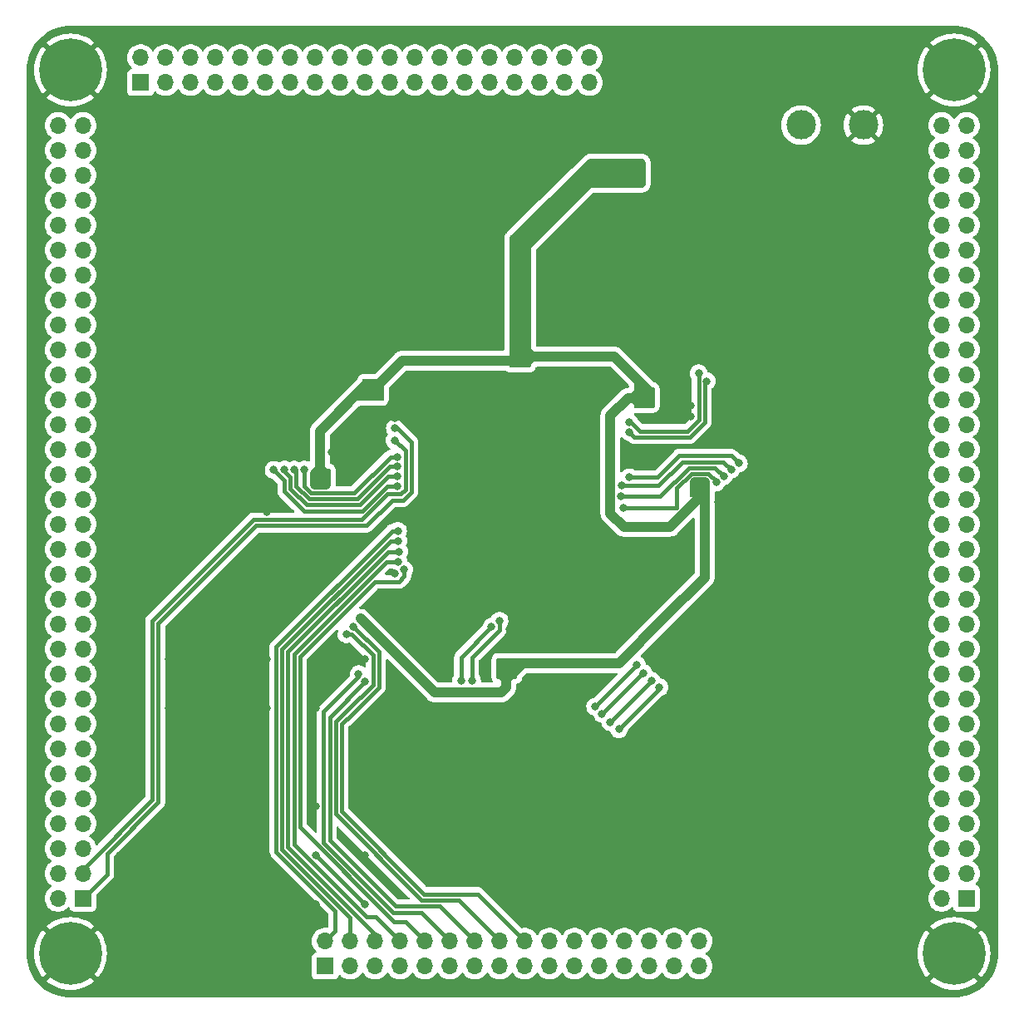
<source format=gbl>
%TF.GenerationSoftware,KiCad,Pcbnew,(6.99.0-961-gbc7742cb2e-dirty)*%
%TF.CreationDate,2022-02-17T15:33:51+00:00*%
%TF.ProjectId,68030_Breakout,36383033-305f-4427-9265-616b6f75742e,rev?*%
%TF.SameCoordinates,Original*%
%TF.FileFunction,Copper,L2,Bot*%
%TF.FilePolarity,Positive*%
%FSLAX46Y46*%
G04 Gerber Fmt 4.6, Leading zero omitted, Abs format (unit mm)*
G04 Created by KiCad (PCBNEW (6.99.0-961-gbc7742cb2e-dirty)) date 2022-02-17 15:33:51*
%MOMM*%
%LPD*%
G01*
G04 APERTURE LIST*
%TA.AperFunction,ComponentPad*%
%ADD10C,0.800000*%
%TD*%
%TA.AperFunction,ComponentPad*%
%ADD11C,6.400000*%
%TD*%
%TA.AperFunction,ComponentPad*%
%ADD12R,1.700000X1.700000*%
%TD*%
%TA.AperFunction,ComponentPad*%
%ADD13O,1.700000X1.700000*%
%TD*%
%TA.AperFunction,ComponentPad*%
%ADD14C,3.000000*%
%TD*%
%TA.AperFunction,ViaPad*%
%ADD15C,0.800000*%
%TD*%
%TA.AperFunction,Conductor*%
%ADD16C,0.400000*%
%TD*%
%TA.AperFunction,Conductor*%
%ADD17C,1.000000*%
%TD*%
G04 APERTURE END LIST*
D10*
%TO.P,H4,1,1*%
%TO.N,GND*%
X192600000Y-145000000D03*
X193302944Y-143302944D03*
X193302944Y-146697056D03*
X195000000Y-142600000D03*
D11*
X195000000Y-145000000D03*
D10*
X195000000Y-147400000D03*
X196697056Y-143302944D03*
X196697056Y-146697056D03*
X197400000Y-145000000D03*
%TD*%
%TO.P,H2,1,1*%
%TO.N,GND*%
X192600000Y-55000000D03*
X193302944Y-53302944D03*
X193302944Y-56697056D03*
X195000000Y-52600000D03*
D11*
X195000000Y-55000000D03*
D10*
X195000000Y-57400000D03*
X196697056Y-53302944D03*
X196697056Y-56697056D03*
X197400000Y-55000000D03*
%TD*%
D12*
%TO.P,J2,1,Pin_1*%
%TO.N,Net-(J2-Pin_1)*%
X196274999Y-139374999D03*
D13*
%TO.P,J2,2,Pin_2*%
X193734999Y-139374999D03*
%TO.P,J2,3,Pin_3*%
%TO.N,Net-(J2-Pin_3)*%
X196274999Y-136834999D03*
%TO.P,J2,4,Pin_4*%
X193734999Y-136834999D03*
%TO.P,J2,5,Pin_5*%
%TO.N,Net-(J2-Pin_5)*%
X196274999Y-134294999D03*
%TO.P,J2,6,Pin_6*%
X193734999Y-134294999D03*
%TO.P,J2,7,Pin_7*%
%TO.N,Net-(J2-Pin_7)*%
X196274999Y-131754999D03*
%TO.P,J2,8,Pin_8*%
X193734999Y-131754999D03*
%TO.P,J2,9,Pin_9*%
%TO.N,Net-(J2-Pin_10)*%
X196274999Y-129214999D03*
%TO.P,J2,10,Pin_10*%
X193734999Y-129214999D03*
%TO.P,J2,11,Pin_11*%
%TO.N,Net-(J2-Pin_11)*%
X196274999Y-126674999D03*
%TO.P,J2,12,Pin_12*%
X193734999Y-126674999D03*
%TO.P,J2,13,Pin_13*%
%TO.N,Net-(J2-Pin_13)*%
X196274999Y-124134999D03*
%TO.P,J2,14,Pin_14*%
X193734999Y-124134999D03*
%TO.P,J2,15,Pin_15*%
%TO.N,Net-(J2-Pin_15)*%
X196274999Y-121594999D03*
%TO.P,J2,16,Pin_16*%
X193734999Y-121594999D03*
%TO.P,J2,17,Pin_17*%
%TO.N,Net-(J2-Pin_17)*%
X196274999Y-119054999D03*
%TO.P,J2,18,Pin_18*%
X193734999Y-119054999D03*
%TO.P,J2,19,Pin_19*%
%TO.N,Net-(J2-Pin_19)*%
X196274999Y-116514999D03*
%TO.P,J2,20,Pin_20*%
X193734999Y-116514999D03*
%TO.P,J2,21,Pin_21*%
%TO.N,Net-(J2-Pin_21)*%
X196274999Y-113974999D03*
%TO.P,J2,22,Pin_22*%
X193734999Y-113974999D03*
%TO.P,J2,23,Pin_23*%
%TO.N,Net-(J2-Pin_23)*%
X196274999Y-111434999D03*
%TO.P,J2,24,Pin_24*%
X193734999Y-111434999D03*
%TO.P,J2,25,Pin_25*%
%TO.N,Net-(J2-Pin_25)*%
X196274999Y-108894999D03*
%TO.P,J2,26,Pin_26*%
X193734999Y-108894999D03*
%TO.P,J2,27,Pin_27*%
%TO.N,Net-(J2-Pin_27)*%
X196274999Y-106354999D03*
%TO.P,J2,28,Pin_28*%
X193734999Y-106354999D03*
%TO.P,J2,29,Pin_29*%
%TO.N,Net-(J2-Pin_29)*%
X196274999Y-103814999D03*
%TO.P,J2,30,Pin_30*%
X193734999Y-103814999D03*
%TO.P,J2,31,Pin_31*%
%TO.N,Net-(J2-Pin_31)*%
X196274999Y-101274999D03*
%TO.P,J2,32,Pin_32*%
X193734999Y-101274999D03*
%TO.P,J2,33,Pin_33*%
%TO.N,Net-(J2-Pin_33)*%
X196274999Y-98734999D03*
%TO.P,J2,34,Pin_34*%
X193734999Y-98734999D03*
%TO.P,J2,35,Pin_35*%
%TO.N,Net-(J2-Pin_35)*%
X196274999Y-96194999D03*
%TO.P,J2,36,Pin_36*%
X193734999Y-96194999D03*
%TO.P,J2,37,Pin_37*%
%TO.N,Net-(J2-Pin_37)*%
X196274999Y-93654999D03*
%TO.P,J2,38,Pin_38*%
X193734999Y-93654999D03*
%TO.P,J2,39,Pin_39*%
%TO.N,Net-(J2-Pin_39)*%
X196274999Y-91114999D03*
%TO.P,J2,40,Pin_40*%
X193734999Y-91114999D03*
%TO.P,J2,41,Pin_41*%
%TO.N,Net-(J2-Pin_41)*%
X196274999Y-88574999D03*
%TO.P,J2,42,Pin_42*%
X193734999Y-88574999D03*
%TO.P,J2,43,Pin_43*%
%TO.N,Net-(J2-Pin_43)*%
X196274999Y-86034999D03*
%TO.P,J2,44,Pin_44*%
X193734999Y-86034999D03*
%TO.P,J2,45,Pin_45*%
%TO.N,Net-(J2-Pin_45)*%
X196274999Y-83494999D03*
%TO.P,J2,46,Pin_46*%
X193734999Y-83494999D03*
%TO.P,J2,47,Pin_47*%
%TO.N,Net-(J2-Pin_47)*%
X196274999Y-80954999D03*
%TO.P,J2,48,Pin_48*%
X193734999Y-80954999D03*
%TO.P,J2,49,Pin_49*%
%TO.N,Net-(J2-Pin_49)*%
X196274999Y-78414999D03*
%TO.P,J2,50,Pin_50*%
X193734999Y-78414999D03*
%TO.P,J2,51,Pin_51*%
%TO.N,Net-(J2-Pin_51)*%
X196274999Y-75874999D03*
%TO.P,J2,52,Pin_52*%
X193734999Y-75874999D03*
%TO.P,J2,53,Pin_53*%
%TO.N,Net-(J2-Pin_53)*%
X196274999Y-73334999D03*
%TO.P,J2,54,Pin_54*%
X193734999Y-73334999D03*
%TO.P,J2,55,Pin_55*%
%TO.N,Net-(J2-Pin_55)*%
X196274999Y-70794999D03*
%TO.P,J2,56,Pin_56*%
X193734999Y-70794999D03*
%TO.P,J2,57,Pin_57*%
%TO.N,Net-(J2-Pin_57)*%
X196274999Y-68254999D03*
%TO.P,J2,58,Pin_58*%
X193734999Y-68254999D03*
%TO.P,J2,59,Pin_59*%
%TO.N,Net-(J2-Pin_59)*%
X196274999Y-65714999D03*
%TO.P,J2,60,Pin_60*%
X193734999Y-65714999D03*
%TO.P,J2,61,Pin_61*%
%TO.N,Net-(J2-Pin_61)*%
X196274999Y-63174999D03*
%TO.P,J2,62,Pin_62*%
X193734999Y-63174999D03*
%TO.P,J2,63,Pin_63*%
%TO.N,Net-(J2-Pin_63)*%
X196274999Y-60634999D03*
%TO.P,J2,64,Pin_64*%
X193734999Y-60634999D03*
%TD*%
D14*
%TO.P,J1,1,Pin_1*%
%TO.N,Net-(J1-Pin_1)*%
X179420000Y-60605000D03*
%TO.P,J1,2,Pin_2*%
%TO.N,GND*%
X185770000Y-60605000D03*
%TD*%
D12*
%TO.P,J3,1,Pin_1*%
%TO.N,Net-(J3-Pin_1)*%
X106274999Y-139374999D03*
D13*
%TO.P,J3,2,Pin_2*%
X103734999Y-139374999D03*
%TO.P,J3,3,Pin_3*%
%TO.N,Net-(J3-Pin_3)*%
X106274999Y-136834999D03*
%TO.P,J3,4,Pin_4*%
X103734999Y-136834999D03*
%TO.P,J3,5,Pin_5*%
%TO.N,Net-(J3-Pin_5)*%
X106274999Y-134294999D03*
%TO.P,J3,6,Pin_6*%
X103734999Y-134294999D03*
%TO.P,J3,7,Pin_7*%
%TO.N,Net-(J3-Pin_7)*%
X106274999Y-131754999D03*
%TO.P,J3,8,Pin_8*%
X103734999Y-131754999D03*
%TO.P,J3,9,Pin_9*%
%TO.N,Net-(J3-Pin_10)*%
X106274999Y-129214999D03*
%TO.P,J3,10,Pin_10*%
X103734999Y-129214999D03*
%TO.P,J3,11,Pin_11*%
%TO.N,Net-(J3-Pin_11)*%
X106274999Y-126674999D03*
%TO.P,J3,12,Pin_12*%
X103734999Y-126674999D03*
%TO.P,J3,13,Pin_13*%
%TO.N,Net-(J3-Pin_13)*%
X106274999Y-124134999D03*
%TO.P,J3,14,Pin_14*%
X103734999Y-124134999D03*
%TO.P,J3,15,Pin_15*%
%TO.N,Net-(J3-Pin_15)*%
X106274999Y-121594999D03*
%TO.P,J3,16,Pin_16*%
X103734999Y-121594999D03*
%TO.P,J3,17,Pin_17*%
%TO.N,Net-(J3-Pin_17)*%
X106274999Y-119054999D03*
%TO.P,J3,18,Pin_18*%
X103734999Y-119054999D03*
%TO.P,J3,19,Pin_19*%
%TO.N,Net-(J3-Pin_19)*%
X106274999Y-116514999D03*
%TO.P,J3,20,Pin_20*%
X103734999Y-116514999D03*
%TO.P,J3,21,Pin_21*%
%TO.N,Net-(J3-Pin_21)*%
X106274999Y-113974999D03*
%TO.P,J3,22,Pin_22*%
X103734999Y-113974999D03*
%TO.P,J3,23,Pin_23*%
%TO.N,Net-(J3-Pin_23)*%
X106274999Y-111434999D03*
%TO.P,J3,24,Pin_24*%
X103734999Y-111434999D03*
%TO.P,J3,25,Pin_25*%
%TO.N,Net-(J3-Pin_25)*%
X106274999Y-108894999D03*
%TO.P,J3,26,Pin_26*%
X103734999Y-108894999D03*
%TO.P,J3,27,Pin_27*%
%TO.N,Net-(J3-Pin_27)*%
X106274999Y-106354999D03*
%TO.P,J3,28,Pin_28*%
X103734999Y-106354999D03*
%TO.P,J3,29,Pin_29*%
%TO.N,Net-(J3-Pin_29)*%
X106274999Y-103814999D03*
%TO.P,J3,30,Pin_30*%
X103734999Y-103814999D03*
%TO.P,J3,31,Pin_31*%
%TO.N,Net-(J3-Pin_31)*%
X106274999Y-101274999D03*
%TO.P,J3,32,Pin_32*%
X103734999Y-101274999D03*
%TO.P,J3,33,Pin_33*%
%TO.N,Net-(J3-Pin_33)*%
X106274999Y-98734999D03*
%TO.P,J3,34,Pin_34*%
X103734999Y-98734999D03*
%TO.P,J3,35,Pin_35*%
%TO.N,Net-(J3-Pin_35)*%
X106274999Y-96194999D03*
%TO.P,J3,36,Pin_36*%
X103734999Y-96194999D03*
%TO.P,J3,37,Pin_37*%
%TO.N,Net-(J3-Pin_37)*%
X106274999Y-93654999D03*
%TO.P,J3,38,Pin_38*%
X103734999Y-93654999D03*
%TO.P,J3,39,Pin_39*%
%TO.N,Net-(J3-Pin_39)*%
X106274999Y-91114999D03*
%TO.P,J3,40,Pin_40*%
X103734999Y-91114999D03*
%TO.P,J3,41,Pin_41*%
%TO.N,Net-(J3-Pin_41)*%
X106274999Y-88574999D03*
%TO.P,J3,42,Pin_42*%
X103734999Y-88574999D03*
%TO.P,J3,43,Pin_43*%
%TO.N,Net-(J3-Pin_43)*%
X106274999Y-86034999D03*
%TO.P,J3,44,Pin_44*%
X103734999Y-86034999D03*
%TO.P,J3,45,Pin_45*%
%TO.N,Net-(J3-Pin_45)*%
X106274999Y-83494999D03*
%TO.P,J3,46,Pin_46*%
X103734999Y-83494999D03*
%TO.P,J3,47,Pin_47*%
%TO.N,Net-(J3-Pin_47)*%
X106274999Y-80954999D03*
%TO.P,J3,48,Pin_48*%
X103734999Y-80954999D03*
%TO.P,J3,49,Pin_49*%
%TO.N,Net-(J3-Pin_49)*%
X106274999Y-78414999D03*
%TO.P,J3,50,Pin_50*%
X103734999Y-78414999D03*
%TO.P,J3,51,Pin_51*%
%TO.N,Net-(J3-Pin_51)*%
X106274999Y-75874999D03*
%TO.P,J3,52,Pin_52*%
X103734999Y-75874999D03*
%TO.P,J3,53,Pin_53*%
%TO.N,Net-(J3-Pin_53)*%
X106274999Y-73334999D03*
%TO.P,J3,54,Pin_54*%
X103734999Y-73334999D03*
%TO.P,J3,55,Pin_55*%
%TO.N,Net-(J3-Pin_55)*%
X106274999Y-70794999D03*
%TO.P,J3,56,Pin_56*%
X103734999Y-70794999D03*
%TO.P,J3,57,Pin_57*%
%TO.N,Net-(J3-Pin_57)*%
X106274999Y-68254999D03*
%TO.P,J3,58,Pin_58*%
X103734999Y-68254999D03*
%TO.P,J3,59,Pin_59*%
%TO.N,Net-(J3-Pin_59)*%
X106274999Y-65714999D03*
%TO.P,J3,60,Pin_60*%
X103734999Y-65714999D03*
%TO.P,J3,61,Pin_61*%
%TO.N,Net-(J3-Pin_61)*%
X106274999Y-63174999D03*
%TO.P,J3,62,Pin_62*%
X103734999Y-63174999D03*
%TO.P,J3,63,Pin_63*%
%TO.N,Net-(J3-Pin_63)*%
X106274999Y-60634999D03*
%TO.P,J3,64,Pin_64*%
X103734999Y-60634999D03*
%TD*%
D12*
%TO.P,J4,1,Pin_1*%
%TO.N,~{BR}*%
X112149999Y-56274999D03*
D13*
%TO.P,J4,2,Pin_2*%
X112149999Y-53734999D03*
%TO.P,J4,3,Pin_3*%
%TO.N,~{BGACK}*%
X114689999Y-56274999D03*
%TO.P,J4,4,Pin_4*%
X114689999Y-53734999D03*
%TO.P,J4,5,Pin_5*%
%TO.N,~{BG}*%
X117229999Y-56274999D03*
%TO.P,J4,6,Pin_6*%
X117229999Y-53734999D03*
%TO.P,J4,7,Pin_7*%
%TO.N,~{CLOUT}*%
X119769999Y-56274999D03*
%TO.P,J4,8,Pin_8*%
X119769999Y-53734999D03*
%TO.P,J4,9,Pin_9*%
%TO.N,~{OCS}*%
X122309999Y-56274999D03*
%TO.P,J4,10,Pin_10*%
X122309999Y-53734999D03*
%TO.P,J4,11,Pin_11*%
%TO.N,~{RMC}*%
X124849999Y-56274999D03*
%TO.P,J4,12,Pin_12*%
X124849999Y-53734999D03*
%TO.P,J4,13,Pin_13*%
%TO.N,FC0*%
X127389999Y-56274999D03*
%TO.P,J4,14,Pin_14*%
X127389999Y-53734999D03*
%TO.P,J4,15,Pin_15*%
%TO.N,~{CBACK}*%
X129929999Y-56274999D03*
%TO.P,J4,16,Pin_16*%
X129929999Y-53734999D03*
%TO.P,J4,17,Pin_17*%
%TO.N,~{CBREQ}*%
X132469999Y-56274999D03*
%TO.P,J4,18,Pin_18*%
X132469999Y-53734999D03*
%TO.P,J4,19,Pin_19*%
%TO.N,~{AS}*%
X135009999Y-56274999D03*
%TO.P,J4,20,Pin_20*%
X135009999Y-53734999D03*
%TO.P,J4,21,Pin_21*%
%TO.N,~{DS}*%
X137549999Y-56274999D03*
%TO.P,J4,22,Pin_22*%
X137549999Y-53734999D03*
%TO.P,J4,23,Pin_23*%
%TO.N,~{CIIN}*%
X140089999Y-56274999D03*
%TO.P,J4,24,Pin_24*%
X140089999Y-53734999D03*
%TO.P,J4,25,Pin_25*%
%TO.N,~{DBEN}*%
X142629999Y-56274999D03*
%TO.P,J4,26,Pin_26*%
X142629999Y-53734999D03*
%TO.P,J4,27,Pin_27*%
%TO.N,SIZ0*%
X145169999Y-56274999D03*
%TO.P,J4,28,Pin_28*%
X145169999Y-53734999D03*
%TO.P,J4,29,Pin_29*%
%TO.N,SIZ1*%
X147709999Y-56274999D03*
%TO.P,J4,30,Pin_30*%
X147709999Y-53734999D03*
%TO.P,J4,31,Pin_31*%
%TO.N,~{ECS}*%
X150249999Y-56274999D03*
%TO.P,J4,32,Pin_32*%
X150249999Y-53734999D03*
%TO.P,J4,33,Pin_33*%
%TO.N,R{slash}~{W}*%
X152789999Y-56274999D03*
%TO.P,J4,34,Pin_34*%
X152789999Y-53734999D03*
%TO.P,J4,35,Pin_35*%
%TO.N,~{HALT}*%
X155329999Y-56274999D03*
%TO.P,J4,36,Pin_36*%
X155329999Y-53734999D03*
%TO.P,J4,37,Pin_37*%
%TO.N,~{BERR}*%
X157869999Y-56274999D03*
%TO.P,J4,38,Pin_38*%
X157869999Y-53734999D03*
%TD*%
D10*
%TO.P,H3,1,1*%
%TO.N,GND*%
X102600000Y-145000000D03*
X103302944Y-143302944D03*
X103302944Y-146697056D03*
X105000000Y-142600000D03*
D11*
X105000000Y-145000000D03*
D10*
X105000000Y-147400000D03*
X106697056Y-143302944D03*
X106697056Y-146697056D03*
X107400000Y-145000000D03*
%TD*%
%TO.P,H1,1,1*%
%TO.N,GND*%
X102600000Y-55000000D03*
X103302944Y-53302944D03*
X103302944Y-56697056D03*
X105000000Y-52600000D03*
D11*
X105000000Y-55000000D03*
D10*
X105000000Y-57400000D03*
X106697056Y-53302944D03*
X106697056Y-56697056D03*
X107400000Y-55000000D03*
%TD*%
D12*
%TO.P,J5,1,Pin_1*%
%TO.N,FC1*%
X130949999Y-146274999D03*
D13*
%TO.P,J5,2,Pin_2*%
X130949999Y-143734999D03*
%TO.P,J5,3,Pin_3*%
%TO.N,FC2*%
X133489999Y-146274999D03*
%TO.P,J5,4,Pin_4*%
X133489999Y-143734999D03*
%TO.P,J5,5,Pin_5*%
%TO.N,~{AVEC}*%
X136029999Y-146274999D03*
%TO.P,J5,6,Pin_6*%
X136029999Y-143734999D03*
%TO.P,J5,7,Pin_7*%
%TO.N,CLK*%
X138569999Y-146274999D03*
%TO.P,J5,8,Pin_8*%
X138569999Y-143734999D03*
%TO.P,J5,9,Pin_9*%
%TO.N,DSACK0*%
X141109999Y-146274999D03*
%TO.P,J5,10,Pin_10*%
X141109999Y-143734999D03*
%TO.P,J5,11,Pin_11*%
%TO.N,~{IPL1}*%
X143649999Y-146274999D03*
%TO.P,J5,12,Pin_12*%
X143649999Y-143734999D03*
%TO.P,J5,13,Pin_13*%
%TO.N,~{IPL2}*%
X146189999Y-146274999D03*
%TO.P,J5,14,Pin_14*%
X146189999Y-143734999D03*
%TO.P,J5,15,Pin_15*%
%TO.N,STERM*%
X148729999Y-146274999D03*
%TO.P,J5,16,Pin_16*%
X148729999Y-143734999D03*
%TO.P,J5,17,Pin_17*%
%TO.N,DSACK1*%
X151269999Y-146274999D03*
%TO.P,J5,18,Pin_18*%
X151269999Y-143734999D03*
%TO.P,J5,19,Pin_19*%
%TO.N,~{SUSPEND}*%
X153809999Y-146274999D03*
%TO.P,J5,20,Pin_20*%
X153809999Y-143734999D03*
%TO.P,J5,21,Pin_21*%
%TO.N,~{RESET}*%
X156349999Y-146274999D03*
%TO.P,J5,22,Pin_22*%
X156349999Y-143734999D03*
%TO.P,J5,23,Pin_23*%
%TO.N,~{MMUDIS}*%
X158889999Y-146274999D03*
%TO.P,J5,24,Pin_24*%
X158889999Y-143734999D03*
%TO.P,J5,25,Pin_25*%
%TO.N,~{STATUS}*%
X161429999Y-146274999D03*
%TO.P,J5,26,Pin_26*%
X161429999Y-143734999D03*
%TO.P,J5,27,Pin_27*%
%TO.N,REFILL*%
X163969999Y-146274999D03*
%TO.P,J5,28,Pin_28*%
X163969999Y-143734999D03*
%TO.P,J5,29,Pin_29*%
%TO.N,CDIS*%
X166509999Y-146274999D03*
%TO.P,J5,30,Pin_30*%
X166509999Y-143734999D03*
%TO.P,J5,31,Pin_31*%
%TO.N,~{IPL0}*%
X169049999Y-146274999D03*
%TO.P,J5,32,Pin_32*%
X169049999Y-143734999D03*
%TD*%
D15*
%TO.N,GND*%
X171000000Y-99000000D03*
X120000000Y-60000000D03*
X120000000Y-145000000D03*
X145000000Y-130000000D03*
X125000000Y-80000000D03*
X170000000Y-115000000D03*
X157500000Y-95000000D03*
X130000000Y-85000000D03*
X160000000Y-55000000D03*
X175000000Y-60000000D03*
X157500000Y-102500000D03*
X140000000Y-70000000D03*
X110000000Y-65000000D03*
X125000000Y-140000000D03*
X170000000Y-60000000D03*
X175000000Y-70000000D03*
X185000000Y-55000000D03*
X120000000Y-130000000D03*
X120000000Y-70000000D03*
X125000000Y-60000000D03*
X131600000Y-93900000D03*
X165000000Y-135000000D03*
X143650000Y-111980000D03*
X138030000Y-90490000D03*
X120000000Y-90000000D03*
X175000000Y-95000000D03*
X150000000Y-105000000D03*
X160000000Y-80000000D03*
X147500000Y-107500000D03*
X180000000Y-55000000D03*
X135000000Y-65000000D03*
X185000000Y-125000000D03*
X175000000Y-80000000D03*
X115000000Y-130000000D03*
X190000000Y-75000000D03*
X130000000Y-140000000D03*
X115000000Y-85000000D03*
X155000000Y-125000000D03*
X155000000Y-105000000D03*
X185000000Y-80000000D03*
X155000000Y-65000000D03*
X160000000Y-70000000D03*
X190000000Y-120000000D03*
X190000000Y-55000000D03*
X115000000Y-135000000D03*
X185000000Y-90000000D03*
X152500000Y-110000000D03*
X140000000Y-65000000D03*
X110000000Y-75000000D03*
X155000000Y-135000000D03*
X120000000Y-65000000D03*
X165000000Y-75000000D03*
X170000000Y-135000000D03*
X138020000Y-100620000D03*
X185000000Y-100000000D03*
X165000000Y-85000000D03*
X175000000Y-140000000D03*
X157500000Y-92500000D03*
X115000000Y-145000000D03*
X130000000Y-75000000D03*
X135000000Y-135000000D03*
X155000000Y-130000000D03*
X135000000Y-85000000D03*
X125000000Y-85000000D03*
X147810000Y-88070000D03*
X160000000Y-125000000D03*
X155000000Y-97500000D03*
X180000000Y-80000000D03*
X120000000Y-107500000D03*
X110000000Y-60000000D03*
X185000000Y-85000000D03*
X150000000Y-97500000D03*
X140000000Y-90000000D03*
X152500000Y-92500000D03*
X115000000Y-140000000D03*
X150000000Y-60000000D03*
X145000000Y-95000000D03*
X120000000Y-75000000D03*
X190000000Y-140000000D03*
X175000000Y-125000000D03*
X180000000Y-120000000D03*
X152500000Y-100000000D03*
X120000000Y-115000000D03*
X135000000Y-130000000D03*
X160000000Y-60000000D03*
X165000000Y-55000000D03*
X165000000Y-130000000D03*
X175000000Y-120000000D03*
X156360000Y-88050000D03*
X145000000Y-60000000D03*
X170000000Y-120000000D03*
X155000000Y-95000000D03*
X125000000Y-65000000D03*
X110000000Y-105000000D03*
X150000000Y-135000000D03*
X140000000Y-135000000D03*
X160000000Y-75000000D03*
X140000000Y-60000000D03*
X157500000Y-100000000D03*
X161980000Y-106340000D03*
X138020000Y-106260000D03*
X180000000Y-140000000D03*
X190000000Y-60000000D03*
X168186817Y-90286817D03*
X145000000Y-100000000D03*
X145000000Y-102500000D03*
X140000000Y-125000000D03*
X175000000Y-110000000D03*
X120000000Y-100000000D03*
X140000000Y-130000000D03*
X156370000Y-111960000D03*
X145000000Y-65000000D03*
X135000000Y-75000000D03*
X152500000Y-95000000D03*
X125000000Y-100000000D03*
X160000000Y-107500000D03*
X185000000Y-75000000D03*
X165000000Y-70000000D03*
X130000000Y-80000000D03*
X143030000Y-88050000D03*
X168200000Y-89200000D03*
X170000000Y-75000000D03*
X150000000Y-125000000D03*
X110000000Y-140000000D03*
X180000000Y-135000000D03*
X155000000Y-120000000D03*
X130000000Y-70000000D03*
X115000000Y-65000000D03*
X155000000Y-100000000D03*
X120000000Y-95000000D03*
X185000000Y-65000000D03*
X160000000Y-102500000D03*
X175000000Y-135000000D03*
X120000000Y-120000000D03*
X147500000Y-105000000D03*
X175000000Y-90000000D03*
X190000000Y-70000000D03*
X125000000Y-90000000D03*
X125000000Y-107500000D03*
X160000000Y-130000000D03*
X170000000Y-85000000D03*
X125000000Y-135000000D03*
X167800000Y-88200000D03*
X130000000Y-65000000D03*
X145560000Y-111960000D03*
X150000000Y-70000000D03*
X135000000Y-140000000D03*
X190000000Y-110000000D03*
X190000000Y-145000000D03*
X115000000Y-107500000D03*
X150000000Y-100000000D03*
X170000000Y-55000000D03*
X180000000Y-70000000D03*
X157500000Y-105000000D03*
X147500000Y-97500000D03*
X180000000Y-100000000D03*
X110000000Y-55000000D03*
X145000000Y-107500000D03*
X125000000Y-115000000D03*
X115000000Y-120000000D03*
X130000000Y-90000000D03*
X145000000Y-75000000D03*
X150000000Y-95000000D03*
X150000000Y-65000000D03*
X145000000Y-125000000D03*
X149680000Y-88050000D03*
X135000000Y-70000000D03*
X125000000Y-120000000D03*
X150000000Y-102500000D03*
X130000000Y-60000000D03*
X150000000Y-120000000D03*
X170000000Y-80000000D03*
X130000000Y-130000000D03*
X175000000Y-75000000D03*
X145000000Y-70000000D03*
X150000000Y-130000000D03*
X110000000Y-135000000D03*
X145000000Y-90000000D03*
X115000000Y-95000000D03*
X152500000Y-107500000D03*
X165000000Y-80000000D03*
X155000000Y-80000000D03*
X130000000Y-115000000D03*
X180000000Y-90000000D03*
X180000000Y-75000000D03*
X140000000Y-80000000D03*
X160000000Y-135000000D03*
X180000000Y-85000000D03*
X175000000Y-85000000D03*
X190000000Y-80000000D03*
X130000000Y-135000000D03*
X152500000Y-102500000D03*
X133762500Y-95237500D03*
X147500000Y-102500000D03*
X135000000Y-115000000D03*
X147500000Y-100000000D03*
X125000000Y-70000000D03*
X155000000Y-92500000D03*
X145000000Y-105000000D03*
X175000000Y-55000000D03*
X130000000Y-120000000D03*
X160000000Y-105000000D03*
X149690000Y-111970000D03*
X180000000Y-145000000D03*
X161960000Y-93650000D03*
X145000000Y-135000000D03*
X180000000Y-110000000D03*
X145000000Y-80000000D03*
X135000000Y-80000000D03*
X157500000Y-107500000D03*
X152500000Y-97500000D03*
X140000000Y-75000000D03*
X115000000Y-90000000D03*
X125000000Y-75000000D03*
X190000000Y-90000000D03*
X190000000Y-65000000D03*
X180000000Y-125000000D03*
X185000000Y-145000000D03*
X185000000Y-120000000D03*
X145000000Y-110000000D03*
X190000000Y-100000000D03*
X115000000Y-115000000D03*
X185000000Y-70000000D03*
X120000000Y-85000000D03*
X110000000Y-115000000D03*
X125000000Y-145000000D03*
X145000000Y-120000000D03*
X150000000Y-107500000D03*
X155000000Y-75000000D03*
X155000000Y-107500000D03*
X185000000Y-135000000D03*
X161980000Y-103190000D03*
X185000000Y-110000000D03*
X175000000Y-145000000D03*
X110000000Y-85000000D03*
X170000000Y-70000000D03*
X185000000Y-140000000D03*
X130000000Y-107500000D03*
X140000000Y-110000000D03*
X152500000Y-105000000D03*
X120000000Y-140000000D03*
X155000000Y-102500000D03*
X115000000Y-100000000D03*
X115000000Y-80000000D03*
X110000000Y-145000000D03*
X157500000Y-97500000D03*
X115000000Y-70000000D03*
%TO.N,VCC*%
X131000000Y-96100000D03*
X144000000Y-84600000D03*
X163000000Y-65500000D03*
X168600000Y-98000000D03*
X134600000Y-110900000D03*
X150000000Y-116500000D03*
X150200000Y-83600000D03*
X148900000Y-115400000D03*
X163000000Y-64500000D03*
X162000000Y-65500000D03*
X169600000Y-98000000D03*
X135200000Y-88200000D03*
X136400000Y-88200000D03*
X150000000Y-115400000D03*
X150200000Y-84800000D03*
X162900000Y-88900000D03*
X168600000Y-97000000D03*
X129900000Y-97200000D03*
X162000000Y-64500000D03*
X163000000Y-66500000D03*
X148900000Y-116500000D03*
X169600000Y-97000000D03*
X164000000Y-87800000D03*
X135200000Y-87000000D03*
X151400000Y-83600000D03*
X136400000Y-87000000D03*
X162000000Y-66500000D03*
X131000000Y-97200000D03*
X151400000Y-84800000D03*
X164000000Y-88900000D03*
X165400000Y-110900000D03*
X129900000Y-96100000D03*
X162900000Y-87800000D03*
%TO.N,Net-(J2-Pin_41)*%
X170773652Y-97003258D03*
X161307723Y-99609377D03*
%TO.N,Net-(J2-Pin_43)*%
X161100000Y-98420000D03*
X171547576Y-96370765D03*
%TO.N,Net-(J2-Pin_45)*%
X161157424Y-97324316D03*
X172300000Y-95700000D03*
%TO.N,Net-(J2-Pin_47)*%
X161950000Y-96500000D03*
X173071246Y-95064244D03*
%TO.N,Net-(J2-Pin_61)*%
X169799011Y-86699500D03*
X161957004Y-91889137D03*
%TO.N,Net-(J2-Pin_63)*%
X169000000Y-85900000D03*
X161930000Y-90890000D03*
%TO.N,Net-(J3-Pin_1)*%
X138051261Y-91489277D03*
%TO.N,Net-(J3-Pin_3)*%
X138040000Y-92730000D03*
%TO.N,Net-(J3-Pin_53)*%
X138300000Y-97400000D03*
X125703717Y-95731306D03*
%TO.N,Net-(J3-Pin_55)*%
X138300000Y-96400000D03*
X126800994Y-95700000D03*
%TO.N,Net-(J3-Pin_57)*%
X127800497Y-95700000D03*
X138300000Y-95400000D03*
%TO.N,Net-(J3-Pin_59)*%
X128800000Y-95700000D03*
X138300000Y-94400000D03*
%TO.N,~{RESET}*%
X147900000Y-111700000D03*
X144800000Y-117200000D03*
%TO.N,~{MMUDIS}*%
X148700000Y-111100000D03*
X145900000Y-117200000D03*
%TO.N,~{IPL1}*%
X134349532Y-116541121D03*
%TO.N,~{IPL2}*%
X135000000Y-117300000D03*
%TO.N,DSACK0*%
X138993122Y-105884578D03*
%TO.N,CLK*%
X138420244Y-105061641D03*
%TO.N,~{AVEC}*%
X138484416Y-104064201D03*
%TO.N,FC2*%
X138381037Y-102949281D03*
%TO.N,FC1*%
X138360000Y-101950000D03*
%TO.N,~{STATUS}*%
X158450000Y-119850000D03*
X162700000Y-115600000D03*
%TO.N,CDIS*%
X159984538Y-121419328D03*
X164213524Y-117196884D03*
%TO.N,~{IPL0}*%
X164993394Y-117872894D03*
X160867996Y-122143456D03*
%TO.N,REFILL*%
X159156755Y-120556755D03*
X163365332Y-116434668D03*
%TO.N,STERM*%
X133128991Y-112478897D03*
%TO.N,DSACK1*%
X133822536Y-111677464D03*
%TD*%
D16*
%TO.N,GND*%
X135000000Y-140000000D02*
X130000000Y-135000000D01*
D17*
%TO.N,VCC*%
X129900000Y-97200000D02*
X131000000Y-97200000D01*
X154400000Y-84200000D02*
X160400000Y-84200000D01*
X151400000Y-83600000D02*
X150200000Y-83600000D01*
X135200000Y-87000000D02*
X135200000Y-88200000D01*
X160000000Y-90200000D02*
X160000000Y-100150000D01*
X129900000Y-96100000D02*
X129900000Y-97200000D01*
X151400000Y-83600000D02*
X152000000Y-84200000D01*
X151400000Y-84800000D02*
X152000000Y-84200000D01*
X131000000Y-97200000D02*
X131000000Y-96100000D01*
X162900000Y-87800000D02*
X162900000Y-86700000D01*
X148900000Y-116500000D02*
X149400000Y-117000000D01*
X150200000Y-83600000D02*
X150200000Y-84800000D01*
X164000000Y-88900000D02*
X164000000Y-87800000D01*
X150000000Y-84600000D02*
X150200000Y-84800000D01*
X161800000Y-88400000D02*
X162300000Y-88400000D01*
X148900000Y-116500000D02*
X150000000Y-116500000D01*
X169600000Y-106700000D02*
X169600000Y-97000000D01*
X135200000Y-88200000D02*
X136400000Y-88200000D01*
X162400000Y-88400000D02*
X161800000Y-88400000D01*
X148900000Y-115400000D02*
X148900000Y-116500000D01*
X160900000Y-115400000D02*
X165400000Y-110900000D01*
X129900000Y-96100000D02*
X130400000Y-95600000D01*
X130400000Y-91800000D02*
X131600000Y-90600000D01*
X150000000Y-116500000D02*
X149900000Y-116500000D01*
X168600000Y-97000000D02*
X169600000Y-97000000D01*
X140200000Y-116500000D02*
X142100000Y-118400000D01*
X149400000Y-117000000D02*
X149400000Y-117900000D01*
X168600000Y-97000000D02*
X168600000Y-98000000D01*
X150900000Y-115400000D02*
X160900000Y-115400000D01*
X162900000Y-86700000D02*
X160400000Y-84200000D01*
X135200000Y-88200000D02*
X134000000Y-88200000D01*
X160000000Y-100150000D02*
X161372788Y-101522788D01*
X162900000Y-87800000D02*
X162900000Y-88900000D01*
X136400000Y-87000000D02*
X135200000Y-88200000D01*
X149900000Y-116500000D02*
X149400000Y-117000000D01*
X150000000Y-115400000D02*
X150900000Y-115400000D01*
X164000000Y-88900000D02*
X162900000Y-87800000D01*
X131000000Y-96100000D02*
X129900000Y-96100000D01*
X144000000Y-84600000D02*
X138800000Y-84600000D01*
X130900000Y-96100000D02*
X130400000Y-95600000D01*
X166077212Y-101522788D02*
X169600000Y-98000000D01*
X168600000Y-98000000D02*
X169600000Y-98000000D01*
X160400000Y-84200000D02*
X164000000Y-87800000D01*
X150900000Y-115600000D02*
X150900000Y-115400000D01*
X162900000Y-88900000D02*
X164000000Y-88900000D01*
X161372788Y-101522788D02*
X166077212Y-101522788D01*
X140200000Y-116500000D02*
X134600000Y-110900000D01*
X150000000Y-116500000D02*
X150900000Y-115600000D01*
X129900000Y-96100000D02*
X131000000Y-97200000D01*
X150000000Y-115400000D02*
X150000000Y-116500000D01*
X134000000Y-88200000D02*
X130400000Y-91800000D01*
X131600000Y-90600000D02*
X135200000Y-87000000D01*
X148900000Y-116500000D02*
X150000000Y-115400000D01*
X148900000Y-118400000D02*
X149400000Y-117900000D01*
X165400000Y-110900000D02*
X169600000Y-106700000D01*
X152000000Y-84200000D02*
X154400000Y-84200000D01*
X131000000Y-96100000D02*
X130900000Y-96100000D01*
X144000000Y-84600000D02*
X150000000Y-84600000D01*
X161800000Y-88400000D02*
X160000000Y-90200000D01*
X142100000Y-118400000D02*
X148900000Y-118400000D01*
X149400000Y-117900000D02*
X149400000Y-115900000D01*
X150200000Y-84800000D02*
X151400000Y-84800000D01*
X164000000Y-87800000D02*
X162900000Y-87800000D01*
X162300000Y-88400000D02*
X162900000Y-87800000D01*
X148900000Y-115400000D02*
X150000000Y-115400000D01*
X151400000Y-83600000D02*
X150200000Y-84800000D01*
X130400000Y-95600000D02*
X130400000Y-91800000D01*
X162900000Y-88900000D02*
X162400000Y-88400000D01*
X149400000Y-115900000D02*
X148900000Y-115400000D01*
X138800000Y-84600000D02*
X136400000Y-87000000D01*
D16*
%TO.N,Net-(J2-Pin_41)*%
X168227407Y-96100480D02*
X166718509Y-97609378D01*
X169972593Y-96100480D02*
X168227407Y-96100480D01*
X170773652Y-96901539D02*
X169972593Y-96100480D01*
X166718509Y-97609378D02*
X166718509Y-99609377D01*
X166718509Y-99609377D02*
X161307723Y-99609377D01*
X170773652Y-97003258D02*
X170773652Y-96901539D01*
%TO.N,Net-(J2-Pin_43)*%
X169900000Y-95500000D02*
X169899040Y-95500960D01*
X171547576Y-96370765D02*
X170676811Y-95500000D01*
X167979078Y-95500960D02*
X165070037Y-98410000D01*
X165070037Y-98410000D02*
X161110000Y-98410000D01*
X170676811Y-95500000D02*
X169900000Y-95500000D01*
X161110000Y-98410000D02*
X161100000Y-98420000D01*
X169899040Y-95500960D02*
X167979078Y-95500960D01*
%TO.N,Net-(J2-Pin_45)*%
X167299520Y-94900480D02*
X171500480Y-94900480D01*
X161157424Y-97324316D02*
X164875684Y-97324316D01*
X164875684Y-97324316D02*
X167299520Y-94900480D01*
X171500480Y-94900480D02*
X172300000Y-95700000D01*
%TO.N,Net-(J2-Pin_47)*%
X172307962Y-94300960D02*
X166999040Y-94300960D01*
X173071246Y-95064244D02*
X172307962Y-94300960D01*
X164800000Y-96500000D02*
X161950000Y-96500000D01*
X166999040Y-94300960D02*
X164800000Y-96500000D01*
%TO.N,Net-(J2-Pin_61)*%
X168062164Y-92390000D02*
X162457867Y-92390000D01*
X169599031Y-90853133D02*
X168062164Y-92390000D01*
X169599031Y-86899480D02*
X169599031Y-90853133D01*
X169799011Y-86699500D02*
X169599031Y-86899480D01*
X162457867Y-92390000D02*
X161957004Y-91889137D01*
%TO.N,Net-(J2-Pin_63)*%
X162088547Y-90890000D02*
X161930000Y-90890000D01*
X169000000Y-85900000D02*
X168999511Y-85900489D01*
X167813834Y-91790480D02*
X162989027Y-91790480D01*
X168999511Y-85900489D02*
X168999511Y-90604803D01*
X168999511Y-90604803D02*
X167813834Y-91790480D01*
X162989027Y-91790480D02*
X162088547Y-90890000D01*
%TO.N,Net-(J3-Pin_1)*%
X113929520Y-111338330D02*
X113929520Y-129598330D01*
X135148819Y-101399031D02*
X123868819Y-101399031D01*
X123868819Y-101399031D02*
X113929520Y-111338330D01*
X108730000Y-136920000D02*
X106275000Y-139375000D01*
X138879498Y-98799031D02*
X137748819Y-98799031D01*
X138051261Y-91489277D02*
X138319957Y-91489277D01*
X139699031Y-97979499D02*
X138879498Y-98799031D01*
X113929520Y-129598330D02*
X108730000Y-134797850D01*
X139699031Y-92868351D02*
X139699031Y-97979499D01*
X138319957Y-91489277D02*
X139699031Y-92868351D01*
X137748819Y-98799031D02*
X135148819Y-101399031D01*
X108730000Y-134797850D02*
X108730000Y-136920000D01*
%TO.N,Net-(J3-Pin_3)*%
X138631169Y-98199511D02*
X137291888Y-98199511D01*
X113330000Y-129350000D02*
X106275000Y-136405000D01*
X106275000Y-136405000D02*
X106275000Y-136835000D01*
X138040000Y-92730000D02*
X139099511Y-93789511D01*
X113330000Y-111090000D02*
X113330000Y-129350000D01*
X139099511Y-93789511D02*
X139099511Y-97731169D01*
X134691888Y-100799511D02*
X123620489Y-100799511D01*
X137291888Y-98199511D02*
X134691888Y-100799511D01*
X139099511Y-97731169D02*
X138631169Y-98199511D01*
X123620489Y-100799511D02*
X113330000Y-111090000D01*
%TO.N,Net-(J3-Pin_53)*%
X126471922Y-96499511D02*
X126773382Y-96800971D01*
X128782420Y-99898080D02*
X134745468Y-99898080D01*
X126469825Y-96499511D02*
X126471922Y-96499511D01*
X126773382Y-97889044D02*
X128782420Y-99898080D01*
X126773382Y-96800971D02*
X126773382Y-97889044D01*
X125703717Y-95733403D02*
X126469825Y-96499511D01*
X125703717Y-95731306D02*
X125703717Y-95733403D01*
X137243549Y-97400000D02*
X138300000Y-97400000D01*
X134745468Y-99898080D02*
X137243549Y-97400000D01*
%TO.N,Net-(J3-Pin_55)*%
X137395699Y-96400000D02*
X138300000Y-96400000D01*
X127372902Y-97640714D02*
X129030749Y-99298560D01*
X127372902Y-96452902D02*
X127372902Y-97640714D01*
X126800994Y-95700000D02*
X126800994Y-95880994D01*
X126800994Y-95880994D02*
X127372902Y-96452902D01*
X134497138Y-99298560D02*
X137395699Y-96400000D01*
X129030749Y-99298560D02*
X134497138Y-99298560D01*
%TO.N,Net-(J3-Pin_57)*%
X127972422Y-97392384D02*
X129279078Y-98699040D01*
X127972422Y-95871925D02*
X127972422Y-97392384D01*
X127800497Y-95700000D02*
X127972422Y-95871925D01*
X129279078Y-98699040D02*
X134248809Y-98699040D01*
X137547849Y-95400000D02*
X138300000Y-95400000D01*
X134248809Y-98699040D02*
X137547849Y-95400000D01*
%TO.N,Net-(J3-Pin_59)*%
X137630000Y-94400000D02*
X138300000Y-94400000D01*
X128800000Y-97372113D02*
X129527407Y-98099520D01*
X128800000Y-95700000D02*
X128800000Y-97372113D01*
X133930480Y-98099520D02*
X137630000Y-94400000D01*
X129527407Y-98099520D02*
X133930480Y-98099520D01*
%TO.N,~{RESET}*%
X147900000Y-111700000D02*
X144800000Y-114800000D01*
X144800000Y-117200000D02*
X144800000Y-114800000D01*
%TO.N,~{MMUDIS}*%
X148700000Y-111100000D02*
X148700000Y-112030680D01*
X145900000Y-117200000D02*
X145900000Y-114830680D01*
X148700000Y-112030680D02*
X145900000Y-114830680D01*
%TO.N,~{IPL1}*%
X137862850Y-140795000D02*
X140710000Y-140795000D01*
X134349532Y-116541121D02*
X134349532Y-116819788D01*
X134349532Y-116819788D02*
X130799511Y-120369809D01*
X130799511Y-120369809D02*
X130799511Y-133731661D01*
X140710000Y-140795000D02*
X143650000Y-143735000D01*
X130799511Y-133731661D02*
X137862850Y-140795000D01*
%TO.N,~{IPL2}*%
X131399031Y-120900969D02*
X131399031Y-133483331D01*
X142650480Y-140195480D02*
X146190000Y-143735000D01*
X138111180Y-140195480D02*
X142650480Y-140195480D01*
X135000000Y-117300000D02*
X131399031Y-120900969D01*
X131399031Y-133483331D02*
X138111180Y-140195480D01*
%TO.N,DSACK0*%
X139135000Y-141760000D02*
X141110000Y-143735000D01*
X137980000Y-141760000D02*
X139135000Y-141760000D01*
X138431169Y-107139511D02*
X135981889Y-107139511D01*
X128358080Y-114763320D02*
X128358080Y-132138080D01*
X128358080Y-132138080D02*
X137980000Y-141760000D01*
X138993122Y-106577558D02*
X138431169Y-107139511D01*
X135981889Y-107139511D02*
X128358080Y-114763320D01*
X138993122Y-105884578D02*
X138993122Y-106577558D01*
%TO.N,CLK*%
X136095000Y-141260000D02*
X138570000Y-143735000D01*
X135120000Y-141260000D02*
X136095000Y-141260000D01*
X138420244Y-105061641D02*
X137211909Y-105061641D01*
X137211909Y-105061641D02*
X127758560Y-114514990D01*
X127758560Y-133898560D02*
X135120000Y-141260000D01*
X127758560Y-114514990D02*
X127758560Y-133898560D01*
%TO.N,~{AVEC}*%
X137361499Y-104064201D02*
X127159040Y-114266660D01*
X138484416Y-104064201D02*
X137361499Y-104064201D01*
X136030000Y-143017850D02*
X136030000Y-143735000D01*
X127159040Y-114266660D02*
X127159040Y-134146890D01*
X127159040Y-134146890D02*
X136030000Y-143017850D01*
%TO.N,FC2*%
X133490000Y-141325700D02*
X133490000Y-143735000D01*
X126559520Y-134395220D02*
X133490000Y-141325700D01*
X126559520Y-114018330D02*
X126559520Y-134395220D01*
X138381037Y-102949281D02*
X137628569Y-102949281D01*
X137628569Y-102949281D02*
X126559520Y-114018330D01*
%TO.N,FC1*%
X131980000Y-140663550D02*
X131980000Y-142705000D01*
X125960000Y-113770000D02*
X125960000Y-134643550D01*
X125960000Y-134643550D02*
X131980000Y-140663550D01*
X137780000Y-101950000D02*
X125960000Y-113770000D01*
X131980000Y-142705000D02*
X130950000Y-143735000D01*
X138360000Y-101950000D02*
X137780000Y-101950000D01*
%TO.N,~{STATUS}*%
X162700000Y-115600000D02*
X158450000Y-119850000D01*
%TO.N,CDIS*%
X163958310Y-117445556D02*
X163964852Y-117445556D01*
X163964852Y-117445556D02*
X164213524Y-117196884D01*
X159984538Y-121419328D02*
X163958310Y-117445556D01*
%TO.N,~{IPL0}*%
X164993394Y-118018058D02*
X164993394Y-117872894D01*
X160867996Y-122143456D02*
X164993394Y-118018058D01*
%TO.N,REFILL*%
X163265332Y-116434668D02*
X163365332Y-116434668D01*
X159156755Y-120556755D02*
X161200000Y-118513510D01*
X161200000Y-118513510D02*
X161200000Y-118500000D01*
X161200000Y-118500000D02*
X163265332Y-116434668D01*
%TO.N,STERM*%
X144535000Y-139540000D02*
X148730000Y-143735000D01*
X135799511Y-114627361D02*
X135799511Y-117631169D01*
X133230680Y-120200000D02*
X133180000Y-120200000D01*
X131998551Y-121381449D02*
X131998551Y-130758551D01*
X133180000Y-120200000D02*
X131998551Y-121381449D01*
X131998551Y-130758551D02*
X140780000Y-139540000D01*
X140780000Y-139540000D02*
X144535000Y-139540000D01*
X133128991Y-112478897D02*
X133651047Y-112478897D01*
X135799511Y-117631169D02*
X133230680Y-120200000D01*
X133651047Y-112478897D02*
X135799511Y-114627361D01*
%TO.N,DSACK1*%
X132598071Y-121629779D02*
X132598071Y-130510221D01*
X136399031Y-117879499D02*
X133194605Y-121083925D01*
X133822536Y-111677464D02*
X136399031Y-114253959D01*
X133194605Y-121083925D02*
X133183925Y-121083925D01*
X133163925Y-121063925D02*
X132598071Y-121629779D01*
X132598071Y-130510221D02*
X141028330Y-138940480D01*
X133183925Y-121083925D02*
X133163925Y-121063925D01*
X141028330Y-138940480D02*
X146475480Y-138940480D01*
X136399031Y-114253959D02*
X136399031Y-117879499D01*
X146475480Y-138940480D02*
X151270000Y-143735000D01*
%TD*%
%TA.AperFunction,Conductor*%
%TO.N,VCC*%
G36*
X169695054Y-96828982D02*
G01*
X169716028Y-96845885D01*
X169827040Y-96956897D01*
X169861066Y-97019209D01*
X169863255Y-97032821D01*
X169880110Y-97193186D01*
X169939125Y-97374814D01*
X170034612Y-97540202D01*
X170039030Y-97545109D01*
X170039031Y-97545110D01*
X170067636Y-97576879D01*
X170098354Y-97640886D01*
X170100000Y-97661189D01*
X170100000Y-98374000D01*
X170079998Y-98442121D01*
X170026342Y-98488614D01*
X169974000Y-98500000D01*
X168226000Y-98500000D01*
X168157879Y-98479998D01*
X168111386Y-98426342D01*
X168100000Y-98374000D01*
X168100000Y-97282047D01*
X168120002Y-97213926D01*
X168136905Y-97192952D01*
X168483972Y-96845885D01*
X168546284Y-96811859D01*
X168573067Y-96808980D01*
X169626933Y-96808980D01*
X169695054Y-96828982D01*
G37*
%TD.AperFunction*%
%TD*%
%TA.AperFunction,Conductor*%
%TO.N,GND*%
G36*
X195002749Y-50508120D02*
G01*
X195386007Y-50524853D01*
X195396958Y-50525811D01*
X195774579Y-50575527D01*
X195785403Y-50577436D01*
X196157243Y-50659870D01*
X196167860Y-50662715D01*
X196531110Y-50777248D01*
X196541425Y-50781001D01*
X196893334Y-50926766D01*
X196903269Y-50931399D01*
X197241128Y-51107278D01*
X197250637Y-51112768D01*
X197571860Y-51317410D01*
X197580864Y-51323714D01*
X197883043Y-51555583D01*
X197891460Y-51562647D01*
X198146878Y-51796693D01*
X198172268Y-51819959D01*
X198180041Y-51827732D01*
X198437351Y-52108537D01*
X198444417Y-52116957D01*
X198676286Y-52419136D01*
X198682590Y-52428140D01*
X198887232Y-52749363D01*
X198892722Y-52758872D01*
X199068601Y-53096731D01*
X199073234Y-53106666D01*
X199152257Y-53297446D01*
X199218996Y-53458568D01*
X199222755Y-53468897D01*
X199337285Y-53832139D01*
X199340130Y-53842757D01*
X199422564Y-54214597D01*
X199424473Y-54225421D01*
X199474189Y-54603042D01*
X199475147Y-54613993D01*
X199491847Y-54996484D01*
X199491880Y-54997251D01*
X199492000Y-55002747D01*
X199492000Y-144997253D01*
X199491880Y-145002748D01*
X199489127Y-145065801D01*
X199475147Y-145386007D01*
X199474189Y-145396958D01*
X199424473Y-145774579D01*
X199422564Y-145785403D01*
X199340130Y-146157243D01*
X199337285Y-146167861D01*
X199222755Y-146531103D01*
X199218999Y-146541425D01*
X199144040Y-146722394D01*
X199073238Y-146893325D01*
X199068601Y-146903269D01*
X198892722Y-147241128D01*
X198887232Y-147250637D01*
X198682590Y-147571860D01*
X198676286Y-147580864D01*
X198444417Y-147883043D01*
X198437351Y-147891463D01*
X198180041Y-148172268D01*
X198172272Y-148180037D01*
X197942507Y-148390578D01*
X197891463Y-148437351D01*
X197883043Y-148444417D01*
X197580864Y-148676286D01*
X197571860Y-148682590D01*
X197250637Y-148887232D01*
X197241128Y-148892722D01*
X196903269Y-149068601D01*
X196893334Y-149073234D01*
X196541425Y-149218999D01*
X196531110Y-149222752D01*
X196167861Y-149337285D01*
X196157243Y-149340130D01*
X195785403Y-149422564D01*
X195774579Y-149424473D01*
X195396958Y-149474189D01*
X195386007Y-149475147D01*
X195002749Y-149491880D01*
X194997253Y-149492000D01*
X105002747Y-149492000D01*
X104997251Y-149491880D01*
X104613993Y-149475147D01*
X104603042Y-149474189D01*
X104225421Y-149424473D01*
X104214597Y-149422564D01*
X103842757Y-149340130D01*
X103832139Y-149337285D01*
X103468890Y-149222752D01*
X103458575Y-149218999D01*
X103106666Y-149073234D01*
X103096731Y-149068601D01*
X102758872Y-148892722D01*
X102749363Y-148887232D01*
X102428140Y-148682590D01*
X102419136Y-148676286D01*
X102116957Y-148444417D01*
X102108537Y-148437351D01*
X102057493Y-148390578D01*
X101827728Y-148180037D01*
X101819959Y-148172268D01*
X101562649Y-147891463D01*
X101555583Y-147883043D01*
X101489856Y-147797386D01*
X102567759Y-147797386D01*
X102575216Y-147807753D01*
X102814935Y-148001874D01*
X102820272Y-148005751D01*
X103140685Y-148213830D01*
X103146394Y-148217127D01*
X103486811Y-148390578D01*
X103492836Y-148393260D01*
X103849502Y-148530171D01*
X103855784Y-148532212D01*
X104224816Y-148631094D01*
X104231266Y-148632465D01*
X104608629Y-148692234D01*
X104615167Y-148692920D01*
X104996699Y-148712916D01*
X105003301Y-148712916D01*
X105384833Y-148692920D01*
X105391371Y-148692234D01*
X105768734Y-148632465D01*
X105775184Y-148631094D01*
X106144216Y-148532212D01*
X106150498Y-148530171D01*
X106507164Y-148393260D01*
X106513189Y-148390578D01*
X106853606Y-148217127D01*
X106859315Y-148213830D01*
X107179728Y-148005751D01*
X107185065Y-148001874D01*
X107423835Y-147808522D01*
X107431527Y-147797386D01*
X192567759Y-147797386D01*
X192575216Y-147807753D01*
X192814935Y-148001874D01*
X192820272Y-148005751D01*
X193140685Y-148213830D01*
X193146394Y-148217127D01*
X193486811Y-148390578D01*
X193492836Y-148393260D01*
X193849502Y-148530171D01*
X193855784Y-148532212D01*
X194224816Y-148631094D01*
X194231266Y-148632465D01*
X194608629Y-148692234D01*
X194615167Y-148692920D01*
X194996699Y-148712916D01*
X195003301Y-148712916D01*
X195384833Y-148692920D01*
X195391371Y-148692234D01*
X195768734Y-148632465D01*
X195775184Y-148631094D01*
X196144216Y-148532212D01*
X196150498Y-148530171D01*
X196507164Y-148393260D01*
X196513189Y-148390578D01*
X196853606Y-148217127D01*
X196859315Y-148213830D01*
X197179728Y-148005751D01*
X197185065Y-148001874D01*
X197423835Y-147808522D01*
X197432300Y-147796267D01*
X197425966Y-147785176D01*
X195012812Y-145372022D01*
X194998868Y-145364408D01*
X194997035Y-145364539D01*
X194990420Y-145368790D01*
X192574900Y-147784310D01*
X192567759Y-147797386D01*
X107431527Y-147797386D01*
X107432300Y-147796267D01*
X107425966Y-147785176D01*
X105012812Y-145372022D01*
X104998868Y-145364408D01*
X104997035Y-145364539D01*
X104990420Y-145368790D01*
X102574900Y-147784310D01*
X102567759Y-147797386D01*
X101489856Y-147797386D01*
X101323714Y-147580864D01*
X101317410Y-147571860D01*
X101112768Y-147250637D01*
X101107278Y-147241128D01*
X100931399Y-146903269D01*
X100926762Y-146893325D01*
X100855961Y-146722394D01*
X100781001Y-146541425D01*
X100777245Y-146531103D01*
X100662715Y-146167861D01*
X100659870Y-146157243D01*
X100577436Y-145785403D01*
X100575527Y-145774579D01*
X100525811Y-145396958D01*
X100524853Y-145386007D01*
X100510873Y-145065801D01*
X100508144Y-145003301D01*
X101287084Y-145003301D01*
X101307080Y-145384833D01*
X101307766Y-145391371D01*
X101367535Y-145768734D01*
X101368906Y-145775184D01*
X101467788Y-146144216D01*
X101469829Y-146150498D01*
X101606740Y-146507164D01*
X101609422Y-146513189D01*
X101782873Y-146853606D01*
X101786170Y-146859315D01*
X101994249Y-147179728D01*
X101998126Y-147185065D01*
X102191478Y-147423835D01*
X102203733Y-147432300D01*
X102214824Y-147425966D01*
X104627978Y-145012812D01*
X104634356Y-145001132D01*
X105364408Y-145001132D01*
X105364539Y-145002965D01*
X105368790Y-145009580D01*
X107784310Y-147425100D01*
X107797386Y-147432241D01*
X107807753Y-147424784D01*
X108001874Y-147185065D01*
X108005751Y-147179728D01*
X108213830Y-146859315D01*
X108217127Y-146853606D01*
X108390578Y-146513189D01*
X108393260Y-146507164D01*
X108530171Y-146150498D01*
X108532212Y-146144216D01*
X108631094Y-145775184D01*
X108632465Y-145768734D01*
X108692234Y-145391371D01*
X108692920Y-145384833D01*
X108712916Y-145003301D01*
X108712916Y-144996699D01*
X108692920Y-144615167D01*
X108692234Y-144608629D01*
X108632465Y-144231266D01*
X108631094Y-144224816D01*
X108532212Y-143855784D01*
X108530171Y-143849502D01*
X108393260Y-143492836D01*
X108390578Y-143486811D01*
X108217128Y-143146397D01*
X108213831Y-143140687D01*
X108005747Y-142820265D01*
X108001877Y-142814939D01*
X107808522Y-142576165D01*
X107796267Y-142567700D01*
X107785176Y-142574034D01*
X105372022Y-144987188D01*
X105364408Y-145001132D01*
X104634356Y-145001132D01*
X104635592Y-144998868D01*
X104635461Y-144997035D01*
X104631210Y-144990420D01*
X102215690Y-142574900D01*
X102202614Y-142567759D01*
X102192247Y-142575216D01*
X101998123Y-142814939D01*
X101994253Y-142820265D01*
X101786169Y-143140687D01*
X101782872Y-143146397D01*
X101609422Y-143486811D01*
X101606740Y-143492836D01*
X101469829Y-143849502D01*
X101467788Y-143855784D01*
X101368906Y-144224816D01*
X101367535Y-144231266D01*
X101307766Y-144608629D01*
X101307080Y-144615167D01*
X101287084Y-144996699D01*
X101287084Y-145003301D01*
X100508144Y-145003301D01*
X100508120Y-145002748D01*
X100508000Y-144997253D01*
X100508000Y-142203733D01*
X102567700Y-142203733D01*
X102574034Y-142214824D01*
X104987188Y-144627978D01*
X105001132Y-144635592D01*
X105002965Y-144635461D01*
X105009580Y-144631210D01*
X107425100Y-142215690D01*
X107432241Y-142202614D01*
X107424784Y-142192247D01*
X107185065Y-141998126D01*
X107179728Y-141994249D01*
X106859315Y-141786170D01*
X106853606Y-141782873D01*
X106513189Y-141609422D01*
X106507164Y-141606740D01*
X106150498Y-141469829D01*
X106144216Y-141467788D01*
X105775184Y-141368906D01*
X105768734Y-141367535D01*
X105391371Y-141307766D01*
X105384833Y-141307080D01*
X105003301Y-141287084D01*
X104996699Y-141287084D01*
X104615167Y-141307080D01*
X104608629Y-141307766D01*
X104231266Y-141367535D01*
X104224816Y-141368906D01*
X103855784Y-141467788D01*
X103849502Y-141469829D01*
X103492836Y-141606740D01*
X103486811Y-141609422D01*
X103146397Y-141782872D01*
X103140687Y-141786169D01*
X102820265Y-141994253D01*
X102814939Y-141998123D01*
X102576165Y-142191478D01*
X102567700Y-142203733D01*
X100508000Y-142203733D01*
X100508000Y-139375000D01*
X102371844Y-139375000D01*
X102372274Y-139380189D01*
X102379466Y-139466978D01*
X102390436Y-139599368D01*
X102445704Y-139817616D01*
X102536140Y-140023791D01*
X102538990Y-140028153D01*
X102538992Y-140028157D01*
X102628448Y-140165079D01*
X102659278Y-140212268D01*
X102662803Y-140216097D01*
X102662806Y-140216101D01*
X102726606Y-140285405D01*
X102811760Y-140377906D01*
X102989424Y-140516189D01*
X103187426Y-140623342D01*
X103400365Y-140696444D01*
X103405499Y-140697301D01*
X103405504Y-140697302D01*
X103617294Y-140732643D01*
X103617296Y-140732643D01*
X103622431Y-140733500D01*
X103847569Y-140733500D01*
X103852704Y-140732643D01*
X103852706Y-140732643D01*
X104064496Y-140697302D01*
X104064501Y-140697301D01*
X104069635Y-140696444D01*
X104282574Y-140623342D01*
X104480576Y-140516189D01*
X104658240Y-140377906D01*
X104701910Y-140330468D01*
X104719245Y-140311638D01*
X104780099Y-140275067D01*
X104851063Y-140277202D01*
X104909608Y-140317364D01*
X104930002Y-140352943D01*
X104974111Y-140471204D01*
X105061739Y-140588261D01*
X105178796Y-140675889D01*
X105315799Y-140726989D01*
X105352705Y-140730957D01*
X105373012Y-140733140D01*
X105373015Y-140733140D01*
X105376362Y-140733500D01*
X107173638Y-140733500D01*
X107176985Y-140733140D01*
X107176988Y-140733140D01*
X107197295Y-140730957D01*
X107234201Y-140726989D01*
X107371204Y-140675889D01*
X107488261Y-140588261D01*
X107575889Y-140471204D01*
X107626989Y-140334201D01*
X107633500Y-140273638D01*
X107633500Y-139070660D01*
X107653502Y-139002539D01*
X107670405Y-138981565D01*
X109213142Y-137438828D01*
X109218683Y-137433611D01*
X109258510Y-137398328D01*
X109258513Y-137398324D01*
X109264215Y-137393273D01*
X109269997Y-137384896D01*
X109298758Y-137343230D01*
X109303268Y-137337100D01*
X109315406Y-137321607D01*
X109340775Y-137289226D01*
X109344961Y-137279925D01*
X109356157Y-137260073D01*
X109361954Y-137251675D01*
X109383526Y-137194792D01*
X109386416Y-137187814D01*
X109411388Y-137132330D01*
X109413227Y-137122296D01*
X109419348Y-137100337D01*
X109422965Y-137090801D01*
X109426168Y-137064427D01*
X109430296Y-137030426D01*
X109431441Y-137022903D01*
X109441027Y-136970592D01*
X109441027Y-136970590D01*
X109442401Y-136963093D01*
X109438730Y-136902401D01*
X109438500Y-136894795D01*
X109438500Y-135143510D01*
X109458502Y-135075389D01*
X109475405Y-135054415D01*
X114412662Y-130117158D01*
X114418203Y-130111941D01*
X114458030Y-130076658D01*
X114458033Y-130076654D01*
X114463735Y-130071603D01*
X114474436Y-130056101D01*
X114498280Y-130021556D01*
X114502791Y-130015425D01*
X114514351Y-130000670D01*
X114540295Y-129967555D01*
X114544481Y-129958255D01*
X114555678Y-129938403D01*
X114557138Y-129936287D01*
X114557139Y-129936286D01*
X114561474Y-129930005D01*
X114583045Y-129873125D01*
X114585935Y-129866148D01*
X114610909Y-129810659D01*
X114612748Y-129800624D01*
X114618868Y-129778667D01*
X114622485Y-129769131D01*
X114629814Y-129708771D01*
X114630959Y-129701248D01*
X114640548Y-129648921D01*
X114640548Y-129648919D01*
X114641922Y-129641422D01*
X114638250Y-129580714D01*
X114638020Y-129573107D01*
X114638020Y-111683990D01*
X114658022Y-111615869D01*
X114674925Y-111594895D01*
X124125385Y-102144436D01*
X124187697Y-102110410D01*
X124214480Y-102107531D01*
X135123601Y-102107531D01*
X135131209Y-102107761D01*
X135184304Y-102110973D01*
X135184306Y-102110973D01*
X135191912Y-102111433D01*
X135199409Y-102110059D01*
X135199411Y-102110059D01*
X135251739Y-102100470D01*
X135259262Y-102099325D01*
X135312052Y-102092915D01*
X135312053Y-102092915D01*
X135319620Y-102091996D01*
X135329156Y-102088379D01*
X135351113Y-102082259D01*
X135361148Y-102080420D01*
X135368096Y-102077293D01*
X135368099Y-102077292D01*
X135416599Y-102055463D01*
X135423633Y-102052550D01*
X135473364Y-102033690D01*
X135473371Y-102033686D01*
X135480494Y-102030985D01*
X135488888Y-102025191D01*
X135508745Y-102013992D01*
X135511090Y-102012937D01*
X135511096Y-102012933D01*
X135518045Y-102009806D01*
X135565919Y-101972299D01*
X135572049Y-101967789D01*
X135615816Y-101937578D01*
X135622092Y-101933246D01*
X135627143Y-101927544D01*
X135627147Y-101927541D01*
X135662430Y-101887714D01*
X135667647Y-101882173D01*
X138005384Y-99544436D01*
X138067696Y-99510410D01*
X138094479Y-99507531D01*
X138854280Y-99507531D01*
X138861888Y-99507761D01*
X138914982Y-99510973D01*
X138914984Y-99510973D01*
X138922590Y-99511433D01*
X138930087Y-99510059D01*
X138930089Y-99510059D01*
X138982416Y-99500470D01*
X138989939Y-99499325D01*
X139042732Y-99492915D01*
X139042734Y-99492915D01*
X139050299Y-99491996D01*
X139059835Y-99488379D01*
X139081792Y-99482259D01*
X139091827Y-99480420D01*
X139147316Y-99455446D01*
X139154293Y-99452556D01*
X139211173Y-99430985D01*
X139217455Y-99426649D01*
X139219571Y-99425189D01*
X139239424Y-99413991D01*
X139241776Y-99412933D01*
X139241779Y-99412931D01*
X139248723Y-99409806D01*
X139281928Y-99383791D01*
X139296593Y-99372302D01*
X139302724Y-99367791D01*
X139346497Y-99337577D01*
X139346499Y-99337575D01*
X139352771Y-99333246D01*
X139393093Y-99287732D01*
X139398309Y-99282190D01*
X140182190Y-98498311D01*
X140187731Y-98493095D01*
X140227545Y-98457823D01*
X140227546Y-98457821D01*
X140233246Y-98452772D01*
X140267792Y-98402725D01*
X140272292Y-98396609D01*
X140305107Y-98354723D01*
X140309806Y-98348725D01*
X140313992Y-98339424D01*
X140325188Y-98319572D01*
X140330985Y-98311174D01*
X140352557Y-98254291D01*
X140355447Y-98247313D01*
X140380419Y-98191829D01*
X140382257Y-98181800D01*
X140388380Y-98159835D01*
X140389293Y-98157427D01*
X140391996Y-98150300D01*
X140399326Y-98089935D01*
X140400471Y-98082413D01*
X140410059Y-98030091D01*
X140410059Y-98030089D01*
X140411433Y-98022592D01*
X140410067Y-98000000D01*
X140407761Y-97961884D01*
X140407531Y-97954277D01*
X140407531Y-92893556D01*
X140407761Y-92885949D01*
X140410972Y-92832865D01*
X140410972Y-92832864D01*
X140411432Y-92825258D01*
X140410053Y-92817732D01*
X140400472Y-92765447D01*
X140399327Y-92757924D01*
X140392915Y-92705118D01*
X140392915Y-92705117D01*
X140391996Y-92697550D01*
X140388378Y-92688009D01*
X140382256Y-92666048D01*
X140381792Y-92663516D01*
X140380419Y-92656022D01*
X140377292Y-92649073D01*
X140377290Y-92649068D01*
X140355460Y-92600563D01*
X140352547Y-92593531D01*
X140333689Y-92543806D01*
X140330985Y-92536676D01*
X140325188Y-92528278D01*
X140313992Y-92508426D01*
X140309806Y-92499125D01*
X140272299Y-92451251D01*
X140267789Y-92445121D01*
X140237578Y-92401354D01*
X140233246Y-92395078D01*
X140227544Y-92390027D01*
X140227541Y-92390023D01*
X140187714Y-92354740D01*
X140182173Y-92349523D01*
X138838785Y-91006135D01*
X138833568Y-91000594D01*
X138793230Y-90955062D01*
X138793455Y-90954863D01*
X138790773Y-90951908D01*
X138790301Y-90952333D01*
X138666936Y-90815322D01*
X138666935Y-90815321D01*
X138662514Y-90810411D01*
X138508013Y-90698159D01*
X138501985Y-90695475D01*
X138501983Y-90695474D01*
X138339580Y-90623168D01*
X138339579Y-90623168D01*
X138333549Y-90620483D01*
X138240148Y-90600630D01*
X138153205Y-90582149D01*
X138153200Y-90582149D01*
X138146748Y-90580777D01*
X137955774Y-90580777D01*
X137949322Y-90582149D01*
X137949317Y-90582149D01*
X137862373Y-90600630D01*
X137768973Y-90620483D01*
X137762943Y-90623168D01*
X137762942Y-90623168D01*
X137600539Y-90695474D01*
X137600537Y-90695475D01*
X137594509Y-90698159D01*
X137440008Y-90810411D01*
X137435587Y-90815321D01*
X137435586Y-90815322D01*
X137420811Y-90831732D01*
X137312221Y-90952333D01*
X137216734Y-91117721D01*
X137157719Y-91299349D01*
X137157029Y-91305910D01*
X137157029Y-91305912D01*
X137150371Y-91369260D01*
X137137757Y-91489277D01*
X137157719Y-91679205D01*
X137216734Y-91860833D01*
X137220037Y-91866555D01*
X137220038Y-91866556D01*
X137267005Y-91947904D01*
X137312221Y-92026221D01*
X137315069Y-92029384D01*
X137338633Y-92095431D01*
X137322551Y-92164582D01*
X137306479Y-92186927D01*
X137300960Y-92193056D01*
X137242686Y-92293990D01*
X137210624Y-92349523D01*
X137205473Y-92358444D01*
X137146458Y-92540072D01*
X137145768Y-92546633D01*
X137145768Y-92546635D01*
X137132132Y-92676374D01*
X137126496Y-92730000D01*
X137127186Y-92736565D01*
X137141825Y-92875843D01*
X137146458Y-92919928D01*
X137205473Y-93101556D01*
X137300960Y-93266944D01*
X137428747Y-93408866D01*
X137522224Y-93476782D01*
X137525447Y-93479123D01*
X137568800Y-93535346D01*
X137574875Y-93606082D01*
X137541743Y-93668874D01*
X137479923Y-93703785D01*
X137466911Y-93706080D01*
X137466762Y-93706117D01*
X137459199Y-93707035D01*
X137449663Y-93710652D01*
X137427704Y-93716773D01*
X137425436Y-93717189D01*
X137417670Y-93718612D01*
X137362186Y-93743584D01*
X137355208Y-93746474D01*
X137298325Y-93768046D01*
X137289927Y-93773843D01*
X137270075Y-93785039D01*
X137260774Y-93789225D01*
X137254776Y-93793924D01*
X137212890Y-93826739D01*
X137206774Y-93831239D01*
X137156727Y-93865785D01*
X137151678Y-93871485D01*
X137151676Y-93871486D01*
X137116396Y-93911309D01*
X137111179Y-93916850D01*
X133673915Y-97354115D01*
X133611603Y-97388141D01*
X133584820Y-97391020D01*
X132134000Y-97391020D01*
X132065879Y-97371018D01*
X132019386Y-97317362D01*
X132008000Y-97265020D01*
X132008000Y-97260813D01*
X132008607Y-97248463D01*
X132012773Y-97206163D01*
X132013380Y-97200000D01*
X132012773Y-97193836D01*
X132009107Y-97156612D01*
X132008500Y-97144263D01*
X132008500Y-96155734D01*
X132009107Y-96143384D01*
X132012773Y-96106163D01*
X132013380Y-96100000D01*
X132008607Y-96051539D01*
X132008000Y-96039189D01*
X132008000Y-95726000D01*
X131996391Y-95618020D01*
X131985005Y-95565678D01*
X131950707Y-95462628D01*
X131872535Y-95340990D01*
X131826042Y-95287334D01*
X131716766Y-95192645D01*
X131708540Y-95188888D01*
X131675525Y-95173811D01*
X131585240Y-95132579D01*
X131517119Y-95112577D01*
X131512677Y-95111938D01*
X131508263Y-95110978D01*
X131508715Y-95108900D01*
X131452025Y-95083037D01*
X131413618Y-95023326D01*
X131408500Y-94987780D01*
X131408500Y-92269924D01*
X131428502Y-92201803D01*
X131445405Y-92180829D01*
X134380829Y-89245405D01*
X134443141Y-89211379D01*
X134469924Y-89208500D01*
X135144263Y-89208500D01*
X135156612Y-89209107D01*
X135193836Y-89212773D01*
X135193837Y-89212773D01*
X135200000Y-89213380D01*
X135206163Y-89212773D01*
X135206164Y-89212773D01*
X135243388Y-89209107D01*
X135255737Y-89208500D01*
X136449547Y-89208500D01*
X136452630Y-89208196D01*
X136453533Y-89208152D01*
X136459719Y-89208000D01*
X136774000Y-89208000D01*
X136881980Y-89196391D01*
X136885264Y-89195677D01*
X136885268Y-89195676D01*
X136910339Y-89190222D01*
X136934322Y-89185005D01*
X137037372Y-89150707D01*
X137159010Y-89072535D01*
X137212666Y-89026042D01*
X137307355Y-88916766D01*
X137367421Y-88785240D01*
X137387423Y-88717119D01*
X137388064Y-88712664D01*
X137407361Y-88578448D01*
X137407362Y-88578441D01*
X137408000Y-88574000D01*
X137408000Y-88260811D01*
X137408607Y-88248461D01*
X137412773Y-88206163D01*
X137413380Y-88200000D01*
X137408607Y-88151539D01*
X137408000Y-88139189D01*
X137408000Y-87470424D01*
X137428002Y-87402303D01*
X137444905Y-87381329D01*
X139180830Y-85645405D01*
X139243142Y-85611379D01*
X139269925Y-85608500D01*
X149322154Y-85608500D01*
X149390275Y-85628502D01*
X149404667Y-85639276D01*
X149476422Y-85701453D01*
X149476425Y-85701455D01*
X149483234Y-85707355D01*
X149614760Y-85767421D01*
X149638514Y-85774396D01*
X149678558Y-85786154D01*
X149678562Y-85786155D01*
X149682881Y-85787423D01*
X149687329Y-85788063D01*
X149687336Y-85788064D01*
X149821552Y-85807361D01*
X149821559Y-85807362D01*
X149826000Y-85808000D01*
X150139187Y-85808000D01*
X150151537Y-85808607D01*
X150200000Y-85813380D01*
X150206163Y-85812773D01*
X150206164Y-85812773D01*
X150243388Y-85809107D01*
X150255737Y-85808500D01*
X151344263Y-85808500D01*
X151356612Y-85809107D01*
X151393836Y-85812773D01*
X151393837Y-85812773D01*
X151400000Y-85813380D01*
X151406163Y-85812773D01*
X151448463Y-85808607D01*
X151460813Y-85808000D01*
X151774000Y-85808000D01*
X151881980Y-85796391D01*
X151885264Y-85795677D01*
X151885268Y-85795676D01*
X151910339Y-85790222D01*
X151934322Y-85785005D01*
X152037372Y-85750707D01*
X152159010Y-85672535D01*
X152212666Y-85626042D01*
X152224257Y-85612666D01*
X152301453Y-85523577D01*
X152307355Y-85516766D01*
X152367421Y-85385240D01*
X152387423Y-85317119D01*
X152388063Y-85312665D01*
X152389021Y-85308263D01*
X152391094Y-85308714D01*
X152416984Y-85252001D01*
X152476705Y-85213609D01*
X152512220Y-85208500D01*
X159930076Y-85208500D01*
X159998197Y-85228502D01*
X160019171Y-85245405D01*
X161854595Y-87080829D01*
X161888621Y-87143141D01*
X161891500Y-87169924D01*
X161891500Y-87263409D01*
X161871498Y-87331530D01*
X161817842Y-87378023D01*
X161777849Y-87388802D01*
X161750453Y-87391500D01*
X161602299Y-87406092D01*
X161596381Y-87407887D01*
X161596377Y-87407888D01*
X161418119Y-87461962D01*
X161418116Y-87461963D01*
X161412196Y-87463759D01*
X161406738Y-87466676D01*
X161406734Y-87466678D01*
X161366449Y-87488211D01*
X161236996Y-87557405D01*
X161083432Y-87683432D01*
X161079510Y-87688211D01*
X161055766Y-87717143D01*
X161047462Y-87726304D01*
X159326304Y-89447462D01*
X159317143Y-89455766D01*
X159283432Y-89483432D01*
X159157405Y-89636996D01*
X159154488Y-89642454D01*
X159154487Y-89642455D01*
X159093529Y-89756500D01*
X159078724Y-89784199D01*
X159063759Y-89812196D01*
X159006091Y-90002299D01*
X158986620Y-90200000D01*
X158987227Y-90206163D01*
X158987227Y-90206164D01*
X158990893Y-90243388D01*
X158991500Y-90255737D01*
X158991500Y-100094263D01*
X158990893Y-100106612D01*
X158988214Y-100133811D01*
X158986620Y-100150000D01*
X159006091Y-100347701D01*
X159061052Y-100528880D01*
X159063759Y-100537804D01*
X159066674Y-100543258D01*
X159066675Y-100543260D01*
X159111012Y-100626209D01*
X159157405Y-100713004D01*
X159283432Y-100866568D01*
X159288211Y-100870490D01*
X159317143Y-100894234D01*
X159326304Y-100902538D01*
X160620250Y-102196484D01*
X160628554Y-102205645D01*
X160656220Y-102239356D01*
X160797656Y-102355430D01*
X160809784Y-102365383D01*
X160815470Y-102368422D01*
X160979522Y-102456110D01*
X160979526Y-102456112D01*
X160984984Y-102459029D01*
X160990904Y-102460825D01*
X160990907Y-102460826D01*
X161169165Y-102514900D01*
X161169169Y-102514901D01*
X161175087Y-102516696D01*
X161372788Y-102536168D01*
X161416172Y-102531895D01*
X161428522Y-102531288D01*
X166021475Y-102531288D01*
X166033824Y-102531895D01*
X166071048Y-102535561D01*
X166071049Y-102535561D01*
X166077212Y-102536168D01*
X166274913Y-102516697D01*
X166465016Y-102459029D01*
X166470471Y-102456113D01*
X166470474Y-102456112D01*
X166536764Y-102420679D01*
X166634757Y-102368301D01*
X166634758Y-102368300D01*
X166640216Y-102365383D01*
X166793780Y-102239356D01*
X166821446Y-102205645D01*
X166829750Y-102196484D01*
X168376405Y-100649830D01*
X168438717Y-100615804D01*
X168509533Y-100620869D01*
X168566368Y-100663416D01*
X168591179Y-100729936D01*
X168591500Y-100738925D01*
X168591500Y-106230076D01*
X168571498Y-106298197D01*
X168554595Y-106319171D01*
X160519171Y-114354595D01*
X160456859Y-114388621D01*
X160430076Y-114391500D01*
X150955734Y-114391500D01*
X150943384Y-114390893D01*
X150906163Y-114387227D01*
X150900000Y-114386620D01*
X150893837Y-114387227D01*
X150856616Y-114390893D01*
X150844266Y-114391500D01*
X150055737Y-114391500D01*
X150043388Y-114390893D01*
X150006164Y-114387227D01*
X150006163Y-114387227D01*
X150000000Y-114386620D01*
X149993837Y-114387227D01*
X149993836Y-114387227D01*
X149956612Y-114390893D01*
X149944263Y-114391500D01*
X148955737Y-114391500D01*
X148943388Y-114390893D01*
X148906164Y-114387227D01*
X148906163Y-114387227D01*
X148900000Y-114386620D01*
X148893837Y-114387227D01*
X148851537Y-114391393D01*
X148839187Y-114392000D01*
X148526000Y-114392000D01*
X148418020Y-114403609D01*
X148414736Y-114404323D01*
X148414732Y-114404324D01*
X148389661Y-114409778D01*
X148365678Y-114414995D01*
X148262628Y-114449293D01*
X148140990Y-114527465D01*
X148087334Y-114573958D01*
X148084393Y-114577352D01*
X148068959Y-114595164D01*
X147992645Y-114683234D01*
X147932579Y-114814760D01*
X147912577Y-114882881D01*
X147911937Y-114887329D01*
X147911936Y-114887336D01*
X147892639Y-115021552D01*
X147892638Y-115021559D01*
X147892000Y-115026000D01*
X147892000Y-115339187D01*
X147891393Y-115351537D01*
X147886620Y-115400000D01*
X147887227Y-115406163D01*
X147887227Y-115406164D01*
X147890893Y-115443388D01*
X147891500Y-115455737D01*
X147891500Y-116444263D01*
X147890893Y-116456612D01*
X147886620Y-116500000D01*
X147887227Y-116506163D01*
X147891393Y-116548463D01*
X147892000Y-116560813D01*
X147892000Y-116874000D01*
X147903609Y-116981980D01*
X147914995Y-117034322D01*
X147949293Y-117137372D01*
X147970434Y-117170268D01*
X147987857Y-117197379D01*
X148007859Y-117265500D01*
X147987857Y-117333621D01*
X147934201Y-117380114D01*
X147881859Y-117391500D01*
X146933314Y-117391500D01*
X146865193Y-117371498D01*
X146818700Y-117317842D01*
X146808004Y-117252330D01*
X146812814Y-117206565D01*
X146813504Y-117200000D01*
X146806135Y-117129891D01*
X146794232Y-117016635D01*
X146794232Y-117016633D01*
X146793542Y-117010072D01*
X146734527Y-116828444D01*
X146692546Y-116755730D01*
X146642342Y-116668775D01*
X146642341Y-116668774D01*
X146639040Y-116663056D01*
X146634621Y-116658148D01*
X146632564Y-116655317D01*
X146608705Y-116588449D01*
X146608500Y-116581256D01*
X146608500Y-115176340D01*
X146628502Y-115108219D01*
X146645405Y-115087245D01*
X149183142Y-112549508D01*
X149188683Y-112544291D01*
X149228510Y-112509008D01*
X149228513Y-112509004D01*
X149234215Y-112503953D01*
X149239997Y-112495576D01*
X149268758Y-112453910D01*
X149273268Y-112447780D01*
X149306074Y-112405906D01*
X149310775Y-112399906D01*
X149313902Y-112392957D01*
X149313906Y-112392951D01*
X149314961Y-112390606D01*
X149326160Y-112370749D01*
X149331954Y-112362355D01*
X149334655Y-112355232D01*
X149334659Y-112355225D01*
X149353519Y-112305494D01*
X149356432Y-112298460D01*
X149378261Y-112249960D01*
X149378262Y-112249957D01*
X149381389Y-112243009D01*
X149383228Y-112232974D01*
X149389348Y-112211017D01*
X149392965Y-112201481D01*
X149400294Y-112141121D01*
X149401439Y-112133598D01*
X149411028Y-112081271D01*
X149411028Y-112081269D01*
X149412402Y-112073772D01*
X149408730Y-112013064D01*
X149408500Y-112005457D01*
X149408500Y-111718744D01*
X149428502Y-111650623D01*
X149432564Y-111644683D01*
X149434621Y-111641852D01*
X149439040Y-111636944D01*
X149442342Y-111631225D01*
X149531223Y-111477279D01*
X149531224Y-111477278D01*
X149534527Y-111471556D01*
X149593542Y-111289928D01*
X149607393Y-111158148D01*
X149612814Y-111106565D01*
X149613504Y-111100000D01*
X149593542Y-110910072D01*
X149534527Y-110728444D01*
X149439040Y-110563056D01*
X149321122Y-110432094D01*
X149315675Y-110426045D01*
X149315674Y-110426044D01*
X149311253Y-110421134D01*
X149156752Y-110308882D01*
X149150724Y-110306198D01*
X149150722Y-110306197D01*
X148988319Y-110233891D01*
X148988318Y-110233891D01*
X148982288Y-110231206D01*
X148888887Y-110211353D01*
X148801944Y-110192872D01*
X148801939Y-110192872D01*
X148795487Y-110191500D01*
X148604513Y-110191500D01*
X148598061Y-110192872D01*
X148598056Y-110192872D01*
X148511113Y-110211353D01*
X148417712Y-110231206D01*
X148411682Y-110233891D01*
X148411681Y-110233891D01*
X148249278Y-110306197D01*
X148249276Y-110306198D01*
X148243248Y-110308882D01*
X148088747Y-110421134D01*
X148084326Y-110426044D01*
X148084325Y-110426045D01*
X148078879Y-110432094D01*
X147960960Y-110563056D01*
X147865473Y-110728444D01*
X147865031Y-110728189D01*
X147821805Y-110779047D01*
X147778875Y-110796950D01*
X147617712Y-110831206D01*
X147611682Y-110833891D01*
X147611681Y-110833891D01*
X147449278Y-110906197D01*
X147449276Y-110906198D01*
X147443248Y-110908882D01*
X147437907Y-110912762D01*
X147437906Y-110912763D01*
X147388866Y-110948393D01*
X147288747Y-111021134D01*
X147160960Y-111163056D01*
X147065473Y-111328444D01*
X147063431Y-111334729D01*
X147029165Y-111440189D01*
X147006458Y-111510072D01*
X147005768Y-111516637D01*
X147001550Y-111556770D01*
X146974537Y-111622427D01*
X146965335Y-111632695D01*
X144316858Y-114281172D01*
X144311317Y-114286389D01*
X144271490Y-114321672D01*
X144271487Y-114321676D01*
X144265785Y-114326727D01*
X144261453Y-114333003D01*
X144231242Y-114376770D01*
X144226732Y-114382900D01*
X144219603Y-114392000D01*
X144189225Y-114430774D01*
X144186098Y-114437723D01*
X144186094Y-114437729D01*
X144185039Y-114440074D01*
X144173840Y-114459931D01*
X144168046Y-114468325D01*
X144165345Y-114475448D01*
X144165341Y-114475455D01*
X144146481Y-114525186D01*
X144143568Y-114532220D01*
X144124783Y-114573958D01*
X144118611Y-114587671D01*
X144116772Y-114597706D01*
X144110652Y-114619663D01*
X144107035Y-114629199D01*
X144106116Y-114636766D01*
X144106116Y-114636767D01*
X144099706Y-114689557D01*
X144098561Y-114697080D01*
X144088972Y-114749408D01*
X144087598Y-114756907D01*
X144088058Y-114764513D01*
X144088058Y-114764515D01*
X144091270Y-114817610D01*
X144091500Y-114825218D01*
X144091500Y-116581256D01*
X144071498Y-116649377D01*
X144067436Y-116655317D01*
X144065379Y-116658148D01*
X144060960Y-116663056D01*
X144057659Y-116668774D01*
X144057658Y-116668775D01*
X144007455Y-116755730D01*
X143965473Y-116828444D01*
X143906458Y-117010072D01*
X143905768Y-117016633D01*
X143905768Y-117016635D01*
X143893865Y-117129891D01*
X143886496Y-117200000D01*
X143887186Y-117206565D01*
X143891996Y-117252330D01*
X143879224Y-117322168D01*
X143830722Y-117374015D01*
X143766686Y-117391500D01*
X142569924Y-117391500D01*
X142501803Y-117371498D01*
X142480829Y-117354595D01*
X135278082Y-110151848D01*
X135275692Y-110149887D01*
X135275687Y-110149882D01*
X135167788Y-110061332D01*
X135163003Y-110057405D01*
X135117322Y-110032988D01*
X134993262Y-109966676D01*
X134993259Y-109966675D01*
X134987804Y-109963759D01*
X134797701Y-109906091D01*
X134600000Y-109886620D01*
X134593837Y-109887227D01*
X134593836Y-109887227D01*
X134547513Y-109891789D01*
X134477760Y-109878560D01*
X134426232Y-109829719D01*
X134409289Y-109760774D01*
X134432311Y-109693614D01*
X134446069Y-109677301D01*
X136238454Y-107884916D01*
X136300766Y-107850890D01*
X136327549Y-107848011D01*
X138405951Y-107848011D01*
X138413559Y-107848241D01*
X138466654Y-107851453D01*
X138466656Y-107851453D01*
X138474262Y-107851913D01*
X138481759Y-107850539D01*
X138481761Y-107850539D01*
X138534089Y-107840950D01*
X138541612Y-107839805D01*
X138594402Y-107833395D01*
X138594403Y-107833395D01*
X138601970Y-107832476D01*
X138611506Y-107828859D01*
X138633463Y-107822739D01*
X138643498Y-107820900D01*
X138650446Y-107817773D01*
X138650449Y-107817772D01*
X138698949Y-107795943D01*
X138705983Y-107793030D01*
X138755714Y-107774170D01*
X138755721Y-107774166D01*
X138762844Y-107771465D01*
X138771238Y-107765671D01*
X138791095Y-107754472D01*
X138793440Y-107753417D01*
X138793446Y-107753413D01*
X138800395Y-107750286D01*
X138848269Y-107712779D01*
X138854399Y-107708269D01*
X138898166Y-107678058D01*
X138904442Y-107673726D01*
X138909493Y-107668024D01*
X138909497Y-107668021D01*
X138944780Y-107628194D01*
X138949997Y-107622653D01*
X139476264Y-107096386D01*
X139481805Y-107091169D01*
X139521632Y-107055886D01*
X139521635Y-107055882D01*
X139527337Y-107050831D01*
X139555336Y-107010268D01*
X139561882Y-107000784D01*
X139566393Y-106994653D01*
X139577953Y-106979898D01*
X139603897Y-106946783D01*
X139608083Y-106937483D01*
X139619280Y-106917631D01*
X139620740Y-106915515D01*
X139620741Y-106915514D01*
X139625076Y-106909233D01*
X139646647Y-106852353D01*
X139649537Y-106845376D01*
X139674511Y-106789887D01*
X139676350Y-106779852D01*
X139682470Y-106757895D01*
X139686087Y-106748359D01*
X139687006Y-106740792D01*
X139693416Y-106687999D01*
X139694561Y-106680476D01*
X139704150Y-106628149D01*
X139704150Y-106628147D01*
X139705524Y-106620650D01*
X139701852Y-106559942D01*
X139701622Y-106552335D01*
X139701622Y-106503322D01*
X139721624Y-106435201D01*
X139725686Y-106429261D01*
X139727743Y-106426430D01*
X139732162Y-106421522D01*
X139771288Y-106353754D01*
X139824345Y-106261857D01*
X139824346Y-106261856D01*
X139827649Y-106256134D01*
X139886664Y-106074506D01*
X139903172Y-105917446D01*
X139905936Y-105891143D01*
X139906626Y-105884578D01*
X139888381Y-105710982D01*
X139887354Y-105701213D01*
X139887354Y-105701211D01*
X139886664Y-105694650D01*
X139827649Y-105513022D01*
X139732162Y-105347634D01*
X139604375Y-105205712D01*
X139505279Y-105133714D01*
X139455216Y-105097341D01*
X139455215Y-105097340D01*
X139449874Y-105093460D01*
X139398013Y-105070370D01*
X139343918Y-105024392D01*
X139323952Y-104968435D01*
X139314476Y-104878277D01*
X139314476Y-104878276D01*
X139313786Y-104871713D01*
X139254771Y-104690085D01*
X139249809Y-104681490D01*
X139249355Y-104679618D01*
X139248783Y-104678334D01*
X139249018Y-104678229D01*
X139233074Y-104612495D01*
X139249812Y-104555495D01*
X139315639Y-104441480D01*
X139315640Y-104441479D01*
X139318943Y-104435757D01*
X139377958Y-104254129D01*
X139397920Y-104064201D01*
X139377958Y-103874273D01*
X139318943Y-103692645D01*
X139223456Y-103527257D01*
X139207287Y-103509299D01*
X139176570Y-103445295D01*
X139185333Y-103374841D01*
X139191799Y-103361998D01*
X139215564Y-103320837D01*
X139274579Y-103139209D01*
X139294541Y-102949281D01*
X139274579Y-102759353D01*
X139215564Y-102577725D01*
X139209175Y-102566658D01*
X139167469Y-102494422D01*
X139150731Y-102425427D01*
X139167469Y-102368422D01*
X139191223Y-102327279D01*
X139191224Y-102327278D01*
X139194527Y-102321556D01*
X139253542Y-102139928D01*
X139256645Y-102110410D01*
X139272814Y-101956565D01*
X139273504Y-101950000D01*
X139271208Y-101928157D01*
X139254232Y-101766635D01*
X139254232Y-101766633D01*
X139253542Y-101760072D01*
X139194527Y-101578444D01*
X139099040Y-101413056D01*
X139029750Y-101336101D01*
X138975675Y-101276045D01*
X138975674Y-101276044D01*
X138971253Y-101271134D01*
X138816752Y-101158882D01*
X138810724Y-101156198D01*
X138810722Y-101156197D01*
X138648319Y-101083891D01*
X138648318Y-101083891D01*
X138642288Y-101081206D01*
X138522895Y-101055828D01*
X138461944Y-101042872D01*
X138461939Y-101042872D01*
X138455487Y-101041500D01*
X138264513Y-101041500D01*
X138258061Y-101042872D01*
X138258056Y-101042872D01*
X138197105Y-101055828D01*
X138077712Y-101081206D01*
X138071682Y-101083891D01*
X138071681Y-101083891D01*
X137909278Y-101156197D01*
X137909276Y-101156198D01*
X137903248Y-101158882D01*
X137897907Y-101162762D01*
X137897906Y-101162763D01*
X137827006Y-101214275D01*
X137760138Y-101238134D01*
X137745340Y-101238109D01*
X137744798Y-101238076D01*
X137744514Y-101238059D01*
X137736907Y-101237599D01*
X137729410Y-101238973D01*
X137729408Y-101238973D01*
X137677097Y-101248559D01*
X137669574Y-101249704D01*
X137616765Y-101256116D01*
X137616762Y-101256117D01*
X137609199Y-101257035D01*
X137599663Y-101260652D01*
X137577704Y-101266773D01*
X137575436Y-101267189D01*
X137567670Y-101268612D01*
X137512186Y-101293584D01*
X137505208Y-101296474D01*
X137448325Y-101318046D01*
X137439927Y-101323843D01*
X137420075Y-101335039D01*
X137410774Y-101339225D01*
X137377636Y-101365187D01*
X137362900Y-101376732D01*
X137356770Y-101381242D01*
X137317791Y-101408148D01*
X137306727Y-101415785D01*
X137301676Y-101421487D01*
X137301672Y-101421490D01*
X137266389Y-101461317D01*
X137261172Y-101466858D01*
X125476858Y-113251172D01*
X125471317Y-113256389D01*
X125431490Y-113291672D01*
X125431487Y-113291676D01*
X125425785Y-113296727D01*
X125421453Y-113303003D01*
X125391242Y-113346770D01*
X125386732Y-113352900D01*
X125349225Y-113400774D01*
X125346098Y-113407723D01*
X125346094Y-113407729D01*
X125345039Y-113410074D01*
X125333840Y-113429931D01*
X125328046Y-113438325D01*
X125325345Y-113445448D01*
X125325341Y-113445455D01*
X125306481Y-113495186D01*
X125303568Y-113502220D01*
X125287714Y-113537446D01*
X125278611Y-113557671D01*
X125276772Y-113567706D01*
X125270652Y-113589663D01*
X125267035Y-113599199D01*
X125266116Y-113606766D01*
X125266116Y-113606767D01*
X125259706Y-113659557D01*
X125258561Y-113667080D01*
X125248972Y-113719408D01*
X125247598Y-113726907D01*
X125248058Y-113734513D01*
X125248058Y-113734515D01*
X125251270Y-113787610D01*
X125251500Y-113795218D01*
X125251500Y-134618332D01*
X125251270Y-134625940D01*
X125247598Y-134686643D01*
X125248972Y-134694140D01*
X125248972Y-134694142D01*
X125258561Y-134746470D01*
X125259706Y-134753993D01*
X125267035Y-134814351D01*
X125270652Y-134823887D01*
X125276772Y-134845844D01*
X125278611Y-134855879D01*
X125281738Y-134862827D01*
X125281739Y-134862830D01*
X125303568Y-134911330D01*
X125306481Y-134918364D01*
X125325341Y-134968095D01*
X125325345Y-134968102D01*
X125328046Y-134975225D01*
X125333840Y-134983619D01*
X125345039Y-135003476D01*
X125346094Y-135005821D01*
X125346098Y-135005827D01*
X125349225Y-135012776D01*
X125353926Y-135018776D01*
X125386732Y-135060650D01*
X125391242Y-135066780D01*
X125397185Y-135075389D01*
X125425785Y-135116823D01*
X125431487Y-135121874D01*
X125431490Y-135121878D01*
X125471317Y-135157161D01*
X125476858Y-135162378D01*
X131234595Y-140920115D01*
X131268621Y-140982427D01*
X131271500Y-141009210D01*
X131271500Y-142262596D01*
X131251498Y-142330717D01*
X131197842Y-142377210D01*
X131124761Y-142386878D01*
X131104154Y-142383439D01*
X131067706Y-142377357D01*
X131067704Y-142377357D01*
X131062569Y-142376500D01*
X130837431Y-142376500D01*
X130832296Y-142377357D01*
X130832294Y-142377357D01*
X130620504Y-142412698D01*
X130620499Y-142412699D01*
X130615365Y-142413556D01*
X130402426Y-142486658D01*
X130397844Y-142489138D01*
X130397841Y-142489139D01*
X130294316Y-142545164D01*
X130204424Y-142593811D01*
X130026760Y-142732094D01*
X130023228Y-142735931D01*
X129877806Y-142893899D01*
X129877803Y-142893903D01*
X129874278Y-142897732D01*
X129871427Y-142902096D01*
X129755372Y-143079732D01*
X129751140Y-143086209D01*
X129660704Y-143292384D01*
X129659422Y-143297445D01*
X129659422Y-143297446D01*
X129606717Y-143505573D01*
X129605436Y-143510632D01*
X129586844Y-143735000D01*
X129587274Y-143740189D01*
X129596853Y-143855784D01*
X129605436Y-143959368D01*
X129660704Y-144177616D01*
X129751140Y-144383791D01*
X129753990Y-144388153D01*
X129753992Y-144388157D01*
X129768701Y-144410670D01*
X129874278Y-144572268D01*
X129877803Y-144576097D01*
X129877806Y-144576101D01*
X130017475Y-144727820D01*
X130048896Y-144791485D01*
X130040909Y-144862031D01*
X129996051Y-144917060D01*
X129968809Y-144931213D01*
X129853796Y-144974111D01*
X129846584Y-144979510D01*
X129846582Y-144979511D01*
X129801157Y-145013516D01*
X129736739Y-145061739D01*
X129649111Y-145178796D01*
X129598011Y-145315799D01*
X129597169Y-145323633D01*
X129591967Y-145372022D01*
X129591500Y-145376362D01*
X129591500Y-147173638D01*
X129598011Y-147234201D01*
X129649111Y-147371204D01*
X129654510Y-147378416D01*
X129654511Y-147378418D01*
X129689457Y-147425100D01*
X129736739Y-147488261D01*
X129853796Y-147575889D01*
X129990799Y-147626989D01*
X130027705Y-147630957D01*
X130048012Y-147633140D01*
X130048015Y-147633140D01*
X130051362Y-147633500D01*
X131848638Y-147633500D01*
X131851985Y-147633140D01*
X131851988Y-147633140D01*
X131872295Y-147630957D01*
X131909201Y-147626989D01*
X132046204Y-147575889D01*
X132163261Y-147488261D01*
X132210543Y-147425100D01*
X132245489Y-147378418D01*
X132245490Y-147378416D01*
X132250889Y-147371204D01*
X132294998Y-147252944D01*
X132337545Y-147196108D01*
X132404065Y-147171297D01*
X132473439Y-147186388D01*
X132505755Y-147211638D01*
X132526526Y-147234201D01*
X132566760Y-147277906D01*
X132744424Y-147416189D01*
X132942426Y-147523342D01*
X133155365Y-147596444D01*
X133160499Y-147597301D01*
X133160504Y-147597302D01*
X133372294Y-147632643D01*
X133372296Y-147632643D01*
X133377431Y-147633500D01*
X133602569Y-147633500D01*
X133607704Y-147632643D01*
X133607706Y-147632643D01*
X133819496Y-147597302D01*
X133819501Y-147597301D01*
X133824635Y-147596444D01*
X134037574Y-147523342D01*
X134235576Y-147416189D01*
X134413240Y-147277906D01*
X134503620Y-147179728D01*
X134562194Y-147116101D01*
X134562197Y-147116097D01*
X134565722Y-147112268D01*
X134654517Y-146976357D01*
X134708521Y-146930268D01*
X134778868Y-146920693D01*
X134843226Y-146950670D01*
X134865483Y-146976357D01*
X134954278Y-147112268D01*
X134957803Y-147116097D01*
X134957806Y-147116101D01*
X135016380Y-147179728D01*
X135106760Y-147277906D01*
X135284424Y-147416189D01*
X135482426Y-147523342D01*
X135695365Y-147596444D01*
X135700499Y-147597301D01*
X135700504Y-147597302D01*
X135912294Y-147632643D01*
X135912296Y-147632643D01*
X135917431Y-147633500D01*
X136142569Y-147633500D01*
X136147704Y-147632643D01*
X136147706Y-147632643D01*
X136359496Y-147597302D01*
X136359501Y-147597301D01*
X136364635Y-147596444D01*
X136577574Y-147523342D01*
X136775576Y-147416189D01*
X136953240Y-147277906D01*
X137043620Y-147179728D01*
X137102194Y-147116101D01*
X137102197Y-147116097D01*
X137105722Y-147112268D01*
X137194517Y-146976357D01*
X137248521Y-146930268D01*
X137318868Y-146920693D01*
X137383226Y-146950670D01*
X137405483Y-146976357D01*
X137494278Y-147112268D01*
X137497803Y-147116097D01*
X137497806Y-147116101D01*
X137556380Y-147179728D01*
X137646760Y-147277906D01*
X137824424Y-147416189D01*
X138022426Y-147523342D01*
X138235365Y-147596444D01*
X138240499Y-147597301D01*
X138240504Y-147597302D01*
X138452294Y-147632643D01*
X138452296Y-147632643D01*
X138457431Y-147633500D01*
X138682569Y-147633500D01*
X138687704Y-147632643D01*
X138687706Y-147632643D01*
X138899496Y-147597302D01*
X138899501Y-147597301D01*
X138904635Y-147596444D01*
X139117574Y-147523342D01*
X139315576Y-147416189D01*
X139493240Y-147277906D01*
X139583620Y-147179728D01*
X139642194Y-147116101D01*
X139642197Y-147116097D01*
X139645722Y-147112268D01*
X139734517Y-146976357D01*
X139788521Y-146930268D01*
X139858868Y-146920693D01*
X139923226Y-146950670D01*
X139945483Y-146976357D01*
X140034278Y-147112268D01*
X140037803Y-147116097D01*
X140037806Y-147116101D01*
X140096380Y-147179728D01*
X140186760Y-147277906D01*
X140364424Y-147416189D01*
X140562426Y-147523342D01*
X140775365Y-147596444D01*
X140780499Y-147597301D01*
X140780504Y-147597302D01*
X140992294Y-147632643D01*
X140992296Y-147632643D01*
X140997431Y-147633500D01*
X141222569Y-147633500D01*
X141227704Y-147632643D01*
X141227706Y-147632643D01*
X141439496Y-147597302D01*
X141439501Y-147597301D01*
X141444635Y-147596444D01*
X141657574Y-147523342D01*
X141855576Y-147416189D01*
X142033240Y-147277906D01*
X142123620Y-147179728D01*
X142182194Y-147116101D01*
X142182197Y-147116097D01*
X142185722Y-147112268D01*
X142274517Y-146976357D01*
X142328521Y-146930268D01*
X142398868Y-146920693D01*
X142463226Y-146950670D01*
X142485483Y-146976357D01*
X142574278Y-147112268D01*
X142577803Y-147116097D01*
X142577806Y-147116101D01*
X142636380Y-147179728D01*
X142726760Y-147277906D01*
X142904424Y-147416189D01*
X143102426Y-147523342D01*
X143315365Y-147596444D01*
X143320499Y-147597301D01*
X143320504Y-147597302D01*
X143532294Y-147632643D01*
X143532296Y-147632643D01*
X143537431Y-147633500D01*
X143762569Y-147633500D01*
X143767704Y-147632643D01*
X143767706Y-147632643D01*
X143979496Y-147597302D01*
X143979501Y-147597301D01*
X143984635Y-147596444D01*
X144197574Y-147523342D01*
X144395576Y-147416189D01*
X144573240Y-147277906D01*
X144663620Y-147179728D01*
X144722194Y-147116101D01*
X144722197Y-147116097D01*
X144725722Y-147112268D01*
X144814517Y-146976357D01*
X144868521Y-146930268D01*
X144938868Y-146920693D01*
X145003226Y-146950670D01*
X145025483Y-146976357D01*
X145114278Y-147112268D01*
X145117803Y-147116097D01*
X145117806Y-147116101D01*
X145176380Y-147179728D01*
X145266760Y-147277906D01*
X145444424Y-147416189D01*
X145642426Y-147523342D01*
X145855365Y-147596444D01*
X145860499Y-147597301D01*
X145860504Y-147597302D01*
X146072294Y-147632643D01*
X146072296Y-147632643D01*
X146077431Y-147633500D01*
X146302569Y-147633500D01*
X146307704Y-147632643D01*
X146307706Y-147632643D01*
X146519496Y-147597302D01*
X146519501Y-147597301D01*
X146524635Y-147596444D01*
X146737574Y-147523342D01*
X146935576Y-147416189D01*
X147113240Y-147277906D01*
X147203620Y-147179728D01*
X147262194Y-147116101D01*
X147262197Y-147116097D01*
X147265722Y-147112268D01*
X147354517Y-146976357D01*
X147408521Y-146930268D01*
X147478868Y-146920693D01*
X147543226Y-146950670D01*
X147565483Y-146976357D01*
X147654278Y-147112268D01*
X147657803Y-147116097D01*
X147657806Y-147116101D01*
X147716380Y-147179728D01*
X147806760Y-147277906D01*
X147984424Y-147416189D01*
X148182426Y-147523342D01*
X148395365Y-147596444D01*
X148400499Y-147597301D01*
X148400504Y-147597302D01*
X148612294Y-147632643D01*
X148612296Y-147632643D01*
X148617431Y-147633500D01*
X148842569Y-147633500D01*
X148847704Y-147632643D01*
X148847706Y-147632643D01*
X149059496Y-147597302D01*
X149059501Y-147597301D01*
X149064635Y-147596444D01*
X149277574Y-147523342D01*
X149475576Y-147416189D01*
X149653240Y-147277906D01*
X149743620Y-147179728D01*
X149802194Y-147116101D01*
X149802197Y-147116097D01*
X149805722Y-147112268D01*
X149894517Y-146976357D01*
X149948521Y-146930268D01*
X150018868Y-146920693D01*
X150083226Y-146950670D01*
X150105483Y-146976357D01*
X150194278Y-147112268D01*
X150197803Y-147116097D01*
X150197806Y-147116101D01*
X150256380Y-147179728D01*
X150346760Y-147277906D01*
X150524424Y-147416189D01*
X150722426Y-147523342D01*
X150935365Y-147596444D01*
X150940499Y-147597301D01*
X150940504Y-147597302D01*
X151152294Y-147632643D01*
X151152296Y-147632643D01*
X151157431Y-147633500D01*
X151382569Y-147633500D01*
X151387704Y-147632643D01*
X151387706Y-147632643D01*
X151599496Y-147597302D01*
X151599501Y-147597301D01*
X151604635Y-147596444D01*
X151817574Y-147523342D01*
X152015576Y-147416189D01*
X152193240Y-147277906D01*
X152283620Y-147179728D01*
X152342194Y-147116101D01*
X152342197Y-147116097D01*
X152345722Y-147112268D01*
X152434517Y-146976357D01*
X152488521Y-146930268D01*
X152558868Y-146920693D01*
X152623226Y-146950670D01*
X152645483Y-146976357D01*
X152734278Y-147112268D01*
X152737803Y-147116097D01*
X152737806Y-147116101D01*
X152796380Y-147179728D01*
X152886760Y-147277906D01*
X153064424Y-147416189D01*
X153262426Y-147523342D01*
X153475365Y-147596444D01*
X153480499Y-147597301D01*
X153480504Y-147597302D01*
X153692294Y-147632643D01*
X153692296Y-147632643D01*
X153697431Y-147633500D01*
X153922569Y-147633500D01*
X153927704Y-147632643D01*
X153927706Y-147632643D01*
X154139496Y-147597302D01*
X154139501Y-147597301D01*
X154144635Y-147596444D01*
X154357574Y-147523342D01*
X154555576Y-147416189D01*
X154733240Y-147277906D01*
X154823620Y-147179728D01*
X154882194Y-147116101D01*
X154882197Y-147116097D01*
X154885722Y-147112268D01*
X154974517Y-146976357D01*
X155028521Y-146930268D01*
X155098868Y-146920693D01*
X155163226Y-146950670D01*
X155185483Y-146976357D01*
X155274278Y-147112268D01*
X155277803Y-147116097D01*
X155277806Y-147116101D01*
X155336380Y-147179728D01*
X155426760Y-147277906D01*
X155604424Y-147416189D01*
X155802426Y-147523342D01*
X156015365Y-147596444D01*
X156020499Y-147597301D01*
X156020504Y-147597302D01*
X156232294Y-147632643D01*
X156232296Y-147632643D01*
X156237431Y-147633500D01*
X156462569Y-147633500D01*
X156467704Y-147632643D01*
X156467706Y-147632643D01*
X156679496Y-147597302D01*
X156679501Y-147597301D01*
X156684635Y-147596444D01*
X156897574Y-147523342D01*
X157095576Y-147416189D01*
X157273240Y-147277906D01*
X157363620Y-147179728D01*
X157422194Y-147116101D01*
X157422197Y-147116097D01*
X157425722Y-147112268D01*
X157514517Y-146976357D01*
X157568521Y-146930268D01*
X157638868Y-146920693D01*
X157703226Y-146950670D01*
X157725483Y-146976357D01*
X157814278Y-147112268D01*
X157817803Y-147116097D01*
X157817806Y-147116101D01*
X157876380Y-147179728D01*
X157966760Y-147277906D01*
X158144424Y-147416189D01*
X158342426Y-147523342D01*
X158555365Y-147596444D01*
X158560499Y-147597301D01*
X158560504Y-147597302D01*
X158772294Y-147632643D01*
X158772296Y-147632643D01*
X158777431Y-147633500D01*
X159002569Y-147633500D01*
X159007704Y-147632643D01*
X159007706Y-147632643D01*
X159219496Y-147597302D01*
X159219501Y-147597301D01*
X159224635Y-147596444D01*
X159437574Y-147523342D01*
X159635576Y-147416189D01*
X159813240Y-147277906D01*
X159903620Y-147179728D01*
X159962194Y-147116101D01*
X159962197Y-147116097D01*
X159965722Y-147112268D01*
X160054517Y-146976357D01*
X160108521Y-146930268D01*
X160178868Y-146920693D01*
X160243226Y-146950670D01*
X160265483Y-146976357D01*
X160354278Y-147112268D01*
X160357803Y-147116097D01*
X160357806Y-147116101D01*
X160416380Y-147179728D01*
X160506760Y-147277906D01*
X160684424Y-147416189D01*
X160882426Y-147523342D01*
X161095365Y-147596444D01*
X161100499Y-147597301D01*
X161100504Y-147597302D01*
X161312294Y-147632643D01*
X161312296Y-147632643D01*
X161317431Y-147633500D01*
X161542569Y-147633500D01*
X161547704Y-147632643D01*
X161547706Y-147632643D01*
X161759496Y-147597302D01*
X161759501Y-147597301D01*
X161764635Y-147596444D01*
X161977574Y-147523342D01*
X162175576Y-147416189D01*
X162353240Y-147277906D01*
X162443620Y-147179728D01*
X162502194Y-147116101D01*
X162502197Y-147116097D01*
X162505722Y-147112268D01*
X162594517Y-146976357D01*
X162648521Y-146930268D01*
X162718868Y-146920693D01*
X162783226Y-146950670D01*
X162805483Y-146976357D01*
X162894278Y-147112268D01*
X162897803Y-147116097D01*
X162897806Y-147116101D01*
X162956380Y-147179728D01*
X163046760Y-147277906D01*
X163224424Y-147416189D01*
X163422426Y-147523342D01*
X163635365Y-147596444D01*
X163640499Y-147597301D01*
X163640504Y-147597302D01*
X163852294Y-147632643D01*
X163852296Y-147632643D01*
X163857431Y-147633500D01*
X164082569Y-147633500D01*
X164087704Y-147632643D01*
X164087706Y-147632643D01*
X164299496Y-147597302D01*
X164299501Y-147597301D01*
X164304635Y-147596444D01*
X164517574Y-147523342D01*
X164715576Y-147416189D01*
X164893240Y-147277906D01*
X164983620Y-147179728D01*
X165042194Y-147116101D01*
X165042197Y-147116097D01*
X165045722Y-147112268D01*
X165134517Y-146976357D01*
X165188521Y-146930268D01*
X165258868Y-146920693D01*
X165323226Y-146950670D01*
X165345483Y-146976357D01*
X165434278Y-147112268D01*
X165437803Y-147116097D01*
X165437806Y-147116101D01*
X165496380Y-147179728D01*
X165586760Y-147277906D01*
X165764424Y-147416189D01*
X165962426Y-147523342D01*
X166175365Y-147596444D01*
X166180499Y-147597301D01*
X166180504Y-147597302D01*
X166392294Y-147632643D01*
X166392296Y-147632643D01*
X166397431Y-147633500D01*
X166622569Y-147633500D01*
X166627704Y-147632643D01*
X166627706Y-147632643D01*
X166839496Y-147597302D01*
X166839501Y-147597301D01*
X166844635Y-147596444D01*
X167057574Y-147523342D01*
X167255576Y-147416189D01*
X167433240Y-147277906D01*
X167523620Y-147179728D01*
X167582194Y-147116101D01*
X167582197Y-147116097D01*
X167585722Y-147112268D01*
X167674517Y-146976357D01*
X167728521Y-146930268D01*
X167798868Y-146920693D01*
X167863226Y-146950670D01*
X167885483Y-146976357D01*
X167974278Y-147112268D01*
X167977803Y-147116097D01*
X167977806Y-147116101D01*
X168036380Y-147179728D01*
X168126760Y-147277906D01*
X168304424Y-147416189D01*
X168502426Y-147523342D01*
X168715365Y-147596444D01*
X168720499Y-147597301D01*
X168720504Y-147597302D01*
X168932294Y-147632643D01*
X168932296Y-147632643D01*
X168937431Y-147633500D01*
X169162569Y-147633500D01*
X169167704Y-147632643D01*
X169167706Y-147632643D01*
X169379496Y-147597302D01*
X169379501Y-147597301D01*
X169384635Y-147596444D01*
X169597574Y-147523342D01*
X169795576Y-147416189D01*
X169973240Y-147277906D01*
X170063620Y-147179728D01*
X170122194Y-147116101D01*
X170122197Y-147116097D01*
X170125722Y-147112268D01*
X170231299Y-146950670D01*
X170246008Y-146928157D01*
X170246010Y-146928153D01*
X170248860Y-146923791D01*
X170257854Y-146903288D01*
X170337200Y-146722394D01*
X170339296Y-146717616D01*
X170394564Y-146499368D01*
X170413156Y-146275000D01*
X170404278Y-146167861D01*
X170394995Y-146055828D01*
X170394994Y-146055823D01*
X170394564Y-146050632D01*
X170339296Y-145832384D01*
X170248860Y-145626209D01*
X170244629Y-145619732D01*
X170128573Y-145442096D01*
X170125722Y-145437732D01*
X170122197Y-145433903D01*
X170122194Y-145433899D01*
X169976772Y-145275931D01*
X169973240Y-145272094D01*
X169969121Y-145268888D01*
X169799689Y-145137012D01*
X169799687Y-145137010D01*
X169795576Y-145133811D01*
X169762320Y-145115814D01*
X169711929Y-145065801D01*
X169698087Y-145003301D01*
X191287084Y-145003301D01*
X191307080Y-145384833D01*
X191307766Y-145391371D01*
X191367535Y-145768734D01*
X191368906Y-145775184D01*
X191467788Y-146144216D01*
X191469829Y-146150498D01*
X191606740Y-146507164D01*
X191609422Y-146513189D01*
X191782873Y-146853606D01*
X191786170Y-146859315D01*
X191994249Y-147179728D01*
X191998126Y-147185065D01*
X192191478Y-147423835D01*
X192203733Y-147432300D01*
X192214824Y-147425966D01*
X194627978Y-145012812D01*
X194634356Y-145001132D01*
X195364408Y-145001132D01*
X195364539Y-145002965D01*
X195368790Y-145009580D01*
X197784310Y-147425100D01*
X197797386Y-147432241D01*
X197807753Y-147424784D01*
X198001874Y-147185065D01*
X198005751Y-147179728D01*
X198213830Y-146859315D01*
X198217127Y-146853606D01*
X198390578Y-146513189D01*
X198393260Y-146507164D01*
X198530171Y-146150498D01*
X198532212Y-146144216D01*
X198631094Y-145775184D01*
X198632465Y-145768734D01*
X198692234Y-145391371D01*
X198692920Y-145384833D01*
X198712916Y-145003301D01*
X198712916Y-144996699D01*
X198692920Y-144615167D01*
X198692234Y-144608629D01*
X198632465Y-144231266D01*
X198631094Y-144224816D01*
X198532212Y-143855784D01*
X198530171Y-143849502D01*
X198393260Y-143492836D01*
X198390578Y-143486811D01*
X198217128Y-143146397D01*
X198213831Y-143140687D01*
X198005747Y-142820265D01*
X198001877Y-142814939D01*
X197808522Y-142576165D01*
X197796267Y-142567700D01*
X197785176Y-142574034D01*
X195372022Y-144987188D01*
X195364408Y-145001132D01*
X194634356Y-145001132D01*
X194635592Y-144998868D01*
X194635461Y-144997035D01*
X194631210Y-144990420D01*
X192215690Y-142574900D01*
X192202614Y-142567759D01*
X192192247Y-142575216D01*
X191998123Y-142814939D01*
X191994253Y-142820265D01*
X191786169Y-143140687D01*
X191782872Y-143146397D01*
X191609422Y-143486811D01*
X191606740Y-143492836D01*
X191469829Y-143849502D01*
X191467788Y-143855784D01*
X191368906Y-144224816D01*
X191367535Y-144231266D01*
X191307766Y-144608629D01*
X191307080Y-144615167D01*
X191287084Y-144996699D01*
X191287084Y-145003301D01*
X169698087Y-145003301D01*
X169696577Y-144996484D01*
X169721137Y-144929871D01*
X169762320Y-144894186D01*
X169772519Y-144888667D01*
X169795576Y-144876189D01*
X169865009Y-144822147D01*
X169969121Y-144741112D01*
X169973240Y-144737906D01*
X170074437Y-144627978D01*
X170122194Y-144576101D01*
X170122197Y-144576097D01*
X170125722Y-144572268D01*
X170231299Y-144410670D01*
X170246008Y-144388157D01*
X170246010Y-144388153D01*
X170248860Y-144383791D01*
X170339296Y-144177616D01*
X170394564Y-143959368D01*
X170403148Y-143855784D01*
X170412726Y-143740189D01*
X170413156Y-143735000D01*
X170394564Y-143510632D01*
X170393283Y-143505573D01*
X170340578Y-143297446D01*
X170340578Y-143297445D01*
X170339296Y-143292384D01*
X170248860Y-143086209D01*
X170244629Y-143079732D01*
X170128573Y-142902096D01*
X170125722Y-142897732D01*
X170122197Y-142893903D01*
X170122194Y-142893899D01*
X169976772Y-142735931D01*
X169973240Y-142732094D01*
X169795576Y-142593811D01*
X169705684Y-142545164D01*
X169602159Y-142489139D01*
X169602156Y-142489138D01*
X169597574Y-142486658D01*
X169384635Y-142413556D01*
X169379501Y-142412699D01*
X169379496Y-142412698D01*
X169167706Y-142377357D01*
X169167704Y-142377357D01*
X169162569Y-142376500D01*
X168937431Y-142376500D01*
X168932296Y-142377357D01*
X168932294Y-142377357D01*
X168720504Y-142412698D01*
X168720499Y-142412699D01*
X168715365Y-142413556D01*
X168502426Y-142486658D01*
X168497844Y-142489138D01*
X168497841Y-142489139D01*
X168394316Y-142545164D01*
X168304424Y-142593811D01*
X168126760Y-142732094D01*
X168123228Y-142735931D01*
X167977806Y-142893899D01*
X167977803Y-142893903D01*
X167974278Y-142897732D01*
X167971427Y-142902096D01*
X167885483Y-143033643D01*
X167831479Y-143079732D01*
X167761132Y-143089307D01*
X167696774Y-143059330D01*
X167674517Y-143033643D01*
X167588573Y-142902096D01*
X167585722Y-142897732D01*
X167582197Y-142893903D01*
X167582194Y-142893899D01*
X167436772Y-142735931D01*
X167433240Y-142732094D01*
X167255576Y-142593811D01*
X167165684Y-142545164D01*
X167062159Y-142489139D01*
X167062156Y-142489138D01*
X167057574Y-142486658D01*
X166844635Y-142413556D01*
X166839501Y-142412699D01*
X166839496Y-142412698D01*
X166627706Y-142377357D01*
X166627704Y-142377357D01*
X166622569Y-142376500D01*
X166397431Y-142376500D01*
X166392296Y-142377357D01*
X166392294Y-142377357D01*
X166180504Y-142412698D01*
X166180499Y-142412699D01*
X166175365Y-142413556D01*
X165962426Y-142486658D01*
X165957844Y-142489138D01*
X165957841Y-142489139D01*
X165854316Y-142545164D01*
X165764424Y-142593811D01*
X165586760Y-142732094D01*
X165583228Y-142735931D01*
X165437806Y-142893899D01*
X165437803Y-142893903D01*
X165434278Y-142897732D01*
X165431427Y-142902096D01*
X165345483Y-143033643D01*
X165291479Y-143079732D01*
X165221132Y-143089307D01*
X165156774Y-143059330D01*
X165134517Y-143033643D01*
X165048573Y-142902096D01*
X165045722Y-142897732D01*
X165042197Y-142893903D01*
X165042194Y-142893899D01*
X164896772Y-142735931D01*
X164893240Y-142732094D01*
X164715576Y-142593811D01*
X164625684Y-142545164D01*
X164522159Y-142489139D01*
X164522156Y-142489138D01*
X164517574Y-142486658D01*
X164304635Y-142413556D01*
X164299501Y-142412699D01*
X164299496Y-142412698D01*
X164087706Y-142377357D01*
X164087704Y-142377357D01*
X164082569Y-142376500D01*
X163857431Y-142376500D01*
X163852296Y-142377357D01*
X163852294Y-142377357D01*
X163640504Y-142412698D01*
X163640499Y-142412699D01*
X163635365Y-142413556D01*
X163422426Y-142486658D01*
X163417844Y-142489138D01*
X163417841Y-142489139D01*
X163314316Y-142545164D01*
X163224424Y-142593811D01*
X163046760Y-142732094D01*
X163043228Y-142735931D01*
X162897806Y-142893899D01*
X162897803Y-142893903D01*
X162894278Y-142897732D01*
X162891427Y-142902096D01*
X162805483Y-143033643D01*
X162751479Y-143079732D01*
X162681132Y-143089307D01*
X162616774Y-143059330D01*
X162594517Y-143033643D01*
X162508573Y-142902096D01*
X162505722Y-142897732D01*
X162502197Y-142893903D01*
X162502194Y-142893899D01*
X162356772Y-142735931D01*
X162353240Y-142732094D01*
X162175576Y-142593811D01*
X162085684Y-142545164D01*
X161982159Y-142489139D01*
X161982156Y-142489138D01*
X161977574Y-142486658D01*
X161764635Y-142413556D01*
X161759501Y-142412699D01*
X161759496Y-142412698D01*
X161547706Y-142377357D01*
X161547704Y-142377357D01*
X161542569Y-142376500D01*
X161317431Y-142376500D01*
X161312296Y-142377357D01*
X161312294Y-142377357D01*
X161100504Y-142412698D01*
X161100499Y-142412699D01*
X161095365Y-142413556D01*
X160882426Y-142486658D01*
X160877844Y-142489138D01*
X160877841Y-142489139D01*
X160774316Y-142545164D01*
X160684424Y-142593811D01*
X160506760Y-142732094D01*
X160503228Y-142735931D01*
X160357806Y-142893899D01*
X160357803Y-142893903D01*
X160354278Y-142897732D01*
X160351427Y-142902096D01*
X160265483Y-143033643D01*
X160211479Y-143079732D01*
X160141132Y-143089307D01*
X160076774Y-143059330D01*
X160054517Y-143033643D01*
X159968573Y-142902096D01*
X159965722Y-142897732D01*
X159962197Y-142893903D01*
X159962194Y-142893899D01*
X159816772Y-142735931D01*
X159813240Y-142732094D01*
X159635576Y-142593811D01*
X159545684Y-142545164D01*
X159442159Y-142489139D01*
X159442156Y-142489138D01*
X159437574Y-142486658D01*
X159224635Y-142413556D01*
X159219501Y-142412699D01*
X159219496Y-142412698D01*
X159007706Y-142377357D01*
X159007704Y-142377357D01*
X159002569Y-142376500D01*
X158777431Y-142376500D01*
X158772296Y-142377357D01*
X158772294Y-142377357D01*
X158560504Y-142412698D01*
X158560499Y-142412699D01*
X158555365Y-142413556D01*
X158342426Y-142486658D01*
X158337844Y-142489138D01*
X158337841Y-142489139D01*
X158234316Y-142545164D01*
X158144424Y-142593811D01*
X157966760Y-142732094D01*
X157963228Y-142735931D01*
X157817806Y-142893899D01*
X157817803Y-142893903D01*
X157814278Y-142897732D01*
X157811427Y-142902096D01*
X157725483Y-143033643D01*
X157671479Y-143079732D01*
X157601132Y-143089307D01*
X157536774Y-143059330D01*
X157514517Y-143033643D01*
X157428573Y-142902096D01*
X157425722Y-142897732D01*
X157422197Y-142893903D01*
X157422194Y-142893899D01*
X157276772Y-142735931D01*
X157273240Y-142732094D01*
X157095576Y-142593811D01*
X157005684Y-142545164D01*
X156902159Y-142489139D01*
X156902156Y-142489138D01*
X156897574Y-142486658D01*
X156684635Y-142413556D01*
X156679501Y-142412699D01*
X156679496Y-142412698D01*
X156467706Y-142377357D01*
X156467704Y-142377357D01*
X156462569Y-142376500D01*
X156237431Y-142376500D01*
X156232296Y-142377357D01*
X156232294Y-142377357D01*
X156020504Y-142412698D01*
X156020499Y-142412699D01*
X156015365Y-142413556D01*
X155802426Y-142486658D01*
X155797844Y-142489138D01*
X155797841Y-142489139D01*
X155694316Y-142545164D01*
X155604424Y-142593811D01*
X155426760Y-142732094D01*
X155423228Y-142735931D01*
X155277806Y-142893899D01*
X155277803Y-142893903D01*
X155274278Y-142897732D01*
X155271427Y-142902096D01*
X155185483Y-143033643D01*
X155131479Y-143079732D01*
X155061132Y-143089307D01*
X154996774Y-143059330D01*
X154974517Y-143033643D01*
X154888573Y-142902096D01*
X154885722Y-142897732D01*
X154882197Y-142893903D01*
X154882194Y-142893899D01*
X154736772Y-142735931D01*
X154733240Y-142732094D01*
X154555576Y-142593811D01*
X154465684Y-142545164D01*
X154362159Y-142489139D01*
X154362156Y-142489138D01*
X154357574Y-142486658D01*
X154144635Y-142413556D01*
X154139501Y-142412699D01*
X154139496Y-142412698D01*
X153927706Y-142377357D01*
X153927704Y-142377357D01*
X153922569Y-142376500D01*
X153697431Y-142376500D01*
X153692296Y-142377357D01*
X153692294Y-142377357D01*
X153480504Y-142412698D01*
X153480499Y-142412699D01*
X153475365Y-142413556D01*
X153262426Y-142486658D01*
X153257844Y-142489138D01*
X153257841Y-142489139D01*
X153154316Y-142545164D01*
X153064424Y-142593811D01*
X152886760Y-142732094D01*
X152883228Y-142735931D01*
X152737806Y-142893899D01*
X152737803Y-142893903D01*
X152734278Y-142897732D01*
X152731427Y-142902096D01*
X152645483Y-143033643D01*
X152591479Y-143079732D01*
X152521132Y-143089307D01*
X152456774Y-143059330D01*
X152434517Y-143033643D01*
X152348573Y-142902096D01*
X152345722Y-142897732D01*
X152342197Y-142893903D01*
X152342194Y-142893899D01*
X152196772Y-142735931D01*
X152193240Y-142732094D01*
X152015576Y-142593811D01*
X151925684Y-142545164D01*
X151822159Y-142489139D01*
X151822156Y-142489138D01*
X151817574Y-142486658D01*
X151604635Y-142413556D01*
X151599501Y-142412699D01*
X151599496Y-142412698D01*
X151387706Y-142377357D01*
X151387704Y-142377357D01*
X151382569Y-142376500D01*
X151157431Y-142376500D01*
X151152297Y-142377357D01*
X151152294Y-142377357D01*
X151012330Y-142400713D01*
X150941846Y-142392196D01*
X150902496Y-142365526D01*
X150740703Y-142203733D01*
X192567700Y-142203733D01*
X192574034Y-142214824D01*
X194987188Y-144627978D01*
X195001132Y-144635592D01*
X195002965Y-144635461D01*
X195009580Y-144631210D01*
X197425100Y-142215690D01*
X197432241Y-142202614D01*
X197424784Y-142192247D01*
X197185065Y-141998126D01*
X197179728Y-141994249D01*
X196859315Y-141786170D01*
X196853606Y-141782873D01*
X196513189Y-141609422D01*
X196507164Y-141606740D01*
X196150498Y-141469829D01*
X196144216Y-141467788D01*
X195775184Y-141368906D01*
X195768734Y-141367535D01*
X195391371Y-141307766D01*
X195384833Y-141307080D01*
X195003301Y-141287084D01*
X194996699Y-141287084D01*
X194615167Y-141307080D01*
X194608629Y-141307766D01*
X194231266Y-141367535D01*
X194224816Y-141368906D01*
X193855784Y-141467788D01*
X193849502Y-141469829D01*
X193492836Y-141606740D01*
X193486811Y-141609422D01*
X193146397Y-141782872D01*
X193140687Y-141786169D01*
X192820265Y-141994253D01*
X192814939Y-141998123D01*
X192576165Y-142191478D01*
X192567700Y-142203733D01*
X150740703Y-142203733D01*
X147911970Y-139375000D01*
X192371844Y-139375000D01*
X192372274Y-139380189D01*
X192379466Y-139466978D01*
X192390436Y-139599368D01*
X192445704Y-139817616D01*
X192536140Y-140023791D01*
X192538990Y-140028153D01*
X192538992Y-140028157D01*
X192628448Y-140165079D01*
X192659278Y-140212268D01*
X192662803Y-140216097D01*
X192662806Y-140216101D01*
X192726606Y-140285405D01*
X192811760Y-140377906D01*
X192989424Y-140516189D01*
X193187426Y-140623342D01*
X193400365Y-140696444D01*
X193405499Y-140697301D01*
X193405504Y-140697302D01*
X193617294Y-140732643D01*
X193617296Y-140732643D01*
X193622431Y-140733500D01*
X193847569Y-140733500D01*
X193852704Y-140732643D01*
X193852706Y-140732643D01*
X194064496Y-140697302D01*
X194064501Y-140697301D01*
X194069635Y-140696444D01*
X194282574Y-140623342D01*
X194480576Y-140516189D01*
X194658240Y-140377906D01*
X194701910Y-140330468D01*
X194719245Y-140311638D01*
X194780099Y-140275067D01*
X194851063Y-140277202D01*
X194909608Y-140317364D01*
X194930002Y-140352943D01*
X194974111Y-140471204D01*
X195061739Y-140588261D01*
X195178796Y-140675889D01*
X195315799Y-140726989D01*
X195352705Y-140730957D01*
X195373012Y-140733140D01*
X195373015Y-140733140D01*
X195376362Y-140733500D01*
X197173638Y-140733500D01*
X197176985Y-140733140D01*
X197176988Y-140733140D01*
X197197295Y-140730957D01*
X197234201Y-140726989D01*
X197371204Y-140675889D01*
X197488261Y-140588261D01*
X197575889Y-140471204D01*
X197626989Y-140334201D01*
X197633500Y-140273638D01*
X197633500Y-138476362D01*
X197626989Y-138415799D01*
X197575889Y-138278796D01*
X197552473Y-138247515D01*
X197493659Y-138168950D01*
X197488261Y-138161739D01*
X197401091Y-138096484D01*
X197378418Y-138079511D01*
X197378416Y-138079510D01*
X197371204Y-138074111D01*
X197256192Y-138031213D01*
X197199358Y-137988667D01*
X197174547Y-137922147D01*
X197189639Y-137852773D01*
X197207525Y-137827820D01*
X197347194Y-137676101D01*
X197347197Y-137676097D01*
X197350722Y-137672268D01*
X197456299Y-137510670D01*
X197471008Y-137488157D01*
X197471010Y-137488153D01*
X197473860Y-137483791D01*
X197493583Y-137438828D01*
X197562200Y-137282394D01*
X197564296Y-137277616D01*
X197569278Y-137257945D01*
X197618283Y-137064427D01*
X197618283Y-137064426D01*
X197619564Y-137059368D01*
X197621963Y-137030426D01*
X197637726Y-136840189D01*
X197638156Y-136835000D01*
X197629090Y-136725586D01*
X197619995Y-136615828D01*
X197619994Y-136615823D01*
X197619564Y-136610632D01*
X197564296Y-136392384D01*
X197515117Y-136280267D01*
X197475954Y-136190982D01*
X197475952Y-136190978D01*
X197473860Y-136186209D01*
X197469629Y-136179732D01*
X197353573Y-136002096D01*
X197350722Y-135997732D01*
X197347197Y-135993903D01*
X197347194Y-135993899D01*
X197238258Y-135875565D01*
X197198240Y-135832094D01*
X197020576Y-135693811D01*
X196987320Y-135675814D01*
X196936929Y-135625801D01*
X196921577Y-135556484D01*
X196946137Y-135489871D01*
X196987320Y-135454186D01*
X197015995Y-135438668D01*
X197020576Y-135436189D01*
X197198240Y-135297906D01*
X197325490Y-135159677D01*
X197347194Y-135136101D01*
X197347197Y-135136097D01*
X197350722Y-135132268D01*
X197439517Y-134996357D01*
X197471008Y-134948157D01*
X197471010Y-134948153D01*
X197473860Y-134943791D01*
X197485014Y-134918364D01*
X197562200Y-134742394D01*
X197564296Y-134737616D01*
X197619564Y-134519368D01*
X197638156Y-134295000D01*
X197619564Y-134070632D01*
X197564296Y-133852384D01*
X197473860Y-133646209D01*
X197469629Y-133639732D01*
X197353573Y-133462096D01*
X197350722Y-133457732D01*
X197347197Y-133453903D01*
X197347194Y-133453899D01*
X197201772Y-133295931D01*
X197198240Y-133292094D01*
X197020576Y-133153811D01*
X196987320Y-133135814D01*
X196936929Y-133085801D01*
X196921577Y-133016484D01*
X196946137Y-132949871D01*
X196987320Y-132914186D01*
X197015995Y-132898668D01*
X197020576Y-132896189D01*
X197055456Y-132869041D01*
X197194121Y-132761112D01*
X197198240Y-132757906D01*
X197313251Y-132632972D01*
X197347194Y-132596101D01*
X197347197Y-132596097D01*
X197350722Y-132592268D01*
X197456299Y-132430670D01*
X197471008Y-132408157D01*
X197471010Y-132408153D01*
X197473860Y-132403791D01*
X197564296Y-132197616D01*
X197619564Y-131979368D01*
X197627673Y-131881515D01*
X197637726Y-131760189D01*
X197638156Y-131755000D01*
X197619564Y-131530632D01*
X197564296Y-131312384D01*
X197473860Y-131106209D01*
X197469629Y-131099732D01*
X197353573Y-130922096D01*
X197350722Y-130917732D01*
X197347197Y-130913903D01*
X197347194Y-130913899D01*
X197201772Y-130755931D01*
X197198240Y-130752094D01*
X197020576Y-130613811D01*
X196987320Y-130595814D01*
X196936929Y-130545801D01*
X196921577Y-130476484D01*
X196946137Y-130409871D01*
X196987320Y-130374186D01*
X197015995Y-130358668D01*
X197020576Y-130356189D01*
X197198240Y-130217906D01*
X197290986Y-130117158D01*
X197347194Y-130056101D01*
X197347197Y-130056097D01*
X197350722Y-130052268D01*
X197406068Y-129967555D01*
X197471008Y-129868157D01*
X197471010Y-129868153D01*
X197473860Y-129863791D01*
X197494119Y-129817606D01*
X197533509Y-129727804D01*
X197564296Y-129657616D01*
X197570324Y-129633814D01*
X197618283Y-129444427D01*
X197618283Y-129444426D01*
X197619564Y-129439368D01*
X197638156Y-129215000D01*
X197619564Y-128990632D01*
X197564296Y-128772384D01*
X197473860Y-128566209D01*
X197469629Y-128559732D01*
X197353573Y-128382096D01*
X197350722Y-128377732D01*
X197347197Y-128373903D01*
X197347194Y-128373899D01*
X197201772Y-128215931D01*
X197198240Y-128212094D01*
X197020576Y-128073811D01*
X196987320Y-128055814D01*
X196936929Y-128005801D01*
X196921577Y-127936484D01*
X196946137Y-127869871D01*
X196987320Y-127834186D01*
X197015995Y-127818668D01*
X197020576Y-127816189D01*
X197198240Y-127677906D01*
X197245640Y-127626417D01*
X197347194Y-127516101D01*
X197347197Y-127516097D01*
X197350722Y-127512268D01*
X197456299Y-127350670D01*
X197471008Y-127328157D01*
X197471010Y-127328153D01*
X197473860Y-127323791D01*
X197564296Y-127117616D01*
X197619564Y-126899368D01*
X197638156Y-126675000D01*
X197619564Y-126450632D01*
X197564296Y-126232384D01*
X197473860Y-126026209D01*
X197469629Y-126019732D01*
X197353573Y-125842096D01*
X197350722Y-125837732D01*
X197347197Y-125833903D01*
X197347194Y-125833899D01*
X197201772Y-125675931D01*
X197198240Y-125672094D01*
X197020576Y-125533811D01*
X196987320Y-125515814D01*
X196936929Y-125465801D01*
X196921577Y-125396484D01*
X196946137Y-125329871D01*
X196987320Y-125294186D01*
X197015995Y-125278668D01*
X197020576Y-125276189D01*
X197198240Y-125137906D01*
X197245640Y-125086417D01*
X197347194Y-124976101D01*
X197347197Y-124976097D01*
X197350722Y-124972268D01*
X197456299Y-124810670D01*
X197471008Y-124788157D01*
X197471010Y-124788153D01*
X197473860Y-124783791D01*
X197564296Y-124577616D01*
X197619564Y-124359368D01*
X197638156Y-124135000D01*
X197619564Y-123910632D01*
X197564296Y-123692384D01*
X197473860Y-123486209D01*
X197469629Y-123479732D01*
X197353573Y-123302096D01*
X197350722Y-123297732D01*
X197347197Y-123293903D01*
X197347194Y-123293899D01*
X197201772Y-123135931D01*
X197198240Y-123132094D01*
X197046029Y-123013622D01*
X197024689Y-122997012D01*
X197024687Y-122997010D01*
X197020576Y-122993811D01*
X196987320Y-122975814D01*
X196936929Y-122925801D01*
X196921577Y-122856484D01*
X196946137Y-122789871D01*
X196987320Y-122754186D01*
X197015995Y-122738668D01*
X197020576Y-122736189D01*
X197099600Y-122674682D01*
X197194121Y-122601112D01*
X197198240Y-122597906D01*
X197280336Y-122508727D01*
X197347194Y-122436101D01*
X197347197Y-122436097D01*
X197350722Y-122432268D01*
X197419615Y-122326819D01*
X197471008Y-122248157D01*
X197471010Y-122248153D01*
X197473860Y-122243791D01*
X197483845Y-122221029D01*
X197562200Y-122042394D01*
X197564296Y-122037616D01*
X197619564Y-121819368D01*
X197621925Y-121790884D01*
X197637726Y-121600189D01*
X197638156Y-121595000D01*
X197634035Y-121545272D01*
X197619995Y-121375828D01*
X197619994Y-121375823D01*
X197619564Y-121370632D01*
X197564296Y-121152384D01*
X197473860Y-120946209D01*
X197469629Y-120939732D01*
X197353573Y-120762096D01*
X197350722Y-120757732D01*
X197347197Y-120753903D01*
X197347194Y-120753899D01*
X197201772Y-120595931D01*
X197198240Y-120592094D01*
X197194121Y-120588888D01*
X197024689Y-120457012D01*
X197024687Y-120457010D01*
X197020576Y-120453811D01*
X196987320Y-120435814D01*
X196936929Y-120385801D01*
X196921577Y-120316484D01*
X196946137Y-120249871D01*
X196987320Y-120214186D01*
X197015995Y-120198668D01*
X197020576Y-120196189D01*
X197026104Y-120191887D01*
X197194121Y-120061112D01*
X197198240Y-120057906D01*
X197251010Y-120000583D01*
X197347194Y-119896101D01*
X197347197Y-119896097D01*
X197350722Y-119892268D01*
X197456299Y-119730670D01*
X197471008Y-119708157D01*
X197471010Y-119708153D01*
X197473860Y-119703791D01*
X197564296Y-119497616D01*
X197567560Y-119484729D01*
X197618283Y-119284427D01*
X197618283Y-119284426D01*
X197619564Y-119279368D01*
X197622370Y-119245513D01*
X197637726Y-119060189D01*
X197638156Y-119055000D01*
X197632041Y-118981206D01*
X197619995Y-118835828D01*
X197619994Y-118835823D01*
X197619564Y-118830632D01*
X197576387Y-118660131D01*
X197565578Y-118617446D01*
X197565578Y-118617445D01*
X197564296Y-118612384D01*
X197500871Y-118467789D01*
X197475954Y-118410982D01*
X197475952Y-118410978D01*
X197473860Y-118406209D01*
X197469629Y-118399732D01*
X197364895Y-118239425D01*
X197350722Y-118217732D01*
X197347197Y-118213903D01*
X197347194Y-118213899D01*
X197227920Y-118084335D01*
X197198240Y-118052094D01*
X197186213Y-118042733D01*
X197024689Y-117917012D01*
X197024687Y-117917010D01*
X197020576Y-117913811D01*
X196987320Y-117895814D01*
X196936929Y-117845801D01*
X196921577Y-117776484D01*
X196946137Y-117709871D01*
X196987320Y-117674186D01*
X197015995Y-117658668D01*
X197020576Y-117656189D01*
X197162413Y-117545792D01*
X197194121Y-117521112D01*
X197198240Y-117517906D01*
X197314606Y-117391500D01*
X197347194Y-117356101D01*
X197347197Y-117356097D01*
X197350722Y-117352268D01*
X197407410Y-117265500D01*
X197471008Y-117168157D01*
X197471010Y-117168153D01*
X197473860Y-117163791D01*
X197485449Y-117137372D01*
X197562200Y-116962394D01*
X197564296Y-116957616D01*
X197584623Y-116877349D01*
X197618283Y-116744427D01*
X197618283Y-116744426D01*
X197619564Y-116739368D01*
X197620896Y-116723304D01*
X197637726Y-116520189D01*
X197638156Y-116515000D01*
X197632389Y-116445405D01*
X197619995Y-116295828D01*
X197619994Y-116295823D01*
X197619564Y-116290632D01*
X197618283Y-116285573D01*
X197565578Y-116077446D01*
X197565578Y-116077445D01*
X197564296Y-116072384D01*
X197473860Y-115866209D01*
X197469629Y-115859732D01*
X197353573Y-115682096D01*
X197350722Y-115677732D01*
X197347197Y-115673903D01*
X197347194Y-115673899D01*
X197245640Y-115563583D01*
X197198240Y-115512094D01*
X197151760Y-115475917D01*
X197024689Y-115377012D01*
X197024687Y-115377010D01*
X197020576Y-115373811D01*
X196987320Y-115355814D01*
X196936929Y-115305801D01*
X196921577Y-115236484D01*
X196946137Y-115169871D01*
X196987320Y-115134186D01*
X197015995Y-115118668D01*
X197020576Y-115116189D01*
X197080133Y-115069834D01*
X197194121Y-114981112D01*
X197198240Y-114977906D01*
X197254077Y-114917251D01*
X197347194Y-114816101D01*
X197347197Y-114816097D01*
X197350722Y-114812268D01*
X197425978Y-114697080D01*
X197471008Y-114628157D01*
X197471010Y-114628153D01*
X197473860Y-114623791D01*
X197476901Y-114616860D01*
X197548532Y-114453555D01*
X197564296Y-114417616D01*
X197570910Y-114391500D01*
X197618283Y-114204427D01*
X197618283Y-114204426D01*
X197619564Y-114199368D01*
X197638156Y-113975000D01*
X197623259Y-113795218D01*
X197619995Y-113755828D01*
X197619994Y-113755823D01*
X197619564Y-113750632D01*
X197564296Y-113532384D01*
X197523038Y-113438325D01*
X197475954Y-113330982D01*
X197475952Y-113330978D01*
X197473860Y-113326209D01*
X197469629Y-113319732D01*
X197353573Y-113142096D01*
X197350722Y-113137732D01*
X197347197Y-113133903D01*
X197347194Y-113133899D01*
X197238512Y-113015841D01*
X197198240Y-112972094D01*
X197194121Y-112968888D01*
X197024689Y-112837012D01*
X197024687Y-112837010D01*
X197020576Y-112833811D01*
X196987320Y-112815814D01*
X196936929Y-112765801D01*
X196921577Y-112696484D01*
X196946137Y-112629871D01*
X196987320Y-112594186D01*
X197015995Y-112578668D01*
X197020576Y-112576189D01*
X197054856Y-112549508D01*
X197194121Y-112441112D01*
X197198240Y-112437906D01*
X197323408Y-112301939D01*
X197347194Y-112276101D01*
X197347197Y-112276097D01*
X197350722Y-112272268D01*
X197401913Y-112193914D01*
X197471008Y-112088157D01*
X197471010Y-112088153D01*
X197473860Y-112083791D01*
X197494367Y-112037041D01*
X197562200Y-111882394D01*
X197564296Y-111877616D01*
X197619564Y-111659368D01*
X197621423Y-111636944D01*
X197637726Y-111440189D01*
X197638156Y-111435000D01*
X197629847Y-111334729D01*
X197619995Y-111215828D01*
X197619994Y-111215823D01*
X197619564Y-111210632D01*
X197564296Y-110992384D01*
X197494775Y-110833891D01*
X197475954Y-110790982D01*
X197475952Y-110790978D01*
X197473860Y-110786209D01*
X197469629Y-110779732D01*
X197353573Y-110602096D01*
X197350722Y-110597732D01*
X197347197Y-110593903D01*
X197347194Y-110593899D01*
X197201772Y-110435931D01*
X197198240Y-110432094D01*
X197156014Y-110399228D01*
X197024689Y-110297012D01*
X197024687Y-110297010D01*
X197020576Y-110293811D01*
X196987320Y-110275814D01*
X196936929Y-110225801D01*
X196921577Y-110156484D01*
X196946137Y-110089871D01*
X196987320Y-110054186D01*
X197015995Y-110038668D01*
X197020576Y-110036189D01*
X197109886Y-109966676D01*
X197194121Y-109901112D01*
X197198240Y-109897906D01*
X197261011Y-109829719D01*
X197347194Y-109736101D01*
X197347197Y-109736097D01*
X197350722Y-109732268D01*
X197456299Y-109570670D01*
X197471008Y-109548157D01*
X197471010Y-109548153D01*
X197473860Y-109543791D01*
X197564296Y-109337616D01*
X197619564Y-109119368D01*
X197638156Y-108895000D01*
X197619564Y-108670632D01*
X197564296Y-108452384D01*
X197473860Y-108246209D01*
X197469629Y-108239732D01*
X197353573Y-108062096D01*
X197350722Y-108057732D01*
X197347197Y-108053903D01*
X197347194Y-108053899D01*
X197201772Y-107895931D01*
X197198240Y-107892094D01*
X197131060Y-107839805D01*
X197024689Y-107757012D01*
X197024687Y-107757010D01*
X197020576Y-107753811D01*
X196987320Y-107735814D01*
X196936929Y-107685801D01*
X196921577Y-107616484D01*
X196946137Y-107549871D01*
X196987320Y-107514186D01*
X197015995Y-107498668D01*
X197020576Y-107496189D01*
X197198240Y-107357906D01*
X197245640Y-107306417D01*
X197347194Y-107196101D01*
X197347197Y-107196097D01*
X197350722Y-107192268D01*
X197413365Y-107096386D01*
X197471008Y-107008157D01*
X197471010Y-107008153D01*
X197473860Y-107003791D01*
X197477869Y-106994653D01*
X197541838Y-106848815D01*
X197564296Y-106797616D01*
X197571646Y-106768594D01*
X197618283Y-106584427D01*
X197618283Y-106584426D01*
X197619564Y-106579368D01*
X197625866Y-106503322D01*
X197637726Y-106360189D01*
X197638156Y-106355000D01*
X197629443Y-106249849D01*
X197619995Y-106135828D01*
X197619994Y-106135823D01*
X197619564Y-106130632D01*
X197564296Y-105912384D01*
X197473860Y-105706209D01*
X197469629Y-105699732D01*
X197353573Y-105522096D01*
X197350722Y-105517732D01*
X197347197Y-105513903D01*
X197347194Y-105513899D01*
X197201772Y-105355931D01*
X197198240Y-105352094D01*
X197020576Y-105213811D01*
X196987320Y-105195814D01*
X196936929Y-105145801D01*
X196921577Y-105076484D01*
X196946137Y-105009871D01*
X196987320Y-104974186D01*
X197015995Y-104958668D01*
X197020576Y-104956189D01*
X197198240Y-104817906D01*
X197315909Y-104690085D01*
X197347194Y-104656101D01*
X197347197Y-104656097D01*
X197350722Y-104652268D01*
X197456299Y-104490670D01*
X197471008Y-104468157D01*
X197471010Y-104468153D01*
X197473860Y-104463791D01*
X197483647Y-104441480D01*
X197562200Y-104262394D01*
X197564296Y-104257616D01*
X197613276Y-104064201D01*
X197618283Y-104044427D01*
X197618283Y-104044426D01*
X197619564Y-104039368D01*
X197633245Y-103874273D01*
X197637726Y-103820189D01*
X197638156Y-103815000D01*
X197619564Y-103590632D01*
X197602274Y-103522354D01*
X197565578Y-103377446D01*
X197565578Y-103377445D01*
X197564296Y-103372384D01*
X197473860Y-103166209D01*
X197469629Y-103159732D01*
X197353573Y-102982096D01*
X197350722Y-102977732D01*
X197347197Y-102973903D01*
X197347194Y-102973899D01*
X197201772Y-102815931D01*
X197198240Y-102812094D01*
X197020576Y-102673811D01*
X196987320Y-102655814D01*
X196936929Y-102605801D01*
X196921577Y-102536484D01*
X196946137Y-102469871D01*
X196987320Y-102434186D01*
X196992428Y-102431422D01*
X197020576Y-102416189D01*
X197081947Y-102368422D01*
X197194121Y-102281112D01*
X197198240Y-102277906D01*
X197331301Y-102133365D01*
X197347194Y-102116101D01*
X197347197Y-102116097D01*
X197350722Y-102112268D01*
X197389738Y-102052550D01*
X197471008Y-101928157D01*
X197471010Y-101928153D01*
X197473860Y-101923791D01*
X197490931Y-101884874D01*
X197562200Y-101722394D01*
X197564296Y-101717616D01*
X197600989Y-101572721D01*
X197618283Y-101504427D01*
X197618283Y-101504426D01*
X197619564Y-101499368D01*
X197626018Y-101421490D01*
X197637726Y-101280189D01*
X197638156Y-101275000D01*
X197622320Y-101083891D01*
X197619995Y-101055828D01*
X197619994Y-101055823D01*
X197619564Y-101050632D01*
X197617599Y-101042872D01*
X197565578Y-100837446D01*
X197565578Y-100837445D01*
X197564296Y-100832384D01*
X197519359Y-100729936D01*
X197475954Y-100630982D01*
X197475952Y-100630978D01*
X197473860Y-100626209D01*
X197470372Y-100620869D01*
X197353573Y-100442096D01*
X197350722Y-100437732D01*
X197347197Y-100433903D01*
X197347194Y-100433899D01*
X197236512Y-100313668D01*
X197198240Y-100272094D01*
X197145126Y-100230753D01*
X197024689Y-100137012D01*
X197024687Y-100137010D01*
X197020576Y-100133811D01*
X196987320Y-100115814D01*
X196936929Y-100065801D01*
X196921577Y-99996484D01*
X196946137Y-99929871D01*
X196987320Y-99894186D01*
X197015995Y-99878668D01*
X197020576Y-99876189D01*
X197198240Y-99737906D01*
X197245640Y-99686417D01*
X197347194Y-99576101D01*
X197347197Y-99576097D01*
X197350722Y-99572268D01*
X197391365Y-99510059D01*
X197471008Y-99388157D01*
X197471010Y-99388153D01*
X197473860Y-99383791D01*
X197480879Y-99367791D01*
X197562200Y-99182394D01*
X197564296Y-99177616D01*
X197619564Y-98959368D01*
X197638156Y-98735000D01*
X197619564Y-98510632D01*
X197591446Y-98399597D01*
X197565578Y-98297446D01*
X197565578Y-98297445D01*
X197564296Y-98292384D01*
X197498653Y-98142731D01*
X197475954Y-98090982D01*
X197475952Y-98090978D01*
X197473860Y-98086209D01*
X197469629Y-98079732D01*
X197353573Y-97902096D01*
X197350722Y-97897732D01*
X197347197Y-97893903D01*
X197347194Y-97893899D01*
X197245640Y-97783583D01*
X197198240Y-97732094D01*
X197020576Y-97593811D01*
X196987320Y-97575814D01*
X196936929Y-97525801D01*
X196921577Y-97456484D01*
X196946137Y-97389871D01*
X196987320Y-97354186D01*
X196987452Y-97354115D01*
X197020576Y-97336189D01*
X197078992Y-97290722D01*
X197194121Y-97201112D01*
X197198240Y-97197906D01*
X197293487Y-97094441D01*
X197347194Y-97036101D01*
X197347197Y-97036097D01*
X197350722Y-97032268D01*
X197428894Y-96912617D01*
X197471008Y-96848157D01*
X197471010Y-96848153D01*
X197473860Y-96843791D01*
X197564296Y-96637616D01*
X197573410Y-96601628D01*
X197618283Y-96424427D01*
X197618283Y-96424426D01*
X197619564Y-96419368D01*
X197620005Y-96414055D01*
X197637726Y-96200189D01*
X197638156Y-96195000D01*
X197627407Y-96065276D01*
X197619995Y-95975828D01*
X197619994Y-95975823D01*
X197619564Y-95970632D01*
X197618283Y-95965573D01*
X197565578Y-95757446D01*
X197565578Y-95757445D01*
X197564296Y-95752384D01*
X197510541Y-95629834D01*
X197475954Y-95550982D01*
X197475952Y-95550978D01*
X197473860Y-95546209D01*
X197469629Y-95539732D01*
X197381552Y-95404921D01*
X197350722Y-95357732D01*
X197347197Y-95353903D01*
X197347194Y-95353899D01*
X197245640Y-95243583D01*
X197198240Y-95192094D01*
X197096078Y-95112577D01*
X197024689Y-95057012D01*
X197024687Y-95057010D01*
X197020576Y-95053811D01*
X196987320Y-95035814D01*
X196936929Y-94985801D01*
X196921577Y-94916484D01*
X196946137Y-94849871D01*
X196987320Y-94814186D01*
X197015995Y-94798668D01*
X197020576Y-94796189D01*
X197026601Y-94791500D01*
X197194121Y-94661112D01*
X197198240Y-94657906D01*
X197313209Y-94533018D01*
X197347194Y-94496101D01*
X197347197Y-94496097D01*
X197350722Y-94492268D01*
X197456299Y-94330670D01*
X197471008Y-94308157D01*
X197471010Y-94308153D01*
X197473860Y-94303791D01*
X197485609Y-94277007D01*
X197562200Y-94102394D01*
X197564296Y-94097616D01*
X197611476Y-93911309D01*
X197618283Y-93884427D01*
X197618283Y-93884426D01*
X197619564Y-93879368D01*
X197620218Y-93871486D01*
X197637726Y-93660189D01*
X197638156Y-93655000D01*
X197634561Y-93611612D01*
X197619995Y-93435828D01*
X197619994Y-93435823D01*
X197619564Y-93430632D01*
X197618283Y-93425573D01*
X197565578Y-93217446D01*
X197565578Y-93217445D01*
X197564296Y-93212384D01*
X197505943Y-93079351D01*
X197475954Y-93010982D01*
X197475952Y-93010978D01*
X197473860Y-93006209D01*
X197469629Y-92999732D01*
X197353573Y-92822096D01*
X197350722Y-92817732D01*
X197347197Y-92813903D01*
X197347194Y-92813899D01*
X197221453Y-92677310D01*
X197198240Y-92652094D01*
X197046250Y-92533794D01*
X197024689Y-92517012D01*
X197024687Y-92517010D01*
X197020576Y-92513811D01*
X196987320Y-92495814D01*
X196936929Y-92445801D01*
X196921577Y-92376484D01*
X196946137Y-92309871D01*
X196987320Y-92274186D01*
X197015995Y-92258668D01*
X197020576Y-92256189D01*
X197069983Y-92217734D01*
X197194121Y-92121112D01*
X197198240Y-92117906D01*
X197282643Y-92026221D01*
X197347194Y-91956101D01*
X197347197Y-91956097D01*
X197350722Y-91952268D01*
X197381552Y-91905079D01*
X197471008Y-91768157D01*
X197471010Y-91768153D01*
X197473860Y-91763791D01*
X197564296Y-91557616D01*
X197601122Y-91412196D01*
X197618283Y-91344427D01*
X197618283Y-91344426D01*
X197619564Y-91339368D01*
X197620220Y-91331461D01*
X197637726Y-91120189D01*
X197638156Y-91115000D01*
X197624903Y-90955062D01*
X197619995Y-90895828D01*
X197619994Y-90895823D01*
X197619564Y-90890632D01*
X197605612Y-90835535D01*
X197565578Y-90677446D01*
X197565578Y-90677445D01*
X197564296Y-90672384D01*
X197473860Y-90466209D01*
X197469629Y-90459732D01*
X197353573Y-90282096D01*
X197350722Y-90277732D01*
X197347197Y-90273903D01*
X197347194Y-90273899D01*
X197201772Y-90115931D01*
X197198240Y-90112094D01*
X197125480Y-90055462D01*
X197024689Y-89977012D01*
X197024687Y-89977010D01*
X197020576Y-89973811D01*
X196987320Y-89955814D01*
X196936929Y-89905801D01*
X196921577Y-89836484D01*
X196946137Y-89769871D01*
X196987320Y-89734186D01*
X196996937Y-89728982D01*
X197020576Y-89716189D01*
X197025103Y-89712666D01*
X197194121Y-89581112D01*
X197198240Y-89577906D01*
X197283546Y-89485240D01*
X197347194Y-89416101D01*
X197347197Y-89416097D01*
X197350722Y-89412268D01*
X197441057Y-89274000D01*
X197471008Y-89228157D01*
X197471010Y-89228153D01*
X197473860Y-89223791D01*
X197479305Y-89211379D01*
X197562200Y-89022394D01*
X197564296Y-89017616D01*
X197578681Y-88960813D01*
X197618283Y-88804427D01*
X197618283Y-88804426D01*
X197619564Y-88799368D01*
X197626022Y-88721442D01*
X197637726Y-88580189D01*
X197638156Y-88575000D01*
X197619564Y-88350632D01*
X197596818Y-88260811D01*
X197565578Y-88137446D01*
X197565578Y-88137445D01*
X197564296Y-88132384D01*
X197473860Y-87926209D01*
X197469629Y-87919732D01*
X197353573Y-87742096D01*
X197350722Y-87737732D01*
X197347197Y-87733903D01*
X197347194Y-87733899D01*
X197201772Y-87575931D01*
X197198240Y-87572094D01*
X197127640Y-87517143D01*
X197024689Y-87437012D01*
X197024687Y-87437010D01*
X197020576Y-87433811D01*
X196987320Y-87415814D01*
X196936929Y-87365801D01*
X196921577Y-87296484D01*
X196946137Y-87229871D01*
X196987320Y-87194186D01*
X197015995Y-87178668D01*
X197020576Y-87176189D01*
X197028388Y-87170109D01*
X197194121Y-87041112D01*
X197198240Y-87037906D01*
X197247503Y-86984393D01*
X197347194Y-86876101D01*
X197347197Y-86876097D01*
X197350722Y-86872268D01*
X197467886Y-86692935D01*
X197471008Y-86688157D01*
X197471010Y-86688153D01*
X197473860Y-86683791D01*
X197508863Y-86603993D01*
X197533509Y-86547804D01*
X197564296Y-86477616D01*
X197603648Y-86322221D01*
X197618283Y-86264427D01*
X197618283Y-86264426D01*
X197619564Y-86259368D01*
X197626642Y-86173958D01*
X197637726Y-86040189D01*
X197638156Y-86035000D01*
X197633558Y-85979510D01*
X197619995Y-85815828D01*
X197619994Y-85815823D01*
X197619564Y-85810632D01*
X197608943Y-85768689D01*
X197565578Y-85597446D01*
X197565578Y-85597445D01*
X197564296Y-85592384D01*
X197473860Y-85386209D01*
X197470406Y-85380921D01*
X197369220Y-85226045D01*
X197350722Y-85197732D01*
X197347197Y-85193903D01*
X197347194Y-85193899D01*
X197201772Y-85035931D01*
X197198240Y-85032094D01*
X197147848Y-84992872D01*
X197024689Y-84897012D01*
X197024687Y-84897010D01*
X197020576Y-84893811D01*
X196987320Y-84875814D01*
X196936929Y-84825801D01*
X196921577Y-84756484D01*
X196946137Y-84689871D01*
X196987320Y-84654186D01*
X197015995Y-84638668D01*
X197020576Y-84636189D01*
X197198240Y-84497906D01*
X197245640Y-84446417D01*
X197347194Y-84336101D01*
X197347197Y-84336097D01*
X197350722Y-84332268D01*
X197456299Y-84170670D01*
X197471008Y-84148157D01*
X197471010Y-84148153D01*
X197473860Y-84143791D01*
X197564296Y-83937616D01*
X197579011Y-83879510D01*
X197618283Y-83724427D01*
X197618283Y-83724426D01*
X197619564Y-83719368D01*
X197621874Y-83691500D01*
X197637726Y-83500189D01*
X197638156Y-83495000D01*
X197627080Y-83361332D01*
X197619995Y-83275828D01*
X197619994Y-83275823D01*
X197619564Y-83270632D01*
X197617824Y-83263759D01*
X197565578Y-83057446D01*
X197565578Y-83057445D01*
X197564296Y-83052384D01*
X197473860Y-82846209D01*
X197469629Y-82839732D01*
X197353573Y-82662096D01*
X197350722Y-82657732D01*
X197347197Y-82653903D01*
X197347194Y-82653899D01*
X197201772Y-82495931D01*
X197198240Y-82492094D01*
X197020576Y-82353811D01*
X196987320Y-82335814D01*
X196936929Y-82285801D01*
X196921577Y-82216484D01*
X196946137Y-82149871D01*
X196987320Y-82114186D01*
X197015995Y-82098668D01*
X197020576Y-82096189D01*
X197198240Y-81957906D01*
X197245640Y-81906417D01*
X197347194Y-81796101D01*
X197347197Y-81796097D01*
X197350722Y-81792268D01*
X197456299Y-81630670D01*
X197471008Y-81608157D01*
X197471010Y-81608153D01*
X197473860Y-81603791D01*
X197564296Y-81397616D01*
X197619564Y-81179368D01*
X197638156Y-80955000D01*
X197619564Y-80730632D01*
X197564296Y-80512384D01*
X197473860Y-80306209D01*
X197469629Y-80299732D01*
X197353573Y-80122096D01*
X197350722Y-80117732D01*
X197347197Y-80113903D01*
X197347194Y-80113899D01*
X197201772Y-79955931D01*
X197198240Y-79952094D01*
X197020576Y-79813811D01*
X196987320Y-79795814D01*
X196936929Y-79745801D01*
X196921577Y-79676484D01*
X196946137Y-79609871D01*
X196987320Y-79574186D01*
X197015995Y-79558668D01*
X197020576Y-79556189D01*
X197198240Y-79417906D01*
X197245640Y-79366417D01*
X197347194Y-79256101D01*
X197347197Y-79256097D01*
X197350722Y-79252268D01*
X197456299Y-79090670D01*
X197471008Y-79068157D01*
X197471010Y-79068153D01*
X197473860Y-79063791D01*
X197564296Y-78857616D01*
X197619564Y-78639368D01*
X197638156Y-78415000D01*
X197619564Y-78190632D01*
X197564296Y-77972384D01*
X197473860Y-77766209D01*
X197469629Y-77759732D01*
X197353573Y-77582096D01*
X197350722Y-77577732D01*
X197347197Y-77573903D01*
X197347194Y-77573899D01*
X197201772Y-77415931D01*
X197198240Y-77412094D01*
X197020576Y-77273811D01*
X196987320Y-77255814D01*
X196936929Y-77205801D01*
X196921577Y-77136484D01*
X196946137Y-77069871D01*
X196987320Y-77034186D01*
X197015995Y-77018668D01*
X197020576Y-77016189D01*
X197198240Y-76877906D01*
X197245640Y-76826417D01*
X197347194Y-76716101D01*
X197347197Y-76716097D01*
X197350722Y-76712268D01*
X197456299Y-76550670D01*
X197471008Y-76528157D01*
X197471010Y-76528153D01*
X197473860Y-76523791D01*
X197564296Y-76317616D01*
X197619564Y-76099368D01*
X197638156Y-75875000D01*
X197619564Y-75650632D01*
X197564296Y-75432384D01*
X197473860Y-75226209D01*
X197469629Y-75219732D01*
X197353573Y-75042096D01*
X197350722Y-75037732D01*
X197347197Y-75033903D01*
X197347194Y-75033899D01*
X197201772Y-74875931D01*
X197198240Y-74872094D01*
X197020576Y-74733811D01*
X196987320Y-74715814D01*
X196936929Y-74665801D01*
X196921577Y-74596484D01*
X196946137Y-74529871D01*
X196987320Y-74494186D01*
X197015995Y-74478668D01*
X197020576Y-74476189D01*
X197198240Y-74337906D01*
X197245640Y-74286417D01*
X197347194Y-74176101D01*
X197347197Y-74176097D01*
X197350722Y-74172268D01*
X197456299Y-74010670D01*
X197471008Y-73988157D01*
X197471010Y-73988153D01*
X197473860Y-73983791D01*
X197564296Y-73777616D01*
X197619564Y-73559368D01*
X197638156Y-73335000D01*
X197619564Y-73110632D01*
X197564296Y-72892384D01*
X197473860Y-72686209D01*
X197469629Y-72679732D01*
X197353573Y-72502096D01*
X197350722Y-72497732D01*
X197347197Y-72493903D01*
X197347194Y-72493899D01*
X197201772Y-72335931D01*
X197198240Y-72332094D01*
X197194121Y-72328888D01*
X197024689Y-72197012D01*
X197024687Y-72197010D01*
X197020576Y-72193811D01*
X196987320Y-72175814D01*
X196936929Y-72125801D01*
X196921577Y-72056484D01*
X196946137Y-71989871D01*
X196987320Y-71954186D01*
X197015995Y-71938668D01*
X197020576Y-71936189D01*
X197198240Y-71797906D01*
X197272763Y-71716953D01*
X197347194Y-71636101D01*
X197347197Y-71636097D01*
X197350722Y-71632268D01*
X197406508Y-71546881D01*
X197471008Y-71448157D01*
X197471010Y-71448153D01*
X197473860Y-71443791D01*
X197564296Y-71237616D01*
X197619564Y-71019368D01*
X197638156Y-70795000D01*
X197619564Y-70570632D01*
X197564296Y-70352384D01*
X197473860Y-70146209D01*
X197469629Y-70139732D01*
X197353573Y-69962096D01*
X197350722Y-69957732D01*
X197347197Y-69953903D01*
X197347194Y-69953899D01*
X197201772Y-69795931D01*
X197198240Y-69792094D01*
X197020576Y-69653811D01*
X196987320Y-69635814D01*
X196936929Y-69585801D01*
X196921577Y-69516484D01*
X196946137Y-69449871D01*
X196987320Y-69414186D01*
X197015995Y-69398668D01*
X197020576Y-69396189D01*
X197198240Y-69257906D01*
X197245640Y-69206417D01*
X197347194Y-69096101D01*
X197347197Y-69096097D01*
X197350722Y-69092268D01*
X197456299Y-68930670D01*
X197471008Y-68908157D01*
X197471010Y-68908153D01*
X197473860Y-68903791D01*
X197564296Y-68697616D01*
X197619564Y-68479368D01*
X197638156Y-68255000D01*
X197619564Y-68030632D01*
X197564296Y-67812384D01*
X197473860Y-67606209D01*
X197469629Y-67599732D01*
X197353573Y-67422096D01*
X197350722Y-67417732D01*
X197347197Y-67413903D01*
X197347194Y-67413899D01*
X197201772Y-67255931D01*
X197198240Y-67252094D01*
X197130800Y-67199603D01*
X197024689Y-67117012D01*
X197024687Y-67117010D01*
X197020576Y-67113811D01*
X196987320Y-67095814D01*
X196936929Y-67045801D01*
X196921577Y-66976484D01*
X196946137Y-66909871D01*
X196987320Y-66874186D01*
X197015995Y-66858668D01*
X197020576Y-66856189D01*
X197040049Y-66841033D01*
X197194121Y-66721112D01*
X197198240Y-66717906D01*
X197245640Y-66666417D01*
X197347194Y-66556101D01*
X197347197Y-66556097D01*
X197350722Y-66552268D01*
X197456299Y-66390670D01*
X197471008Y-66368157D01*
X197471010Y-66368153D01*
X197473860Y-66363791D01*
X197564296Y-66157616D01*
X197619564Y-65939368D01*
X197638156Y-65715000D01*
X197619564Y-65490632D01*
X197564296Y-65272384D01*
X197473860Y-65066209D01*
X197469629Y-65059732D01*
X197353573Y-64882096D01*
X197350722Y-64877732D01*
X197347197Y-64873903D01*
X197347194Y-64873899D01*
X197201772Y-64715931D01*
X197198240Y-64712094D01*
X197020576Y-64573811D01*
X196987320Y-64555814D01*
X196936929Y-64505801D01*
X196921577Y-64436484D01*
X196946137Y-64369871D01*
X196987320Y-64334186D01*
X197015995Y-64318668D01*
X197020576Y-64316189D01*
X197198240Y-64177906D01*
X197298426Y-64069076D01*
X197347194Y-64016101D01*
X197347197Y-64016097D01*
X197350722Y-64012268D01*
X197404911Y-63929325D01*
X197471008Y-63828157D01*
X197471010Y-63828153D01*
X197473860Y-63823791D01*
X197484122Y-63800397D01*
X197562200Y-63622394D01*
X197564296Y-63617616D01*
X197570728Y-63592219D01*
X197618283Y-63404427D01*
X197618283Y-63404426D01*
X197619564Y-63399368D01*
X197638156Y-63175000D01*
X197619564Y-62950632D01*
X197564296Y-62732384D01*
X197495780Y-62576182D01*
X197475954Y-62530982D01*
X197475952Y-62530978D01*
X197473860Y-62526209D01*
X197469629Y-62519732D01*
X197353573Y-62342096D01*
X197350722Y-62337732D01*
X197347197Y-62333903D01*
X197347194Y-62333899D01*
X197201772Y-62175931D01*
X197198240Y-62172094D01*
X197078670Y-62079028D01*
X197024689Y-62037012D01*
X197024687Y-62037010D01*
X197020576Y-62033811D01*
X196987320Y-62015814D01*
X196936929Y-61965801D01*
X196921577Y-61896484D01*
X196946137Y-61829871D01*
X196987320Y-61794186D01*
X197015995Y-61778668D01*
X197020576Y-61776189D01*
X197176863Y-61654545D01*
X197194121Y-61641112D01*
X197198240Y-61637906D01*
X197245640Y-61586417D01*
X197347194Y-61476101D01*
X197347197Y-61476097D01*
X197350722Y-61472268D01*
X197456299Y-61310670D01*
X197471008Y-61288157D01*
X197471010Y-61288153D01*
X197473860Y-61283791D01*
X197564296Y-61077616D01*
X197613512Y-60883269D01*
X197618283Y-60864427D01*
X197618283Y-60864426D01*
X197619564Y-60859368D01*
X197638156Y-60635000D01*
X197619564Y-60410632D01*
X197600453Y-60335163D01*
X197565578Y-60197446D01*
X197565578Y-60197445D01*
X197564296Y-60192384D01*
X197505319Y-60057928D01*
X197475954Y-59990982D01*
X197475952Y-59990978D01*
X197473860Y-59986209D01*
X197469629Y-59979732D01*
X197353573Y-59802096D01*
X197350722Y-59797732D01*
X197347197Y-59793903D01*
X197347194Y-59793899D01*
X197201772Y-59635931D01*
X197198240Y-59632094D01*
X197109216Y-59562803D01*
X197024689Y-59497012D01*
X197024687Y-59497010D01*
X197020576Y-59493811D01*
X196822574Y-59386658D01*
X196609635Y-59313556D01*
X196604501Y-59312699D01*
X196604496Y-59312698D01*
X196392706Y-59277357D01*
X196392704Y-59277357D01*
X196387569Y-59276500D01*
X196162431Y-59276500D01*
X196157296Y-59277357D01*
X196157294Y-59277357D01*
X195945504Y-59312698D01*
X195945499Y-59312699D01*
X195940365Y-59313556D01*
X195727426Y-59386658D01*
X195529424Y-59493811D01*
X195525313Y-59497010D01*
X195525311Y-59497012D01*
X195440784Y-59562803D01*
X195351760Y-59632094D01*
X195348228Y-59635931D01*
X195202806Y-59793899D01*
X195202803Y-59793903D01*
X195199278Y-59797732D01*
X195196427Y-59802096D01*
X195110483Y-59933643D01*
X195056479Y-59979732D01*
X194986132Y-59989307D01*
X194921774Y-59959330D01*
X194899517Y-59933643D01*
X194813573Y-59802096D01*
X194810722Y-59797732D01*
X194807197Y-59793903D01*
X194807194Y-59793899D01*
X194661772Y-59635931D01*
X194658240Y-59632094D01*
X194569216Y-59562803D01*
X194484689Y-59497012D01*
X194484687Y-59497010D01*
X194480576Y-59493811D01*
X194282574Y-59386658D01*
X194069635Y-59313556D01*
X194064501Y-59312699D01*
X194064496Y-59312698D01*
X193852706Y-59277357D01*
X193852704Y-59277357D01*
X193847569Y-59276500D01*
X193622431Y-59276500D01*
X193617296Y-59277357D01*
X193617294Y-59277357D01*
X193405504Y-59312698D01*
X193405499Y-59312699D01*
X193400365Y-59313556D01*
X193187426Y-59386658D01*
X192989424Y-59493811D01*
X192985313Y-59497010D01*
X192985311Y-59497012D01*
X192900784Y-59562803D01*
X192811760Y-59632094D01*
X192808228Y-59635931D01*
X192662806Y-59793899D01*
X192662803Y-59793903D01*
X192659278Y-59797732D01*
X192656427Y-59802096D01*
X192540372Y-59979732D01*
X192536140Y-59986209D01*
X192534048Y-59990978D01*
X192534046Y-59990982D01*
X192504681Y-60057928D01*
X192445704Y-60192384D01*
X192444422Y-60197445D01*
X192444422Y-60197446D01*
X192409547Y-60335163D01*
X192390436Y-60410632D01*
X192371844Y-60635000D01*
X192390436Y-60859368D01*
X192391717Y-60864426D01*
X192391717Y-60864427D01*
X192396489Y-60883269D01*
X192445704Y-61077616D01*
X192536140Y-61283791D01*
X192538990Y-61288153D01*
X192538992Y-61288157D01*
X192553701Y-61310670D01*
X192659278Y-61472268D01*
X192662803Y-61476097D01*
X192662806Y-61476101D01*
X192764360Y-61586417D01*
X192811760Y-61637906D01*
X192815879Y-61641112D01*
X192833138Y-61654545D01*
X192989424Y-61776189D01*
X192994005Y-61778668D01*
X193022680Y-61794186D01*
X193073071Y-61844199D01*
X193088423Y-61913516D01*
X193063863Y-61980129D01*
X193022681Y-62015813D01*
X192989424Y-62033811D01*
X192985313Y-62037010D01*
X192985311Y-62037012D01*
X192931330Y-62079028D01*
X192811760Y-62172094D01*
X192808228Y-62175931D01*
X192662806Y-62333899D01*
X192662803Y-62333903D01*
X192659278Y-62337732D01*
X192656427Y-62342096D01*
X192540372Y-62519732D01*
X192536140Y-62526209D01*
X192534048Y-62530978D01*
X192534046Y-62530982D01*
X192514220Y-62576182D01*
X192445704Y-62732384D01*
X192390436Y-62950632D01*
X192371844Y-63175000D01*
X192390436Y-63399368D01*
X192391717Y-63404426D01*
X192391717Y-63404427D01*
X192439273Y-63592219D01*
X192445704Y-63617616D01*
X192447800Y-63622394D01*
X192525879Y-63800397D01*
X192536140Y-63823791D01*
X192538990Y-63828153D01*
X192538992Y-63828157D01*
X192605089Y-63929325D01*
X192659278Y-64012268D01*
X192662803Y-64016097D01*
X192662806Y-64016101D01*
X192711574Y-64069076D01*
X192811760Y-64177906D01*
X192989424Y-64316189D01*
X192994005Y-64318668D01*
X193022680Y-64334186D01*
X193073071Y-64384199D01*
X193088423Y-64453516D01*
X193063863Y-64520129D01*
X193022681Y-64555813D01*
X192989424Y-64573811D01*
X192811760Y-64712094D01*
X192808228Y-64715931D01*
X192662806Y-64873899D01*
X192662803Y-64873903D01*
X192659278Y-64877732D01*
X192656427Y-64882096D01*
X192540372Y-65059732D01*
X192536140Y-65066209D01*
X192445704Y-65272384D01*
X192390436Y-65490632D01*
X192371844Y-65715000D01*
X192390436Y-65939368D01*
X192445704Y-66157616D01*
X192536140Y-66363791D01*
X192538990Y-66368153D01*
X192538992Y-66368157D01*
X192553701Y-66390670D01*
X192659278Y-66552268D01*
X192662803Y-66556097D01*
X192662806Y-66556101D01*
X192764360Y-66666417D01*
X192811760Y-66717906D01*
X192815879Y-66721112D01*
X192969952Y-66841033D01*
X192989424Y-66856189D01*
X192994005Y-66858668D01*
X193022680Y-66874186D01*
X193073071Y-66924199D01*
X193088423Y-66993516D01*
X193063863Y-67060129D01*
X193022681Y-67095813D01*
X192989424Y-67113811D01*
X192985313Y-67117010D01*
X192985311Y-67117012D01*
X192879200Y-67199603D01*
X192811760Y-67252094D01*
X192808228Y-67255931D01*
X192662806Y-67413899D01*
X192662803Y-67413903D01*
X192659278Y-67417732D01*
X192656427Y-67422096D01*
X192540372Y-67599732D01*
X192536140Y-67606209D01*
X192445704Y-67812384D01*
X192390436Y-68030632D01*
X192371844Y-68255000D01*
X192390436Y-68479368D01*
X192445704Y-68697616D01*
X192536140Y-68903791D01*
X192538990Y-68908153D01*
X192538992Y-68908157D01*
X192553701Y-68930670D01*
X192659278Y-69092268D01*
X192662803Y-69096097D01*
X192662806Y-69096101D01*
X192764360Y-69206417D01*
X192811760Y-69257906D01*
X192989424Y-69396189D01*
X192994005Y-69398668D01*
X193022680Y-69414186D01*
X193073071Y-69464199D01*
X193088423Y-69533516D01*
X193063863Y-69600129D01*
X193022681Y-69635813D01*
X192989424Y-69653811D01*
X192811760Y-69792094D01*
X192808228Y-69795931D01*
X192662806Y-69953899D01*
X192662803Y-69953903D01*
X192659278Y-69957732D01*
X192656427Y-69962096D01*
X192540372Y-70139732D01*
X192536140Y-70146209D01*
X192445704Y-70352384D01*
X192390436Y-70570632D01*
X192371844Y-70795000D01*
X192390436Y-71019368D01*
X192445704Y-71237616D01*
X192536140Y-71443791D01*
X192538990Y-71448153D01*
X192538992Y-71448157D01*
X192603492Y-71546881D01*
X192659278Y-71632268D01*
X192662803Y-71636097D01*
X192662806Y-71636101D01*
X192737237Y-71716953D01*
X192811760Y-71797906D01*
X192989424Y-71936189D01*
X192994005Y-71938668D01*
X193022680Y-71954186D01*
X193073071Y-72004199D01*
X193088423Y-72073516D01*
X193063863Y-72140129D01*
X193022681Y-72175813D01*
X192989424Y-72193811D01*
X192985313Y-72197010D01*
X192985311Y-72197012D01*
X192815879Y-72328888D01*
X192811760Y-72332094D01*
X192808228Y-72335931D01*
X192662806Y-72493899D01*
X192662803Y-72493903D01*
X192659278Y-72497732D01*
X192656427Y-72502096D01*
X192540372Y-72679732D01*
X192536140Y-72686209D01*
X192445704Y-72892384D01*
X192390436Y-73110632D01*
X192371844Y-73335000D01*
X192390436Y-73559368D01*
X192445704Y-73777616D01*
X192536140Y-73983791D01*
X192538990Y-73988153D01*
X192538992Y-73988157D01*
X192553701Y-74010670D01*
X192659278Y-74172268D01*
X192662803Y-74176097D01*
X192662806Y-74176101D01*
X192764360Y-74286417D01*
X192811760Y-74337906D01*
X192989424Y-74476189D01*
X192994005Y-74478668D01*
X193022680Y-74494186D01*
X193073071Y-74544199D01*
X193088423Y-74613516D01*
X193063863Y-74680129D01*
X193022681Y-74715813D01*
X192989424Y-74733811D01*
X192811760Y-74872094D01*
X192808228Y-74875931D01*
X192662806Y-75033899D01*
X192662803Y-75033903D01*
X192659278Y-75037732D01*
X192656427Y-75042096D01*
X192540372Y-75219732D01*
X192536140Y-75226209D01*
X192445704Y-75432384D01*
X192390436Y-75650632D01*
X192371844Y-75875000D01*
X192390436Y-76099368D01*
X192445704Y-76317616D01*
X192536140Y-76523791D01*
X192538990Y-76528153D01*
X192538992Y-76528157D01*
X192553701Y-76550670D01*
X192659278Y-76712268D01*
X192662803Y-76716097D01*
X192662806Y-76716101D01*
X192764360Y-76826417D01*
X192811760Y-76877906D01*
X192989424Y-77016189D01*
X192994005Y-77018668D01*
X193022680Y-77034186D01*
X193073071Y-77084199D01*
X193088423Y-77153516D01*
X193063863Y-77220129D01*
X193022681Y-77255813D01*
X192989424Y-77273811D01*
X192811760Y-77412094D01*
X192808228Y-77415931D01*
X192662806Y-77573899D01*
X192662803Y-77573903D01*
X192659278Y-77577732D01*
X192656427Y-77582096D01*
X192540372Y-77759732D01*
X192536140Y-77766209D01*
X192445704Y-77972384D01*
X192390436Y-78190632D01*
X192371844Y-78415000D01*
X192390436Y-78639368D01*
X192445704Y-78857616D01*
X192536140Y-79063791D01*
X192538990Y-79068153D01*
X192538992Y-79068157D01*
X192553701Y-79090670D01*
X192659278Y-79252268D01*
X192662803Y-79256097D01*
X192662806Y-79256101D01*
X192764360Y-79366417D01*
X192811760Y-79417906D01*
X192989424Y-79556189D01*
X192994005Y-79558668D01*
X193022680Y-79574186D01*
X193073071Y-79624199D01*
X193088423Y-79693516D01*
X193063863Y-79760129D01*
X193022681Y-79795813D01*
X192989424Y-79813811D01*
X192811760Y-79952094D01*
X192808228Y-79955931D01*
X192662806Y-80113899D01*
X192662803Y-80113903D01*
X192659278Y-80117732D01*
X192656427Y-80122096D01*
X192540372Y-80299732D01*
X192536140Y-80306209D01*
X192445704Y-80512384D01*
X192390436Y-80730632D01*
X192371844Y-80955000D01*
X192390436Y-81179368D01*
X192445704Y-81397616D01*
X192536140Y-81603791D01*
X192538990Y-81608153D01*
X192538992Y-81608157D01*
X192553701Y-81630670D01*
X192659278Y-81792268D01*
X192662803Y-81796097D01*
X192662806Y-81796101D01*
X192764360Y-81906417D01*
X192811760Y-81957906D01*
X192989424Y-82096189D01*
X192994005Y-82098668D01*
X193022680Y-82114186D01*
X193073071Y-82164199D01*
X193088423Y-82233516D01*
X193063863Y-82300129D01*
X193022681Y-82335813D01*
X192989424Y-82353811D01*
X192811760Y-82492094D01*
X192808228Y-82495931D01*
X192662806Y-82653899D01*
X192662803Y-82653903D01*
X192659278Y-82657732D01*
X192656427Y-82662096D01*
X192540372Y-82839732D01*
X192536140Y-82846209D01*
X192445704Y-83052384D01*
X192444422Y-83057445D01*
X192444422Y-83057446D01*
X192392176Y-83263759D01*
X192390436Y-83270632D01*
X192390006Y-83275823D01*
X192390005Y-83275828D01*
X192382920Y-83361332D01*
X192371844Y-83495000D01*
X192372274Y-83500189D01*
X192388127Y-83691500D01*
X192390436Y-83719368D01*
X192391717Y-83724426D01*
X192391717Y-83724427D01*
X192430990Y-83879510D01*
X192445704Y-83937616D01*
X192536140Y-84143791D01*
X192538990Y-84148153D01*
X192538992Y-84148157D01*
X192553701Y-84170670D01*
X192659278Y-84332268D01*
X192662803Y-84336097D01*
X192662806Y-84336101D01*
X192764360Y-84446417D01*
X192811760Y-84497906D01*
X192989424Y-84636189D01*
X192994005Y-84638668D01*
X193022680Y-84654186D01*
X193073071Y-84704199D01*
X193088423Y-84773516D01*
X193063863Y-84840129D01*
X193022681Y-84875813D01*
X192989424Y-84893811D01*
X192985313Y-84897010D01*
X192985311Y-84897012D01*
X192862152Y-84992872D01*
X192811760Y-85032094D01*
X192808228Y-85035931D01*
X192662806Y-85193899D01*
X192662803Y-85193903D01*
X192659278Y-85197732D01*
X192640780Y-85226045D01*
X192539595Y-85380921D01*
X192536140Y-85386209D01*
X192445704Y-85592384D01*
X192444422Y-85597445D01*
X192444422Y-85597446D01*
X192401057Y-85768689D01*
X192390436Y-85810632D01*
X192390006Y-85815823D01*
X192390005Y-85815828D01*
X192376442Y-85979510D01*
X192371844Y-86035000D01*
X192372274Y-86040189D01*
X192383359Y-86173958D01*
X192390436Y-86259368D01*
X192391717Y-86264426D01*
X192391717Y-86264427D01*
X192406353Y-86322221D01*
X192445704Y-86477616D01*
X192476491Y-86547804D01*
X192501138Y-86603993D01*
X192536140Y-86683791D01*
X192538990Y-86688153D01*
X192538992Y-86688157D01*
X192542114Y-86692935D01*
X192659278Y-86872268D01*
X192662803Y-86876097D01*
X192662806Y-86876101D01*
X192762497Y-86984393D01*
X192811760Y-87037906D01*
X192815879Y-87041112D01*
X192981613Y-87170109D01*
X192989424Y-87176189D01*
X192994005Y-87178668D01*
X193022680Y-87194186D01*
X193073071Y-87244199D01*
X193088423Y-87313516D01*
X193063863Y-87380129D01*
X193022681Y-87415813D01*
X192989424Y-87433811D01*
X192985313Y-87437010D01*
X192985311Y-87437012D01*
X192882360Y-87517143D01*
X192811760Y-87572094D01*
X192808228Y-87575931D01*
X192662806Y-87733899D01*
X192662803Y-87733903D01*
X192659278Y-87737732D01*
X192656427Y-87742096D01*
X192540372Y-87919732D01*
X192536140Y-87926209D01*
X192445704Y-88132384D01*
X192444422Y-88137445D01*
X192444422Y-88137446D01*
X192413182Y-88260811D01*
X192390436Y-88350632D01*
X192371844Y-88575000D01*
X192372274Y-88580189D01*
X192383979Y-88721442D01*
X192390436Y-88799368D01*
X192391717Y-88804426D01*
X192391717Y-88804427D01*
X192431320Y-88960813D01*
X192445704Y-89017616D01*
X192447800Y-89022394D01*
X192530696Y-89211379D01*
X192536140Y-89223791D01*
X192538990Y-89228153D01*
X192538992Y-89228157D01*
X192568943Y-89274000D01*
X192659278Y-89412268D01*
X192662803Y-89416097D01*
X192662806Y-89416101D01*
X192726454Y-89485240D01*
X192811760Y-89577906D01*
X192815879Y-89581112D01*
X192984898Y-89712666D01*
X192989424Y-89716189D01*
X193013064Y-89728982D01*
X193022680Y-89734186D01*
X193073071Y-89784199D01*
X193088423Y-89853516D01*
X193063863Y-89920129D01*
X193022681Y-89955813D01*
X192989424Y-89973811D01*
X192985313Y-89977010D01*
X192985311Y-89977012D01*
X192884520Y-90055462D01*
X192811760Y-90112094D01*
X192808228Y-90115931D01*
X192662806Y-90273899D01*
X192662803Y-90273903D01*
X192659278Y-90277732D01*
X192656427Y-90282096D01*
X192540372Y-90459732D01*
X192536140Y-90466209D01*
X192445704Y-90672384D01*
X192444422Y-90677445D01*
X192444422Y-90677446D01*
X192404388Y-90835535D01*
X192390436Y-90890632D01*
X192390006Y-90895823D01*
X192390005Y-90895828D01*
X192385097Y-90955062D01*
X192371844Y-91115000D01*
X192372274Y-91120189D01*
X192389781Y-91331461D01*
X192390436Y-91339368D01*
X192391717Y-91344426D01*
X192391717Y-91344427D01*
X192408879Y-91412196D01*
X192445704Y-91557616D01*
X192536140Y-91763791D01*
X192538990Y-91768153D01*
X192538992Y-91768157D01*
X192628448Y-91905079D01*
X192659278Y-91952268D01*
X192662803Y-91956097D01*
X192662806Y-91956101D01*
X192727357Y-92026221D01*
X192811760Y-92117906D01*
X192815879Y-92121112D01*
X192940018Y-92217734D01*
X192989424Y-92256189D01*
X192994005Y-92258668D01*
X193022680Y-92274186D01*
X193073071Y-92324199D01*
X193088423Y-92393516D01*
X193063863Y-92460129D01*
X193022681Y-92495813D01*
X192989424Y-92513811D01*
X192985313Y-92517010D01*
X192985311Y-92517012D01*
X192963750Y-92533794D01*
X192811760Y-92652094D01*
X192788547Y-92677310D01*
X192662806Y-92813899D01*
X192662803Y-92813903D01*
X192659278Y-92817732D01*
X192656427Y-92822096D01*
X192540372Y-92999732D01*
X192536140Y-93006209D01*
X192534048Y-93010978D01*
X192534046Y-93010982D01*
X192504057Y-93079351D01*
X192445704Y-93212384D01*
X192444422Y-93217445D01*
X192444422Y-93217446D01*
X192391717Y-93425573D01*
X192390436Y-93430632D01*
X192390006Y-93435823D01*
X192390005Y-93435828D01*
X192375439Y-93611612D01*
X192371844Y-93655000D01*
X192372274Y-93660189D01*
X192389783Y-93871486D01*
X192390436Y-93879368D01*
X192391717Y-93884426D01*
X192391717Y-93884427D01*
X192398525Y-93911309D01*
X192445704Y-94097616D01*
X192447800Y-94102394D01*
X192524392Y-94277007D01*
X192536140Y-94303791D01*
X192538990Y-94308153D01*
X192538992Y-94308157D01*
X192553701Y-94330670D01*
X192659278Y-94492268D01*
X192662803Y-94496097D01*
X192662806Y-94496101D01*
X192696791Y-94533018D01*
X192811760Y-94657906D01*
X192815879Y-94661112D01*
X192983400Y-94791500D01*
X192989424Y-94796189D01*
X192994005Y-94798668D01*
X193022680Y-94814186D01*
X193073071Y-94864199D01*
X193088423Y-94933516D01*
X193063863Y-95000129D01*
X193022681Y-95035813D01*
X192989424Y-95053811D01*
X192985313Y-95057010D01*
X192985311Y-95057012D01*
X192913922Y-95112577D01*
X192811760Y-95192094D01*
X192764360Y-95243583D01*
X192662806Y-95353899D01*
X192662803Y-95353903D01*
X192659278Y-95357732D01*
X192628448Y-95404921D01*
X192540372Y-95539732D01*
X192536140Y-95546209D01*
X192534048Y-95550978D01*
X192534046Y-95550982D01*
X192499459Y-95629834D01*
X192445704Y-95752384D01*
X192444422Y-95757445D01*
X192444422Y-95757446D01*
X192391717Y-95965573D01*
X192390436Y-95970632D01*
X192390006Y-95975823D01*
X192390005Y-95975828D01*
X192382593Y-96065276D01*
X192371844Y-96195000D01*
X192372274Y-96200189D01*
X192389996Y-96414055D01*
X192390436Y-96419368D01*
X192391717Y-96424426D01*
X192391717Y-96424427D01*
X192436591Y-96601628D01*
X192445704Y-96637616D01*
X192536140Y-96843791D01*
X192538990Y-96848153D01*
X192538992Y-96848157D01*
X192581106Y-96912617D01*
X192659278Y-97032268D01*
X192662803Y-97036097D01*
X192662806Y-97036101D01*
X192716513Y-97094441D01*
X192811760Y-97197906D01*
X192815879Y-97201112D01*
X192931009Y-97290722D01*
X192989424Y-97336189D01*
X193022549Y-97354115D01*
X193022680Y-97354186D01*
X193073071Y-97404199D01*
X193088423Y-97473516D01*
X193063863Y-97540129D01*
X193022681Y-97575813D01*
X192989424Y-97593811D01*
X192811760Y-97732094D01*
X192764360Y-97783583D01*
X192662806Y-97893899D01*
X192662803Y-97893903D01*
X192659278Y-97897732D01*
X192656427Y-97902096D01*
X192540372Y-98079732D01*
X192536140Y-98086209D01*
X192534048Y-98090978D01*
X192534046Y-98090982D01*
X192511347Y-98142731D01*
X192445704Y-98292384D01*
X192444422Y-98297445D01*
X192444422Y-98297446D01*
X192418554Y-98399597D01*
X192390436Y-98510632D01*
X192371844Y-98735000D01*
X192390436Y-98959368D01*
X192445704Y-99177616D01*
X192447800Y-99182394D01*
X192529122Y-99367791D01*
X192536140Y-99383791D01*
X192538990Y-99388153D01*
X192538992Y-99388157D01*
X192618635Y-99510059D01*
X192659278Y-99572268D01*
X192662803Y-99576097D01*
X192662806Y-99576101D01*
X192764360Y-99686417D01*
X192811760Y-99737906D01*
X192989424Y-99876189D01*
X192994005Y-99878668D01*
X193022680Y-99894186D01*
X193073071Y-99944199D01*
X193088423Y-100013516D01*
X193063863Y-100080129D01*
X193022681Y-100115813D01*
X192989424Y-100133811D01*
X192985313Y-100137010D01*
X192985311Y-100137012D01*
X192864874Y-100230753D01*
X192811760Y-100272094D01*
X192773488Y-100313668D01*
X192662806Y-100433899D01*
X192662803Y-100433903D01*
X192659278Y-100437732D01*
X192656427Y-100442096D01*
X192539629Y-100620869D01*
X192536140Y-100626209D01*
X192534048Y-100630978D01*
X192534046Y-100630982D01*
X192490641Y-100729936D01*
X192445704Y-100832384D01*
X192444422Y-100837445D01*
X192444422Y-100837446D01*
X192392401Y-101042872D01*
X192390436Y-101050632D01*
X192390006Y-101055823D01*
X192390005Y-101055828D01*
X192387680Y-101083891D01*
X192371844Y-101275000D01*
X192372274Y-101280189D01*
X192383983Y-101421490D01*
X192390436Y-101499368D01*
X192391717Y-101504426D01*
X192391717Y-101504427D01*
X192409012Y-101572721D01*
X192445704Y-101717616D01*
X192447800Y-101722394D01*
X192519070Y-101884874D01*
X192536140Y-101923791D01*
X192538990Y-101928153D01*
X192538992Y-101928157D01*
X192620262Y-102052550D01*
X192659278Y-102112268D01*
X192662803Y-102116097D01*
X192662806Y-102116101D01*
X192678699Y-102133365D01*
X192811760Y-102277906D01*
X192815879Y-102281112D01*
X192928054Y-102368422D01*
X192989424Y-102416189D01*
X193017573Y-102431422D01*
X193022680Y-102434186D01*
X193073071Y-102484199D01*
X193088423Y-102553516D01*
X193063863Y-102620129D01*
X193022681Y-102655813D01*
X192989424Y-102673811D01*
X192811760Y-102812094D01*
X192808228Y-102815931D01*
X192662806Y-102973899D01*
X192662803Y-102973903D01*
X192659278Y-102977732D01*
X192656427Y-102982096D01*
X192540372Y-103159732D01*
X192536140Y-103166209D01*
X192445704Y-103372384D01*
X192444422Y-103377445D01*
X192444422Y-103377446D01*
X192407726Y-103522354D01*
X192390436Y-103590632D01*
X192371844Y-103815000D01*
X192372274Y-103820189D01*
X192376756Y-103874273D01*
X192390436Y-104039368D01*
X192391717Y-104044426D01*
X192391717Y-104044427D01*
X192396725Y-104064201D01*
X192445704Y-104257616D01*
X192447800Y-104262394D01*
X192526354Y-104441480D01*
X192536140Y-104463791D01*
X192538990Y-104468153D01*
X192538992Y-104468157D01*
X192553701Y-104490670D01*
X192659278Y-104652268D01*
X192662803Y-104656097D01*
X192662806Y-104656101D01*
X192694091Y-104690085D01*
X192811760Y-104817906D01*
X192989424Y-104956189D01*
X192994005Y-104958668D01*
X193022680Y-104974186D01*
X193073071Y-105024199D01*
X193088423Y-105093516D01*
X193063863Y-105160129D01*
X193022681Y-105195813D01*
X192989424Y-105213811D01*
X192811760Y-105352094D01*
X192808228Y-105355931D01*
X192662806Y-105513899D01*
X192662803Y-105513903D01*
X192659278Y-105517732D01*
X192656427Y-105522096D01*
X192540372Y-105699732D01*
X192536140Y-105706209D01*
X192445704Y-105912384D01*
X192390436Y-106130632D01*
X192390006Y-106135823D01*
X192390005Y-106135828D01*
X192380557Y-106249849D01*
X192371844Y-106355000D01*
X192372274Y-106360189D01*
X192384135Y-106503322D01*
X192390436Y-106579368D01*
X192391717Y-106584426D01*
X192391717Y-106584427D01*
X192438355Y-106768594D01*
X192445704Y-106797616D01*
X192468162Y-106848815D01*
X192532132Y-106994653D01*
X192536140Y-107003791D01*
X192538990Y-107008153D01*
X192538992Y-107008157D01*
X192596635Y-107096386D01*
X192659278Y-107192268D01*
X192662803Y-107196097D01*
X192662806Y-107196101D01*
X192764360Y-107306417D01*
X192811760Y-107357906D01*
X192989424Y-107496189D01*
X192994005Y-107498668D01*
X193022680Y-107514186D01*
X193073071Y-107564199D01*
X193088423Y-107633516D01*
X193063863Y-107700129D01*
X193022681Y-107735813D01*
X192989424Y-107753811D01*
X192985313Y-107757010D01*
X192985311Y-107757012D01*
X192878940Y-107839805D01*
X192811760Y-107892094D01*
X192808228Y-107895931D01*
X192662806Y-108053899D01*
X192662803Y-108053903D01*
X192659278Y-108057732D01*
X192656427Y-108062096D01*
X192540372Y-108239732D01*
X192536140Y-108246209D01*
X192445704Y-108452384D01*
X192390436Y-108670632D01*
X192371844Y-108895000D01*
X192390436Y-109119368D01*
X192445704Y-109337616D01*
X192536140Y-109543791D01*
X192538990Y-109548153D01*
X192538992Y-109548157D01*
X192553701Y-109570670D01*
X192659278Y-109732268D01*
X192662803Y-109736097D01*
X192662806Y-109736101D01*
X192748989Y-109829719D01*
X192811760Y-109897906D01*
X192815879Y-109901112D01*
X192900115Y-109966676D01*
X192989424Y-110036189D01*
X192994005Y-110038668D01*
X193022680Y-110054186D01*
X193073071Y-110104199D01*
X193088423Y-110173516D01*
X193063863Y-110240129D01*
X193022681Y-110275813D01*
X192989424Y-110293811D01*
X192985313Y-110297010D01*
X192985311Y-110297012D01*
X192853986Y-110399228D01*
X192811760Y-110432094D01*
X192808228Y-110435931D01*
X192662806Y-110593899D01*
X192662803Y-110593903D01*
X192659278Y-110597732D01*
X192656427Y-110602096D01*
X192540372Y-110779732D01*
X192536140Y-110786209D01*
X192534048Y-110790978D01*
X192534046Y-110790982D01*
X192515225Y-110833891D01*
X192445704Y-110992384D01*
X192390436Y-111210632D01*
X192390006Y-111215823D01*
X192390005Y-111215828D01*
X192380153Y-111334729D01*
X192371844Y-111435000D01*
X192372274Y-111440189D01*
X192388578Y-111636944D01*
X192390436Y-111659368D01*
X192445704Y-111877616D01*
X192447800Y-111882394D01*
X192515634Y-112037041D01*
X192536140Y-112083791D01*
X192538990Y-112088153D01*
X192538992Y-112088157D01*
X192608087Y-112193914D01*
X192659278Y-112272268D01*
X192662803Y-112276097D01*
X192662806Y-112276101D01*
X192686592Y-112301939D01*
X192811760Y-112437906D01*
X192815879Y-112441112D01*
X192955145Y-112549508D01*
X192989424Y-112576189D01*
X192994005Y-112578668D01*
X193022680Y-112594186D01*
X193073071Y-112644199D01*
X193088423Y-112713516D01*
X193063863Y-112780129D01*
X193022681Y-112815813D01*
X192989424Y-112833811D01*
X192985313Y-112837010D01*
X192985311Y-112837012D01*
X192815879Y-112968888D01*
X192811760Y-112972094D01*
X192771488Y-113015841D01*
X192662806Y-113133899D01*
X192662803Y-113133903D01*
X192659278Y-113137732D01*
X192656427Y-113142096D01*
X192540372Y-113319732D01*
X192536140Y-113326209D01*
X192534048Y-113330978D01*
X192534046Y-113330982D01*
X192486962Y-113438325D01*
X192445704Y-113532384D01*
X192390436Y-113750632D01*
X192390006Y-113755823D01*
X192390005Y-113755828D01*
X192386741Y-113795218D01*
X192371844Y-113975000D01*
X192390436Y-114199368D01*
X192391717Y-114204426D01*
X192391717Y-114204427D01*
X192439091Y-114391500D01*
X192445704Y-114417616D01*
X192461468Y-114453555D01*
X192533100Y-114616860D01*
X192536140Y-114623791D01*
X192538990Y-114628153D01*
X192538992Y-114628157D01*
X192584022Y-114697080D01*
X192659278Y-114812268D01*
X192662803Y-114816097D01*
X192662806Y-114816101D01*
X192755923Y-114917251D01*
X192811760Y-114977906D01*
X192815879Y-114981112D01*
X192929868Y-115069834D01*
X192989424Y-115116189D01*
X192994005Y-115118668D01*
X193022680Y-115134186D01*
X193073071Y-115184199D01*
X193088423Y-115253516D01*
X193063863Y-115320129D01*
X193022681Y-115355813D01*
X192989424Y-115373811D01*
X192985313Y-115377010D01*
X192985311Y-115377012D01*
X192858240Y-115475917D01*
X192811760Y-115512094D01*
X192764360Y-115563583D01*
X192662806Y-115673899D01*
X192662803Y-115673903D01*
X192659278Y-115677732D01*
X192656427Y-115682096D01*
X192540372Y-115859732D01*
X192536140Y-115866209D01*
X192445704Y-116072384D01*
X192444422Y-116077445D01*
X192444422Y-116077446D01*
X192391717Y-116285573D01*
X192390436Y-116290632D01*
X192390006Y-116295823D01*
X192390005Y-116295828D01*
X192377611Y-116445405D01*
X192371844Y-116515000D01*
X192372274Y-116520189D01*
X192389105Y-116723304D01*
X192390436Y-116739368D01*
X192391717Y-116744426D01*
X192391717Y-116744427D01*
X192425378Y-116877349D01*
X192445704Y-116957616D01*
X192447800Y-116962394D01*
X192524552Y-117137372D01*
X192536140Y-117163791D01*
X192538990Y-117168153D01*
X192538992Y-117168157D01*
X192602590Y-117265500D01*
X192659278Y-117352268D01*
X192662803Y-117356097D01*
X192662806Y-117356101D01*
X192695394Y-117391500D01*
X192811760Y-117517906D01*
X192815879Y-117521112D01*
X192847588Y-117545792D01*
X192989424Y-117656189D01*
X192994005Y-117658668D01*
X193022680Y-117674186D01*
X193073071Y-117724199D01*
X193088423Y-117793516D01*
X193063863Y-117860129D01*
X193022681Y-117895813D01*
X192989424Y-117913811D01*
X192985313Y-117917010D01*
X192985311Y-117917012D01*
X192823787Y-118042733D01*
X192811760Y-118052094D01*
X192782080Y-118084335D01*
X192662806Y-118213899D01*
X192662803Y-118213903D01*
X192659278Y-118217732D01*
X192645105Y-118239425D01*
X192540372Y-118399732D01*
X192536140Y-118406209D01*
X192534048Y-118410978D01*
X192534046Y-118410982D01*
X192509129Y-118467789D01*
X192445704Y-118612384D01*
X192444422Y-118617445D01*
X192444422Y-118617446D01*
X192433613Y-118660131D01*
X192390436Y-118830632D01*
X192390006Y-118835823D01*
X192390005Y-118835828D01*
X192377959Y-118981206D01*
X192371844Y-119055000D01*
X192372274Y-119060189D01*
X192387631Y-119245513D01*
X192390436Y-119279368D01*
X192391717Y-119284426D01*
X192391717Y-119284427D01*
X192442441Y-119484729D01*
X192445704Y-119497616D01*
X192536140Y-119703791D01*
X192538990Y-119708153D01*
X192538992Y-119708157D01*
X192553701Y-119730670D01*
X192659278Y-119892268D01*
X192662803Y-119896097D01*
X192662806Y-119896101D01*
X192758990Y-120000583D01*
X192811760Y-120057906D01*
X192815879Y-120061112D01*
X192983897Y-120191887D01*
X192989424Y-120196189D01*
X192994005Y-120198668D01*
X193022680Y-120214186D01*
X193073071Y-120264199D01*
X193088423Y-120333516D01*
X193063863Y-120400129D01*
X193022681Y-120435813D01*
X192989424Y-120453811D01*
X192985313Y-120457010D01*
X192985311Y-120457012D01*
X192815879Y-120588888D01*
X192811760Y-120592094D01*
X192808228Y-120595931D01*
X192662806Y-120753899D01*
X192662803Y-120753903D01*
X192659278Y-120757732D01*
X192656427Y-120762096D01*
X192540372Y-120939732D01*
X192536140Y-120946209D01*
X192445704Y-121152384D01*
X192390436Y-121370632D01*
X192390006Y-121375823D01*
X192390005Y-121375828D01*
X192375965Y-121545272D01*
X192371844Y-121595000D01*
X192372274Y-121600189D01*
X192388076Y-121790884D01*
X192390436Y-121819368D01*
X192445704Y-122037616D01*
X192447800Y-122042394D01*
X192526156Y-122221029D01*
X192536140Y-122243791D01*
X192538990Y-122248153D01*
X192538992Y-122248157D01*
X192590385Y-122326819D01*
X192659278Y-122432268D01*
X192662803Y-122436097D01*
X192662806Y-122436101D01*
X192729664Y-122508727D01*
X192811760Y-122597906D01*
X192815879Y-122601112D01*
X192910401Y-122674682D01*
X192989424Y-122736189D01*
X192994005Y-122738668D01*
X193022680Y-122754186D01*
X193073071Y-122804199D01*
X193088423Y-122873516D01*
X193063863Y-122940129D01*
X193022681Y-122975813D01*
X192989424Y-122993811D01*
X192985313Y-122997010D01*
X192985311Y-122997012D01*
X192963971Y-123013622D01*
X192811760Y-123132094D01*
X192808228Y-123135931D01*
X192662806Y-123293899D01*
X192662803Y-123293903D01*
X192659278Y-123297732D01*
X192656427Y-123302096D01*
X192540372Y-123479732D01*
X192536140Y-123486209D01*
X192445704Y-123692384D01*
X192390436Y-123910632D01*
X192371844Y-124135000D01*
X192390436Y-124359368D01*
X192445704Y-124577616D01*
X192536140Y-124783791D01*
X192538990Y-124788153D01*
X192538992Y-124788157D01*
X192553701Y-124810670D01*
X192659278Y-124972268D01*
X192662803Y-124976097D01*
X192662806Y-124976101D01*
X192764360Y-125086417D01*
X192811760Y-125137906D01*
X192989424Y-125276189D01*
X192994005Y-125278668D01*
X193022680Y-125294186D01*
X193073071Y-125344199D01*
X193088423Y-125413516D01*
X193063863Y-125480129D01*
X193022681Y-125515813D01*
X192989424Y-125533811D01*
X192811760Y-125672094D01*
X192808228Y-125675931D01*
X192662806Y-125833899D01*
X192662803Y-125833903D01*
X192659278Y-125837732D01*
X192656427Y-125842096D01*
X192540372Y-126019732D01*
X192536140Y-126026209D01*
X192445704Y-126232384D01*
X192390436Y-126450632D01*
X192371844Y-126675000D01*
X192390436Y-126899368D01*
X192445704Y-127117616D01*
X192536140Y-127323791D01*
X192538990Y-127328153D01*
X192538992Y-127328157D01*
X192553701Y-127350670D01*
X192659278Y-127512268D01*
X192662803Y-127516097D01*
X192662806Y-127516101D01*
X192764360Y-127626417D01*
X192811760Y-127677906D01*
X192989424Y-127816189D01*
X192994005Y-127818668D01*
X193022680Y-127834186D01*
X193073071Y-127884199D01*
X193088423Y-127953516D01*
X193063863Y-128020129D01*
X193022681Y-128055813D01*
X192989424Y-128073811D01*
X192811760Y-128212094D01*
X192808228Y-128215931D01*
X192662806Y-128373899D01*
X192662803Y-128373903D01*
X192659278Y-128377732D01*
X192656427Y-128382096D01*
X192540372Y-128559732D01*
X192536140Y-128566209D01*
X192445704Y-128772384D01*
X192390436Y-128990632D01*
X192371844Y-129215000D01*
X192390436Y-129439368D01*
X192391717Y-129444426D01*
X192391717Y-129444427D01*
X192439677Y-129633814D01*
X192445704Y-129657616D01*
X192476491Y-129727804D01*
X192515882Y-129817606D01*
X192536140Y-129863791D01*
X192538990Y-129868153D01*
X192538992Y-129868157D01*
X192603932Y-129967555D01*
X192659278Y-130052268D01*
X192662803Y-130056097D01*
X192662806Y-130056101D01*
X192719014Y-130117158D01*
X192811760Y-130217906D01*
X192989424Y-130356189D01*
X192994005Y-130358668D01*
X193022680Y-130374186D01*
X193073071Y-130424199D01*
X193088423Y-130493516D01*
X193063863Y-130560129D01*
X193022681Y-130595813D01*
X192989424Y-130613811D01*
X192811760Y-130752094D01*
X192808228Y-130755931D01*
X192662806Y-130913899D01*
X192662803Y-130913903D01*
X192659278Y-130917732D01*
X192656427Y-130922096D01*
X192540372Y-131099732D01*
X192536140Y-131106209D01*
X192445704Y-131312384D01*
X192390436Y-131530632D01*
X192371844Y-131755000D01*
X192372274Y-131760189D01*
X192382328Y-131881515D01*
X192390436Y-131979368D01*
X192445704Y-132197616D01*
X192536140Y-132403791D01*
X192538990Y-132408153D01*
X192538992Y-132408157D01*
X192553701Y-132430670D01*
X192659278Y-132592268D01*
X192662803Y-132596097D01*
X192662806Y-132596101D01*
X192696749Y-132632972D01*
X192811760Y-132757906D01*
X192815879Y-132761112D01*
X192954545Y-132869041D01*
X192989424Y-132896189D01*
X192994005Y-132898668D01*
X193022680Y-132914186D01*
X193073071Y-132964199D01*
X193088423Y-133033516D01*
X193063863Y-133100129D01*
X193022681Y-133135813D01*
X192989424Y-133153811D01*
X192811760Y-133292094D01*
X192808228Y-133295931D01*
X192662806Y-133453899D01*
X192662803Y-133453903D01*
X192659278Y-133457732D01*
X192656427Y-133462096D01*
X192540372Y-133639732D01*
X192536140Y-133646209D01*
X192445704Y-133852384D01*
X192390436Y-134070632D01*
X192371844Y-134295000D01*
X192390436Y-134519368D01*
X192445704Y-134737616D01*
X192447800Y-134742394D01*
X192524987Y-134918364D01*
X192536140Y-134943791D01*
X192538990Y-134948153D01*
X192538992Y-134948157D01*
X192570483Y-134996357D01*
X192659278Y-135132268D01*
X192662803Y-135136097D01*
X192662806Y-135136101D01*
X192684510Y-135159677D01*
X192811760Y-135297906D01*
X192989424Y-135436189D01*
X192994005Y-135438668D01*
X193022680Y-135454186D01*
X193073071Y-135504199D01*
X193088423Y-135573516D01*
X193063863Y-135640129D01*
X193022681Y-135675813D01*
X192989424Y-135693811D01*
X192811760Y-135832094D01*
X192771742Y-135875565D01*
X192662806Y-135993899D01*
X192662803Y-135993903D01*
X192659278Y-135997732D01*
X192656427Y-136002096D01*
X192540372Y-136179732D01*
X192536140Y-136186209D01*
X192534048Y-136190978D01*
X192534046Y-136190982D01*
X192494883Y-136280267D01*
X192445704Y-136392384D01*
X192390436Y-136610632D01*
X192390006Y-136615823D01*
X192390005Y-136615828D01*
X192380910Y-136725586D01*
X192371844Y-136835000D01*
X192372274Y-136840189D01*
X192388038Y-137030426D01*
X192390436Y-137059368D01*
X192391717Y-137064426D01*
X192391717Y-137064427D01*
X192440723Y-137257945D01*
X192445704Y-137277616D01*
X192447800Y-137282394D01*
X192516418Y-137438828D01*
X192536140Y-137483791D01*
X192538990Y-137488153D01*
X192538992Y-137488157D01*
X192553701Y-137510670D01*
X192659278Y-137672268D01*
X192662803Y-137676097D01*
X192662806Y-137676101D01*
X192764360Y-137786417D01*
X192811760Y-137837906D01*
X192815879Y-137841112D01*
X192919992Y-137922147D01*
X192989424Y-137976189D01*
X193012482Y-137988667D01*
X193022680Y-137994186D01*
X193073071Y-138044199D01*
X193088423Y-138113516D01*
X193063863Y-138180129D01*
X193022681Y-138215813D01*
X192989424Y-138233811D01*
X192985313Y-138237010D01*
X192985311Y-138237012D01*
X192871599Y-138325519D01*
X192811760Y-138372094D01*
X192808228Y-138375931D01*
X192662806Y-138533899D01*
X192662803Y-138533903D01*
X192659278Y-138537732D01*
X192656427Y-138542096D01*
X192553500Y-138699638D01*
X192536140Y-138726209D01*
X192445704Y-138932384D01*
X192390436Y-139150632D01*
X192390006Y-139155823D01*
X192390005Y-139155828D01*
X192375225Y-139334197D01*
X192371844Y-139375000D01*
X147911970Y-139375000D01*
X146994308Y-138457338D01*
X146989091Y-138451797D01*
X146953808Y-138411970D01*
X146953804Y-138411967D01*
X146948753Y-138406265D01*
X146935412Y-138397056D01*
X146898710Y-138371722D01*
X146892580Y-138367212D01*
X146850706Y-138334406D01*
X146844706Y-138329705D01*
X146837757Y-138326578D01*
X146837751Y-138326574D01*
X146835406Y-138325519D01*
X146815549Y-138314320D01*
X146807155Y-138308526D01*
X146800032Y-138305825D01*
X146800025Y-138305821D01*
X146750294Y-138286961D01*
X146743260Y-138284048D01*
X146694760Y-138262219D01*
X146694757Y-138262218D01*
X146687809Y-138259091D01*
X146677774Y-138257252D01*
X146655817Y-138251132D01*
X146646281Y-138247515D01*
X146638714Y-138246596D01*
X146638713Y-138246596D01*
X146585923Y-138240186D01*
X146578400Y-138239041D01*
X146526072Y-138229452D01*
X146526070Y-138229452D01*
X146518573Y-138228078D01*
X146510967Y-138228538D01*
X146510965Y-138228538D01*
X146457870Y-138231750D01*
X146450262Y-138231980D01*
X141373990Y-138231980D01*
X141305869Y-138211978D01*
X141284895Y-138195075D01*
X133343476Y-130253656D01*
X133309450Y-130191344D01*
X133306571Y-130164561D01*
X133306571Y-121975440D01*
X133326573Y-121907319D01*
X133343476Y-121886344D01*
X133410453Y-121819368D01*
X133488939Y-121740882D01*
X133519343Y-121718510D01*
X133526280Y-121715879D01*
X133534674Y-121710085D01*
X133554531Y-121698886D01*
X133556876Y-121697831D01*
X133556882Y-121697827D01*
X133563831Y-121694700D01*
X133611705Y-121657193D01*
X133617835Y-121652683D01*
X133661602Y-121622472D01*
X133667878Y-121618140D01*
X133672929Y-121612438D01*
X133672933Y-121612435D01*
X133708216Y-121572608D01*
X133713433Y-121567067D01*
X136882173Y-118398327D01*
X136887714Y-118393110D01*
X136927541Y-118357827D01*
X136927544Y-118357823D01*
X136933246Y-118352772D01*
X136967791Y-118302725D01*
X136972302Y-118296594D01*
X136983862Y-118281839D01*
X137009806Y-118248724D01*
X137013992Y-118239424D01*
X137025189Y-118219572D01*
X137026649Y-118217456D01*
X137026650Y-118217455D01*
X137030985Y-118211174D01*
X137052556Y-118154294D01*
X137055446Y-118147317D01*
X137080420Y-118091828D01*
X137082259Y-118081793D01*
X137088379Y-118059836D01*
X137091996Y-118050300D01*
X137099325Y-117989940D01*
X137100470Y-117982417D01*
X137110059Y-117930090D01*
X137110059Y-117930088D01*
X137111433Y-117922591D01*
X137107761Y-117861883D01*
X137107531Y-117854276D01*
X137107531Y-115137955D01*
X137127533Y-115069834D01*
X137181189Y-115023341D01*
X137251463Y-115013237D01*
X137316043Y-115042731D01*
X137322626Y-115048860D01*
X141347462Y-119073696D01*
X141355766Y-119082857D01*
X141383432Y-119116568D01*
X141536996Y-119242595D01*
X141542454Y-119245512D01*
X141542455Y-119245513D01*
X141706738Y-119333324D01*
X141706741Y-119333325D01*
X141712196Y-119336241D01*
X141756442Y-119349663D01*
X141902299Y-119393909D01*
X142100000Y-119413380D01*
X142106163Y-119412773D01*
X142106164Y-119412773D01*
X142143388Y-119409107D01*
X142155737Y-119408500D01*
X148844263Y-119408500D01*
X148856612Y-119409107D01*
X148893836Y-119412773D01*
X148893837Y-119412773D01*
X148900000Y-119413380D01*
X149097701Y-119393909D01*
X149287804Y-119336241D01*
X149293259Y-119333325D01*
X149293262Y-119333324D01*
X149394206Y-119279368D01*
X149457545Y-119245513D01*
X149457546Y-119245512D01*
X149463004Y-119242595D01*
X149616568Y-119116568D01*
X149644234Y-119082857D01*
X149652538Y-119073696D01*
X150073696Y-118652538D01*
X150082857Y-118644234D01*
X150111789Y-118620490D01*
X150116568Y-118616568D01*
X150242595Y-118463004D01*
X150245513Y-118457545D01*
X150333322Y-118293266D01*
X150333324Y-118293262D01*
X150336241Y-118287804D01*
X150357497Y-118217732D01*
X150393909Y-118097701D01*
X150413380Y-117900000D01*
X150411357Y-117879459D01*
X150409107Y-117856612D01*
X150408500Y-117844263D01*
X150408500Y-117613913D01*
X150428502Y-117545792D01*
X150482158Y-117499299D01*
X150507719Y-117490792D01*
X150531018Y-117485724D01*
X150531023Y-117485723D01*
X150534322Y-117485005D01*
X150637372Y-117450707D01*
X150759010Y-117372535D01*
X150782400Y-117352268D01*
X150809273Y-117328982D01*
X150812666Y-117326042D01*
X150824257Y-117312666D01*
X150901453Y-117223577D01*
X150907355Y-117216766D01*
X150967421Y-117085240D01*
X150987423Y-117017119D01*
X150988437Y-117010072D01*
X150994604Y-116967171D01*
X151024097Y-116902590D01*
X151030227Y-116896007D01*
X151480829Y-116445405D01*
X151543141Y-116411379D01*
X151569924Y-116408500D01*
X160585340Y-116408500D01*
X160653461Y-116428502D01*
X160699954Y-116482158D01*
X160710058Y-116552432D01*
X160680564Y-116617012D01*
X160674435Y-116623595D01*
X158383467Y-118914563D01*
X158320569Y-118948715D01*
X158167712Y-118981206D01*
X158161682Y-118983891D01*
X158161681Y-118983891D01*
X157999278Y-119056197D01*
X157999276Y-119056198D01*
X157993248Y-119058882D01*
X157838747Y-119171134D01*
X157834326Y-119176044D01*
X157834325Y-119176045D01*
X157736738Y-119284427D01*
X157710960Y-119313056D01*
X157615473Y-119478444D01*
X157556458Y-119660072D01*
X157555768Y-119666633D01*
X157555768Y-119666635D01*
X157551863Y-119703791D01*
X157536496Y-119850000D01*
X157537186Y-119856565D01*
X157555611Y-120031865D01*
X157556458Y-120039928D01*
X157615473Y-120221556D01*
X157710960Y-120386944D01*
X157838747Y-120528866D01*
X157993248Y-120641118D01*
X157999276Y-120643802D01*
X157999278Y-120643803D01*
X158161681Y-120716109D01*
X158167712Y-120718794D01*
X158174173Y-120720167D01*
X158174175Y-120720168D01*
X158189410Y-120723407D01*
X158251883Y-120757136D01*
X158283044Y-120807716D01*
X158322228Y-120928311D01*
X158417715Y-121093699D01*
X158422133Y-121098606D01*
X158422134Y-121098607D01*
X158466253Y-121147606D01*
X158545502Y-121235621D01*
X158700003Y-121347873D01*
X158706031Y-121350557D01*
X158706033Y-121350558D01*
X158762791Y-121375828D01*
X158874467Y-121425549D01*
X158986651Y-121449395D01*
X159049123Y-121483122D01*
X159083445Y-121545272D01*
X159085763Y-121559469D01*
X159089498Y-121595000D01*
X159090996Y-121609256D01*
X159150011Y-121790884D01*
X159245498Y-121956272D01*
X159249916Y-121961179D01*
X159249917Y-121961180D01*
X159358350Y-122081607D01*
X159373285Y-122098194D01*
X159527786Y-122210446D01*
X159533814Y-122213130D01*
X159533816Y-122213131D01*
X159617228Y-122250268D01*
X159702250Y-122288122D01*
X159889051Y-122327828D01*
X159894415Y-122327828D01*
X159959647Y-122354663D01*
X160000656Y-122414026D01*
X160033469Y-122515012D01*
X160128956Y-122680400D01*
X160133374Y-122685307D01*
X160133375Y-122685308D01*
X160181421Y-122738668D01*
X160256743Y-122822322D01*
X160411244Y-122934574D01*
X160417272Y-122937258D01*
X160417274Y-122937259D01*
X160579677Y-123009565D01*
X160585708Y-123012250D01*
X160679109Y-123032103D01*
X160766052Y-123050584D01*
X160766057Y-123050584D01*
X160772509Y-123051956D01*
X160963483Y-123051956D01*
X160969935Y-123050584D01*
X160969940Y-123050584D01*
X161056883Y-123032103D01*
X161150284Y-123012250D01*
X161156315Y-123009565D01*
X161318718Y-122937259D01*
X161318720Y-122937258D01*
X161324748Y-122934574D01*
X161479249Y-122822322D01*
X161554571Y-122738668D01*
X161602617Y-122685308D01*
X161602618Y-122685307D01*
X161607036Y-122680400D01*
X161702523Y-122515012D01*
X161761538Y-122333384D01*
X161766446Y-122286686D01*
X161793459Y-122221029D01*
X161802661Y-122210761D01*
X165252051Y-118761371D01*
X165289897Y-118735359D01*
X165444116Y-118666697D01*
X165444118Y-118666696D01*
X165450146Y-118664012D01*
X165604647Y-118551760D01*
X165684563Y-118463004D01*
X165728015Y-118414746D01*
X165728016Y-118414745D01*
X165732434Y-118409838D01*
X165827921Y-118244450D01*
X165886936Y-118062822D01*
X165889048Y-118042733D01*
X165906208Y-117879459D01*
X165906898Y-117872894D01*
X165886936Y-117682966D01*
X165827921Y-117501338D01*
X165732434Y-117335950D01*
X165604647Y-117194028D01*
X165450146Y-117081776D01*
X165444118Y-117079092D01*
X165444116Y-117079091D01*
X165281713Y-117006785D01*
X165281712Y-117006785D01*
X165275682Y-117004100D01*
X165269227Y-117002728D01*
X165269224Y-117002727D01*
X165205222Y-116989123D01*
X165164716Y-116980514D01*
X165102243Y-116946786D01*
X165071080Y-116896204D01*
X165063866Y-116874000D01*
X165048051Y-116825328D01*
X164952564Y-116659940D01*
X164913912Y-116617012D01*
X164829199Y-116522929D01*
X164829198Y-116522928D01*
X164824777Y-116518018D01*
X164670276Y-116405766D01*
X164664248Y-116403082D01*
X164664246Y-116403081D01*
X164501843Y-116330775D01*
X164501842Y-116330775D01*
X164495812Y-116328090D01*
X164341543Y-116295299D01*
X164279070Y-116261570D01*
X164247907Y-116210988D01*
X164201901Y-116069397D01*
X164199859Y-116063112D01*
X164104372Y-115897724D01*
X164080294Y-115870982D01*
X163981007Y-115760713D01*
X163981006Y-115760712D01*
X163976585Y-115755802D01*
X163822084Y-115643550D01*
X163816056Y-115640866D01*
X163816054Y-115640865D01*
X163674524Y-115577852D01*
X163620428Y-115531872D01*
X163600463Y-115475917D01*
X163594232Y-115416635D01*
X163594232Y-115416633D01*
X163593542Y-115410072D01*
X163590270Y-115400000D01*
X163536569Y-115234729D01*
X163534527Y-115228444D01*
X163439040Y-115063056D01*
X163403281Y-115023341D01*
X163315675Y-114926045D01*
X163315674Y-114926044D01*
X163311253Y-114921134D01*
X163234002Y-114865008D01*
X163162097Y-114812765D01*
X163162094Y-114812764D01*
X163156752Y-114808882D01*
X163150715Y-114806194D01*
X163146682Y-114803866D01*
X163097687Y-114752484D01*
X163084249Y-114682771D01*
X163110634Y-114616860D01*
X163120584Y-114605650D01*
X170273696Y-107452538D01*
X170282857Y-107444234D01*
X170311789Y-107420490D01*
X170316568Y-107416568D01*
X170442595Y-107263004D01*
X170536241Y-107087804D01*
X170549360Y-107044557D01*
X170574642Y-106961214D01*
X170574642Y-106961213D01*
X170592112Y-106903626D01*
X170592113Y-106903622D01*
X170593909Y-106897701D01*
X170613380Y-106700000D01*
X170612198Y-106687999D01*
X170609107Y-106656612D01*
X170608500Y-106644263D01*
X170608500Y-98055734D01*
X170609107Y-98043380D01*
X170610878Y-98025404D01*
X170637463Y-97959573D01*
X170695418Y-97918565D01*
X170736271Y-97911758D01*
X170869139Y-97911758D01*
X170875591Y-97910386D01*
X170875596Y-97910386D01*
X170962539Y-97891905D01*
X171055940Y-97872052D01*
X171074425Y-97863822D01*
X171224374Y-97797061D01*
X171224376Y-97797060D01*
X171230404Y-97794376D01*
X171384905Y-97682124D01*
X171464422Y-97593811D01*
X171508273Y-97545110D01*
X171508274Y-97545109D01*
X171512692Y-97540202D01*
X171591214Y-97404199D01*
X171604875Y-97380537D01*
X171604876Y-97380536D01*
X171608179Y-97374814D01*
X171616461Y-97349326D01*
X171656534Y-97290722D01*
X171710096Y-97265018D01*
X171823398Y-97240934D01*
X171823403Y-97240932D01*
X171829864Y-97239559D01*
X171916218Y-97201112D01*
X171998298Y-97164568D01*
X171998300Y-97164567D01*
X172004328Y-97161883D01*
X172158829Y-97049631D01*
X172169253Y-97038054D01*
X172282197Y-96912617D01*
X172282198Y-96912616D01*
X172286616Y-96907709D01*
X172382103Y-96742321D01*
X172405337Y-96670814D01*
X172445410Y-96612208D01*
X172498972Y-96586503D01*
X172582288Y-96568794D01*
X172680407Y-96525109D01*
X172750722Y-96493803D01*
X172750724Y-96493802D01*
X172756752Y-96491118D01*
X172911253Y-96378866D01*
X173010852Y-96268250D01*
X173034621Y-96241852D01*
X173034622Y-96241851D01*
X173039040Y-96236944D01*
X173114547Y-96106163D01*
X173131223Y-96077279D01*
X173131224Y-96077278D01*
X173134527Y-96071556D01*
X173144146Y-96041950D01*
X173184221Y-95983346D01*
X173237782Y-95957642D01*
X173241160Y-95956924D01*
X173353534Y-95933038D01*
X173365946Y-95927512D01*
X173521968Y-95858047D01*
X173521970Y-95858046D01*
X173527998Y-95855362D01*
X173682499Y-95743110D01*
X173792114Y-95621370D01*
X173805867Y-95606096D01*
X173805868Y-95606095D01*
X173810286Y-95601188D01*
X173905773Y-95435800D01*
X173964788Y-95254172D01*
X173970635Y-95198547D01*
X173984060Y-95070809D01*
X173984750Y-95064244D01*
X173969220Y-94916484D01*
X173965478Y-94880879D01*
X173965478Y-94880877D01*
X173964788Y-94874316D01*
X173905773Y-94692688D01*
X173810286Y-94527300D01*
X173682499Y-94385378D01*
X173527998Y-94273126D01*
X173521970Y-94270442D01*
X173521968Y-94270441D01*
X173359565Y-94198135D01*
X173359564Y-94198135D01*
X173353534Y-94195450D01*
X173200677Y-94162959D01*
X173137779Y-94128807D01*
X172826790Y-93817818D01*
X172821573Y-93812277D01*
X172786290Y-93772450D01*
X172786286Y-93772447D01*
X172781235Y-93766745D01*
X172772858Y-93760963D01*
X172731192Y-93732202D01*
X172725062Y-93727692D01*
X172683188Y-93694886D01*
X172677188Y-93690185D01*
X172670239Y-93687058D01*
X172670233Y-93687054D01*
X172667888Y-93685999D01*
X172648031Y-93674800D01*
X172639637Y-93669006D01*
X172632514Y-93666305D01*
X172632507Y-93666301D01*
X172582776Y-93647441D01*
X172575742Y-93644528D01*
X172527242Y-93622699D01*
X172527239Y-93622698D01*
X172520291Y-93619571D01*
X172510256Y-93617732D01*
X172488299Y-93611612D01*
X172478763Y-93607995D01*
X172471196Y-93607076D01*
X172471195Y-93607076D01*
X172418405Y-93600666D01*
X172410882Y-93599521D01*
X172358554Y-93589932D01*
X172358552Y-93589932D01*
X172351055Y-93588558D01*
X172343449Y-93589018D01*
X172343447Y-93589018D01*
X172290352Y-93592230D01*
X172282744Y-93592460D01*
X167024245Y-93592460D01*
X167016638Y-93592230D01*
X166963555Y-93589019D01*
X166963554Y-93589019D01*
X166955947Y-93588559D01*
X166948450Y-93589933D01*
X166948448Y-93589933D01*
X166896136Y-93599519D01*
X166888613Y-93600664D01*
X166835807Y-93607076D01*
X166835806Y-93607076D01*
X166828239Y-93607995D01*
X166818698Y-93611613D01*
X166796740Y-93617734D01*
X166786711Y-93619572D01*
X166779762Y-93622699D01*
X166779757Y-93622701D01*
X166731252Y-93644531D01*
X166724223Y-93647443D01*
X166667365Y-93669006D01*
X166658967Y-93674803D01*
X166639115Y-93685999D01*
X166629814Y-93690185D01*
X166609526Y-93706080D01*
X166581940Y-93727692D01*
X166575810Y-93732202D01*
X166534144Y-93760963D01*
X166525767Y-93766745D01*
X166520716Y-93772447D01*
X166520712Y-93772450D01*
X166485429Y-93812277D01*
X166480212Y-93817818D01*
X164543435Y-95754595D01*
X164481123Y-95788621D01*
X164454340Y-95791500D01*
X162561405Y-95791500D01*
X162493284Y-95771498D01*
X162487344Y-95767436D01*
X162412094Y-95712763D01*
X162412093Y-95712762D01*
X162406752Y-95708882D01*
X162400724Y-95706198D01*
X162400722Y-95706197D01*
X162238319Y-95633891D01*
X162238318Y-95633891D01*
X162232288Y-95631206D01*
X162138887Y-95611353D01*
X162051944Y-95592872D01*
X162051939Y-95592872D01*
X162045487Y-95591500D01*
X161854513Y-95591500D01*
X161848061Y-95592872D01*
X161848056Y-95592872D01*
X161761112Y-95611353D01*
X161667712Y-95631206D01*
X161661682Y-95633891D01*
X161661681Y-95633891D01*
X161499278Y-95706197D01*
X161499276Y-95706198D01*
X161493248Y-95708882D01*
X161487907Y-95712762D01*
X161487906Y-95712763D01*
X161471420Y-95724741D01*
X161338747Y-95821134D01*
X161334326Y-95826044D01*
X161334325Y-95826045D01*
X161228136Y-95943980D01*
X161167690Y-95981220D01*
X161096706Y-95979868D01*
X161037722Y-95940355D01*
X161009464Y-95875224D01*
X161008500Y-95859670D01*
X161008500Y-92521688D01*
X161028502Y-92453567D01*
X161082158Y-92407074D01*
X161152432Y-92396970D01*
X161217012Y-92426464D01*
X161228135Y-92437377D01*
X161345751Y-92568003D01*
X161500252Y-92680255D01*
X161506280Y-92682939D01*
X161506282Y-92682940D01*
X161626727Y-92736565D01*
X161674716Y-92757931D01*
X161811415Y-92786987D01*
X161827573Y-92790422D01*
X161890471Y-92824574D01*
X161939039Y-92873142D01*
X161944256Y-92878683D01*
X161979539Y-92918510D01*
X161979543Y-92918513D01*
X161984594Y-92924215D01*
X161990870Y-92928547D01*
X162034637Y-92958758D01*
X162040767Y-92963268D01*
X162088641Y-93000775D01*
X162097942Y-93004961D01*
X162117794Y-93016157D01*
X162126192Y-93021954D01*
X162133322Y-93024658D01*
X162183047Y-93043516D01*
X162190079Y-93046429D01*
X162238584Y-93068259D01*
X162238589Y-93068261D01*
X162245538Y-93071388D01*
X162255567Y-93073226D01*
X162277525Y-93079347D01*
X162287066Y-93082965D01*
X162294633Y-93083884D01*
X162294634Y-93083884D01*
X162347440Y-93090296D01*
X162354963Y-93091441D01*
X162407275Y-93101027D01*
X162407277Y-93101027D01*
X162414774Y-93102401D01*
X162422381Y-93101941D01*
X162422382Y-93101941D01*
X162475465Y-93098730D01*
X162483072Y-93098500D01*
X168036946Y-93098500D01*
X168044554Y-93098730D01*
X168097649Y-93101942D01*
X168097651Y-93101942D01*
X168105257Y-93102402D01*
X168112754Y-93101028D01*
X168112756Y-93101028D01*
X168165084Y-93091439D01*
X168172607Y-93090294D01*
X168225397Y-93083884D01*
X168225398Y-93083884D01*
X168232965Y-93082965D01*
X168242501Y-93079348D01*
X168264458Y-93073228D01*
X168274493Y-93071389D01*
X168281441Y-93068262D01*
X168281444Y-93068261D01*
X168329944Y-93046432D01*
X168336978Y-93043519D01*
X168386709Y-93024659D01*
X168386716Y-93024655D01*
X168393839Y-93021954D01*
X168402233Y-93016160D01*
X168422090Y-93004961D01*
X168424435Y-93003906D01*
X168424441Y-93003902D01*
X168431390Y-93000775D01*
X168479264Y-92963268D01*
X168485394Y-92958758D01*
X168529161Y-92928547D01*
X168535437Y-92924215D01*
X168540488Y-92918513D01*
X168540492Y-92918510D01*
X168575775Y-92878683D01*
X168580992Y-92873142D01*
X170082173Y-91371961D01*
X170087714Y-91366744D01*
X170127541Y-91331461D01*
X170127544Y-91331457D01*
X170133246Y-91326406D01*
X170156256Y-91293071D01*
X170167789Y-91276363D01*
X170172299Y-91270233D01*
X170183844Y-91255497D01*
X170209806Y-91222359D01*
X170213992Y-91213058D01*
X170225188Y-91193206D01*
X170230985Y-91184808D01*
X170252548Y-91127950D01*
X170255460Y-91120921D01*
X170277290Y-91072416D01*
X170277292Y-91072411D01*
X170280419Y-91065462D01*
X170282257Y-91055433D01*
X170288379Y-91033470D01*
X170291996Y-91023934D01*
X170299327Y-90963560D01*
X170300472Y-90956037D01*
X170310058Y-90903725D01*
X170310058Y-90903723D01*
X170311432Y-90896226D01*
X170307761Y-90835534D01*
X170307531Y-90827928D01*
X170307531Y-87517206D01*
X170327533Y-87449085D01*
X170359470Y-87415270D01*
X170404920Y-87382249D01*
X170404922Y-87382247D01*
X170410264Y-87378366D01*
X170456822Y-87326658D01*
X170533632Y-87241352D01*
X170533633Y-87241351D01*
X170538051Y-87236444D01*
X170633538Y-87071056D01*
X170692553Y-86889428D01*
X170712515Y-86699500D01*
X170699360Y-86574338D01*
X170693243Y-86516135D01*
X170693243Y-86516133D01*
X170692553Y-86509572D01*
X170633538Y-86327944D01*
X170604287Y-86277279D01*
X170544634Y-86173958D01*
X170538051Y-86162556D01*
X170427872Y-86040189D01*
X170414686Y-86025545D01*
X170414685Y-86025544D01*
X170410264Y-86020634D01*
X170255763Y-85908382D01*
X170249735Y-85905698D01*
X170249733Y-85905697D01*
X170087330Y-85833391D01*
X170087329Y-85833391D01*
X170081299Y-85830706D01*
X169990811Y-85811472D01*
X169928337Y-85777743D01*
X169894056Y-85714965D01*
X169893542Y-85710072D01*
X169890742Y-85701453D01*
X169836569Y-85534729D01*
X169834527Y-85528444D01*
X169739040Y-85363056D01*
X169712557Y-85333643D01*
X169615675Y-85226045D01*
X169615674Y-85226044D01*
X169611253Y-85221134D01*
X169456752Y-85108882D01*
X169450724Y-85106198D01*
X169450722Y-85106197D01*
X169288319Y-85033891D01*
X169288318Y-85033891D01*
X169282288Y-85031206D01*
X169188888Y-85011353D01*
X169101944Y-84992872D01*
X169101939Y-84992872D01*
X169095487Y-84991500D01*
X168904513Y-84991500D01*
X168898061Y-84992872D01*
X168898056Y-84992872D01*
X168811112Y-85011353D01*
X168717712Y-85031206D01*
X168711682Y-85033891D01*
X168711681Y-85033891D01*
X168549278Y-85106197D01*
X168549276Y-85106198D01*
X168543248Y-85108882D01*
X168388747Y-85221134D01*
X168384326Y-85226044D01*
X168384325Y-85226045D01*
X168287444Y-85333643D01*
X168260960Y-85363056D01*
X168165473Y-85528444D01*
X168106458Y-85710072D01*
X168105768Y-85716633D01*
X168105768Y-85716635D01*
X168095664Y-85812773D01*
X168086496Y-85900000D01*
X168087186Y-85906565D01*
X168100140Y-86029811D01*
X168106458Y-86089928D01*
X168165473Y-86271556D01*
X168168776Y-86277278D01*
X168168777Y-86277279D01*
X168257658Y-86431225D01*
X168260960Y-86436944D01*
X168265379Y-86441851D01*
X168266947Y-86444010D01*
X168291011Y-86518071D01*
X168291011Y-90259141D01*
X168271009Y-90327262D01*
X168254107Y-90348236D01*
X167557269Y-91045075D01*
X167494956Y-91079100D01*
X167468173Y-91081980D01*
X163334687Y-91081980D01*
X163266566Y-91061978D01*
X163245592Y-91045075D01*
X162807849Y-90607332D01*
X162777111Y-90557174D01*
X162766568Y-90524726D01*
X162764527Y-90518444D01*
X162669040Y-90353056D01*
X162605148Y-90282096D01*
X162545675Y-90216045D01*
X162545674Y-90216044D01*
X162541253Y-90211134D01*
X162436204Y-90134811D01*
X162392850Y-90078588D01*
X162386775Y-90007852D01*
X162419907Y-89945061D01*
X162481727Y-89910149D01*
X162519251Y-89907196D01*
X162521552Y-89907361D01*
X162526000Y-89908000D01*
X162839187Y-89908000D01*
X162851537Y-89908607D01*
X162900000Y-89913380D01*
X162906163Y-89912773D01*
X162906164Y-89912773D01*
X162943388Y-89909107D01*
X162955737Y-89908500D01*
X163944263Y-89908500D01*
X163956612Y-89909107D01*
X163993836Y-89912773D01*
X163993837Y-89912773D01*
X164000000Y-89913380D01*
X164006163Y-89912773D01*
X164048463Y-89908607D01*
X164060813Y-89908000D01*
X164374000Y-89908000D01*
X164381479Y-89907196D01*
X164402530Y-89904933D01*
X164481980Y-89896391D01*
X164485264Y-89895677D01*
X164485268Y-89895676D01*
X164523206Y-89887423D01*
X164534322Y-89885005D01*
X164604485Y-89861653D01*
X164629891Y-89853197D01*
X164629892Y-89853197D01*
X164637372Y-89850707D01*
X164759010Y-89772535D01*
X164766085Y-89766405D01*
X164809273Y-89728982D01*
X164812666Y-89726042D01*
X164824257Y-89712666D01*
X164901453Y-89623577D01*
X164907355Y-89616766D01*
X164967421Y-89485240D01*
X164987423Y-89417119D01*
X164988064Y-89412664D01*
X165007361Y-89278448D01*
X165007362Y-89278441D01*
X165008000Y-89274000D01*
X165008000Y-88960813D01*
X165008607Y-88948463D01*
X165012773Y-88906163D01*
X165013380Y-88900000D01*
X165009107Y-88856612D01*
X165008500Y-88844263D01*
X165008500Y-87855734D01*
X165009107Y-87843384D01*
X165012773Y-87806163D01*
X165013380Y-87800000D01*
X165008607Y-87751537D01*
X165008000Y-87739187D01*
X165008000Y-87426000D01*
X164996391Y-87318020D01*
X164985005Y-87265678D01*
X164956046Y-87178668D01*
X164953197Y-87170109D01*
X164953197Y-87170108D01*
X164950707Y-87162628D01*
X164872535Y-87040990D01*
X164826042Y-86987334D01*
X164716766Y-86892645D01*
X164585240Y-86832579D01*
X164561486Y-86825604D01*
X164521442Y-86813846D01*
X164521438Y-86813845D01*
X164517119Y-86812577D01*
X164512671Y-86811937D01*
X164512664Y-86811936D01*
X164477665Y-86806905D01*
X164467171Y-86805396D01*
X164402590Y-86775903D01*
X164396007Y-86769773D01*
X163652538Y-86026304D01*
X163644234Y-86017143D01*
X163620490Y-85988211D01*
X163616568Y-85983432D01*
X163582857Y-85955766D01*
X163573696Y-85947462D01*
X161152538Y-83526304D01*
X161144234Y-83517143D01*
X161120490Y-83488211D01*
X161116568Y-83483432D01*
X160963004Y-83357405D01*
X160800663Y-83270632D01*
X160793262Y-83266676D01*
X160793259Y-83266675D01*
X160787804Y-83263759D01*
X160597701Y-83206091D01*
X160400000Y-83186620D01*
X160393837Y-83187227D01*
X160393836Y-83187227D01*
X160356612Y-83190893D01*
X160344263Y-83191500D01*
X152534000Y-83191500D01*
X152465879Y-83171498D01*
X152419386Y-83117842D01*
X152408000Y-83065500D01*
X152408000Y-73365636D01*
X152428002Y-73297515D01*
X152445632Y-73275819D01*
X158271230Y-67544183D01*
X158333817Y-67510666D01*
X158359598Y-67508000D01*
X163091742Y-67508000D01*
X163092712Y-67507968D01*
X163092727Y-67507968D01*
X163123966Y-67506945D01*
X163123975Y-67506945D01*
X163124969Y-67506912D01*
X163125989Y-67506845D01*
X163125992Y-67506845D01*
X163140379Y-67505902D01*
X163140385Y-67505902D01*
X163141415Y-67505834D01*
X163142439Y-67505733D01*
X163142453Y-67505732D01*
X163154077Y-67504587D01*
X163174496Y-67502576D01*
X163175544Y-67502438D01*
X163175553Y-67502437D01*
X163198281Y-67499445D01*
X163279271Y-67488782D01*
X163281287Y-67488381D01*
X163281299Y-67488379D01*
X163342420Y-67476221D01*
X163342431Y-67476218D01*
X163344439Y-67475819D01*
X163346417Y-67475289D01*
X163346430Y-67475286D01*
X163374230Y-67467837D01*
X163374236Y-67467835D01*
X163376211Y-67467306D01*
X163439138Y-67445946D01*
X163529077Y-67408692D01*
X163588681Y-67379298D01*
X163590461Y-67378270D01*
X163590469Y-67378266D01*
X163615381Y-67363882D01*
X163617167Y-67362851D01*
X163672411Y-67325937D01*
X163674059Y-67324673D01*
X163674068Y-67324666D01*
X163748007Y-67267930D01*
X163749644Y-67266674D01*
X163799603Y-67222861D01*
X163822861Y-67199603D01*
X163866674Y-67149644D01*
X163879248Y-67133258D01*
X163924666Y-67074068D01*
X163924673Y-67074059D01*
X163925937Y-67072411D01*
X163962851Y-67017167D01*
X163968955Y-67006595D01*
X163978266Y-66990469D01*
X163978270Y-66990461D01*
X163979298Y-66988681D01*
X164008692Y-66929077D01*
X164045946Y-66839138D01*
X164067306Y-66776211D01*
X164075819Y-66744439D01*
X164076221Y-66742420D01*
X164088379Y-66681299D01*
X164088381Y-66681287D01*
X164088782Y-66679271D01*
X164102576Y-66574496D01*
X164105834Y-66541415D01*
X164106912Y-66524969D01*
X164108000Y-66491742D01*
X164108000Y-64508258D01*
X164106912Y-64475031D01*
X164105834Y-64458585D01*
X164102576Y-64425504D01*
X164102292Y-64423342D01*
X164097138Y-64384199D01*
X164088782Y-64320729D01*
X164087243Y-64312988D01*
X164076221Y-64257580D01*
X164076218Y-64257569D01*
X164075819Y-64255561D01*
X164067306Y-64223789D01*
X164045946Y-64160862D01*
X164008692Y-64070923D01*
X163979298Y-64011319D01*
X163977327Y-64007904D01*
X163963882Y-63984619D01*
X163962851Y-63982833D01*
X163925937Y-63927589D01*
X163866674Y-63850356D01*
X163822861Y-63800397D01*
X163799603Y-63777139D01*
X163749644Y-63733326D01*
X163733258Y-63720752D01*
X163674068Y-63675334D01*
X163674059Y-63675327D01*
X163672411Y-63674063D01*
X163617167Y-63637149D01*
X163591612Y-63622394D01*
X163590469Y-63621734D01*
X163590461Y-63621730D01*
X163588681Y-63620702D01*
X163582424Y-63617616D01*
X163530924Y-63592219D01*
X163529077Y-63591308D01*
X163439138Y-63554054D01*
X163376211Y-63532694D01*
X163374236Y-63532165D01*
X163374230Y-63532163D01*
X163346430Y-63524714D01*
X163346417Y-63524711D01*
X163344439Y-63524181D01*
X163342431Y-63523782D01*
X163342420Y-63523779D01*
X163281299Y-63511621D01*
X163281287Y-63511619D01*
X163279271Y-63511218D01*
X163198281Y-63500555D01*
X163175553Y-63497563D01*
X163175544Y-63497562D01*
X163174496Y-63497424D01*
X163154077Y-63495413D01*
X163142453Y-63494268D01*
X163142439Y-63494267D01*
X163141415Y-63494166D01*
X163140385Y-63494098D01*
X163140379Y-63494098D01*
X163125992Y-63493155D01*
X163125989Y-63493155D01*
X163124969Y-63493088D01*
X163123975Y-63493055D01*
X163123966Y-63493055D01*
X163092727Y-63492032D01*
X163092712Y-63492032D01*
X163091742Y-63492000D01*
X158111632Y-63492000D01*
X158110654Y-63492032D01*
X158110623Y-63492032D01*
X158095287Y-63492527D01*
X158078942Y-63493053D01*
X158077949Y-63493117D01*
X158077929Y-63493118D01*
X158063784Y-63494030D01*
X158063756Y-63494032D01*
X158062752Y-63494097D01*
X158061719Y-63494197D01*
X158061708Y-63494198D01*
X158053141Y-63495028D01*
X158030168Y-63497255D01*
X157980826Y-63503648D01*
X157928991Y-63510364D01*
X157928987Y-63510365D01*
X157926993Y-63510623D01*
X157925018Y-63511010D01*
X157925009Y-63511011D01*
X157877789Y-63520253D01*
X157862808Y-63523185D01*
X157831500Y-63531436D01*
X157829566Y-63532081D01*
X157829564Y-63532082D01*
X157799763Y-63542027D01*
X157769459Y-63552140D01*
X157767601Y-63552896D01*
X157767588Y-63552901D01*
X157719910Y-63572306D01*
X157680691Y-63588268D01*
X157621815Y-63616778D01*
X157593641Y-63632737D01*
X157538926Y-63668569D01*
X157537313Y-63669781D01*
X157537301Y-63669789D01*
X157529919Y-63675334D01*
X157455749Y-63731045D01*
X157454990Y-63731654D01*
X157454962Y-63731676D01*
X157431002Y-63750910D01*
X157430246Y-63751517D01*
X157417929Y-63762074D01*
X157393774Y-63784166D01*
X156074788Y-65070982D01*
X149502818Y-71482659D01*
X149502796Y-71482681D01*
X149502090Y-71483370D01*
X149478704Y-71507755D01*
X149467525Y-71520216D01*
X149445840Y-71546066D01*
X149379635Y-71630532D01*
X149341620Y-71686301D01*
X149324680Y-71715092D01*
X149323752Y-71716940D01*
X149323745Y-71716953D01*
X149309308Y-71745705D01*
X149294392Y-71775411D01*
X149255995Y-71866516D01*
X149233974Y-71930309D01*
X149233426Y-71932321D01*
X149227471Y-71954186D01*
X149225196Y-71962537D01*
X149224781Y-71964592D01*
X149224778Y-71964603D01*
X149212237Y-72026645D01*
X149211823Y-72028695D01*
X149197595Y-72135076D01*
X149197494Y-72136084D01*
X149197491Y-72136111D01*
X149194339Y-72167621D01*
X149194234Y-72168674D01*
X149193122Y-72185377D01*
X149192000Y-72219122D01*
X149192000Y-83465500D01*
X149171998Y-83533621D01*
X149118342Y-83580114D01*
X149066000Y-83591500D01*
X138855744Y-83591500D01*
X138843394Y-83590893D01*
X138806163Y-83587226D01*
X138800000Y-83586619D01*
X138602300Y-83606091D01*
X138596382Y-83607886D01*
X138596378Y-83607887D01*
X138491697Y-83639642D01*
X138412197Y-83663758D01*
X138360296Y-83691500D01*
X138236996Y-83757405D01*
X138083432Y-83883432D01*
X138079510Y-83888211D01*
X138055770Y-83917138D01*
X138047466Y-83926299D01*
X136018671Y-85955095D01*
X135956359Y-85989120D01*
X135929576Y-85992000D01*
X135260813Y-85992000D01*
X135248463Y-85991393D01*
X135206163Y-85987227D01*
X135200000Y-85986620D01*
X135193837Y-85987227D01*
X135151537Y-85991393D01*
X135139187Y-85992000D01*
X134826000Y-85992000D01*
X134718020Y-86003609D01*
X134714736Y-86004323D01*
X134714732Y-86004324D01*
X134689661Y-86009778D01*
X134665678Y-86014995D01*
X134562628Y-86049293D01*
X134440990Y-86127465D01*
X134387334Y-86173958D01*
X134292645Y-86283234D01*
X134232579Y-86414760D01*
X134226065Y-86436944D01*
X134216266Y-86470319D01*
X134212577Y-86482881D01*
X134211937Y-86487329D01*
X134211936Y-86487336D01*
X134205396Y-86532829D01*
X134175903Y-86597410D01*
X134169773Y-86603993D01*
X133326304Y-87447462D01*
X133317143Y-87455766D01*
X133283432Y-87483432D01*
X133279510Y-87488211D01*
X133255766Y-87517143D01*
X133247462Y-87526304D01*
X129726304Y-91047462D01*
X129717143Y-91055766D01*
X129683432Y-91083432D01*
X129557405Y-91236996D01*
X129554488Y-91242454D01*
X129554487Y-91242455D01*
X129497991Y-91348152D01*
X129486709Y-91369260D01*
X129463759Y-91412196D01*
X129406091Y-91602299D01*
X129386620Y-91800000D01*
X129387227Y-91806163D01*
X129387227Y-91806164D01*
X129390893Y-91843388D01*
X129391500Y-91855737D01*
X129391500Y-94774852D01*
X129371498Y-94842973D01*
X129317842Y-94889466D01*
X129247568Y-94899570D01*
X129214252Y-94889959D01*
X129088323Y-94833892D01*
X129088315Y-94833889D01*
X129082288Y-94831206D01*
X128988887Y-94811353D01*
X128901944Y-94792872D01*
X128901939Y-94792872D01*
X128895487Y-94791500D01*
X128704513Y-94791500D01*
X128698061Y-94792872D01*
X128698056Y-94792872D01*
X128611113Y-94811353D01*
X128517712Y-94831206D01*
X128511682Y-94833891D01*
X128511681Y-94833891D01*
X128351498Y-94905209D01*
X128281131Y-94914643D01*
X128249001Y-94905209D01*
X128088820Y-94833892D01*
X128088812Y-94833889D01*
X128082785Y-94831206D01*
X127989384Y-94811353D01*
X127902441Y-94792872D01*
X127902436Y-94792872D01*
X127895984Y-94791500D01*
X127705010Y-94791500D01*
X127698558Y-94792872D01*
X127698553Y-94792872D01*
X127611610Y-94811353D01*
X127518209Y-94831206D01*
X127512179Y-94833891D01*
X127512178Y-94833891D01*
X127351995Y-94905209D01*
X127281628Y-94914643D01*
X127249498Y-94905209D01*
X127089317Y-94833892D01*
X127089309Y-94833889D01*
X127083282Y-94831206D01*
X126989881Y-94811353D01*
X126902938Y-94792872D01*
X126902933Y-94792872D01*
X126896481Y-94791500D01*
X126705507Y-94791500D01*
X126699055Y-94792872D01*
X126699050Y-94792872D01*
X126612107Y-94811353D01*
X126518706Y-94831206D01*
X126512676Y-94833891D01*
X126512675Y-94833891D01*
X126350272Y-94906197D01*
X126350270Y-94906198D01*
X126344242Y-94908882D01*
X126338901Y-94912762D01*
X126338900Y-94912763D01*
X126333779Y-94916484D01*
X126304848Y-94937504D01*
X126304447Y-94937795D01*
X126237580Y-94961653D01*
X126167386Y-94944978D01*
X126165807Y-94944066D01*
X126160469Y-94940188D01*
X126154439Y-94937503D01*
X125992036Y-94865197D01*
X125992035Y-94865197D01*
X125986005Y-94862512D01*
X125892604Y-94842659D01*
X125805661Y-94824178D01*
X125805656Y-94824178D01*
X125799204Y-94822806D01*
X125608230Y-94822806D01*
X125601778Y-94824178D01*
X125601773Y-94824178D01*
X125514829Y-94842659D01*
X125421429Y-94862512D01*
X125415399Y-94865197D01*
X125415398Y-94865197D01*
X125252995Y-94937503D01*
X125252993Y-94937504D01*
X125246965Y-94940188D01*
X125092464Y-95052440D01*
X125088043Y-95057350D01*
X125088042Y-95057351D01*
X125020307Y-95132579D01*
X124964677Y-95194362D01*
X124909041Y-95290727D01*
X124877838Y-95344772D01*
X124869190Y-95359750D01*
X124810175Y-95541378D01*
X124809485Y-95547939D01*
X124809485Y-95547941D01*
X124792852Y-95706197D01*
X124790213Y-95731306D01*
X124810175Y-95921234D01*
X124869190Y-96102862D01*
X124964677Y-96268250D01*
X124969095Y-96273157D01*
X124969096Y-96273158D01*
X125059854Y-96373955D01*
X125092464Y-96410172D01*
X125246965Y-96522424D01*
X125252993Y-96525108D01*
X125252995Y-96525109D01*
X125390889Y-96586503D01*
X125421429Y-96600100D01*
X125509779Y-96618879D01*
X125571623Y-96632025D01*
X125634521Y-96666177D01*
X125950997Y-96982653D01*
X125956214Y-96988194D01*
X125991499Y-97028023D01*
X125991502Y-97028025D01*
X125996552Y-97033726D01*
X126002822Y-97038054D01*
X126010457Y-97043324D01*
X126055157Y-97098482D01*
X126064882Y-97147021D01*
X126064882Y-97863822D01*
X126064652Y-97871429D01*
X126062752Y-97902848D01*
X126060980Y-97932137D01*
X126062354Y-97939634D01*
X126062354Y-97939636D01*
X126071942Y-97991958D01*
X126073087Y-97999480D01*
X126076235Y-98025404D01*
X126080417Y-98059845D01*
X126083120Y-98066972D01*
X126084033Y-98069380D01*
X126090156Y-98091345D01*
X126091994Y-98101374D01*
X126116966Y-98156858D01*
X126119856Y-98163836D01*
X126141428Y-98220719D01*
X126147225Y-98229117D01*
X126158421Y-98248969D01*
X126162607Y-98258270D01*
X126167306Y-98264268D01*
X126200121Y-98306154D01*
X126204621Y-98312270D01*
X126239167Y-98362317D01*
X126244867Y-98367366D01*
X126244868Y-98367368D01*
X126284682Y-98402640D01*
X126290223Y-98407856D01*
X127623482Y-99741112D01*
X127758285Y-99875915D01*
X127792310Y-99938228D01*
X127787246Y-100009043D01*
X127744699Y-100065879D01*
X127678179Y-100090690D01*
X127669190Y-100091011D01*
X123645707Y-100091011D01*
X123638099Y-100090781D01*
X123585004Y-100087569D01*
X123585002Y-100087569D01*
X123577396Y-100087109D01*
X123569899Y-100088483D01*
X123569897Y-100088483D01*
X123517569Y-100098072D01*
X123510046Y-100099217D01*
X123457256Y-100105627D01*
X123457255Y-100105627D01*
X123449688Y-100106546D01*
X123440152Y-100110163D01*
X123418195Y-100116283D01*
X123408160Y-100118122D01*
X123401212Y-100121249D01*
X123401209Y-100121250D01*
X123352709Y-100143079D01*
X123345675Y-100145992D01*
X123295944Y-100164852D01*
X123295937Y-100164856D01*
X123288814Y-100167557D01*
X123280420Y-100173351D01*
X123260563Y-100184550D01*
X123258218Y-100185605D01*
X123258212Y-100185609D01*
X123251263Y-100188736D01*
X123245263Y-100193437D01*
X123203389Y-100226243D01*
X123197259Y-100230753D01*
X123155593Y-100259514D01*
X123147216Y-100265296D01*
X123142165Y-100270998D01*
X123142161Y-100271001D01*
X123106878Y-100310828D01*
X123101661Y-100316369D01*
X112846858Y-110571172D01*
X112841317Y-110576389D01*
X112801490Y-110611672D01*
X112801487Y-110611676D01*
X112795785Y-110616727D01*
X112791453Y-110623003D01*
X112761242Y-110666770D01*
X112756732Y-110672900D01*
X112719225Y-110720774D01*
X112716098Y-110727723D01*
X112716094Y-110727729D01*
X112715039Y-110730074D01*
X112703840Y-110749931D01*
X112698046Y-110758325D01*
X112695345Y-110765448D01*
X112695341Y-110765455D01*
X112676481Y-110815186D01*
X112673568Y-110822220D01*
X112648611Y-110877671D01*
X112646772Y-110887706D01*
X112640652Y-110909663D01*
X112637035Y-110919199D01*
X112636116Y-110926766D01*
X112636116Y-110926767D01*
X112629706Y-110979557D01*
X112628561Y-110987080D01*
X112622321Y-111021134D01*
X112617598Y-111046907D01*
X112618058Y-111054513D01*
X112618058Y-111054515D01*
X112621270Y-111107610D01*
X112621500Y-111115218D01*
X112621500Y-129004340D01*
X112601498Y-129072461D01*
X112584595Y-129093435D01*
X107773477Y-133904553D01*
X107711165Y-133938579D01*
X107640350Y-133933514D01*
X107583514Y-133890967D01*
X107565393Y-133856715D01*
X107564296Y-133852384D01*
X107473860Y-133646209D01*
X107469629Y-133639732D01*
X107353573Y-133462096D01*
X107350722Y-133457732D01*
X107347197Y-133453903D01*
X107347194Y-133453899D01*
X107201772Y-133295931D01*
X107198240Y-133292094D01*
X107020576Y-133153811D01*
X106987320Y-133135814D01*
X106936929Y-133085801D01*
X106921577Y-133016484D01*
X106946137Y-132949871D01*
X106987320Y-132914186D01*
X107015995Y-132898668D01*
X107020576Y-132896189D01*
X107055456Y-132869041D01*
X107
... [117767 chars truncated]
</source>
